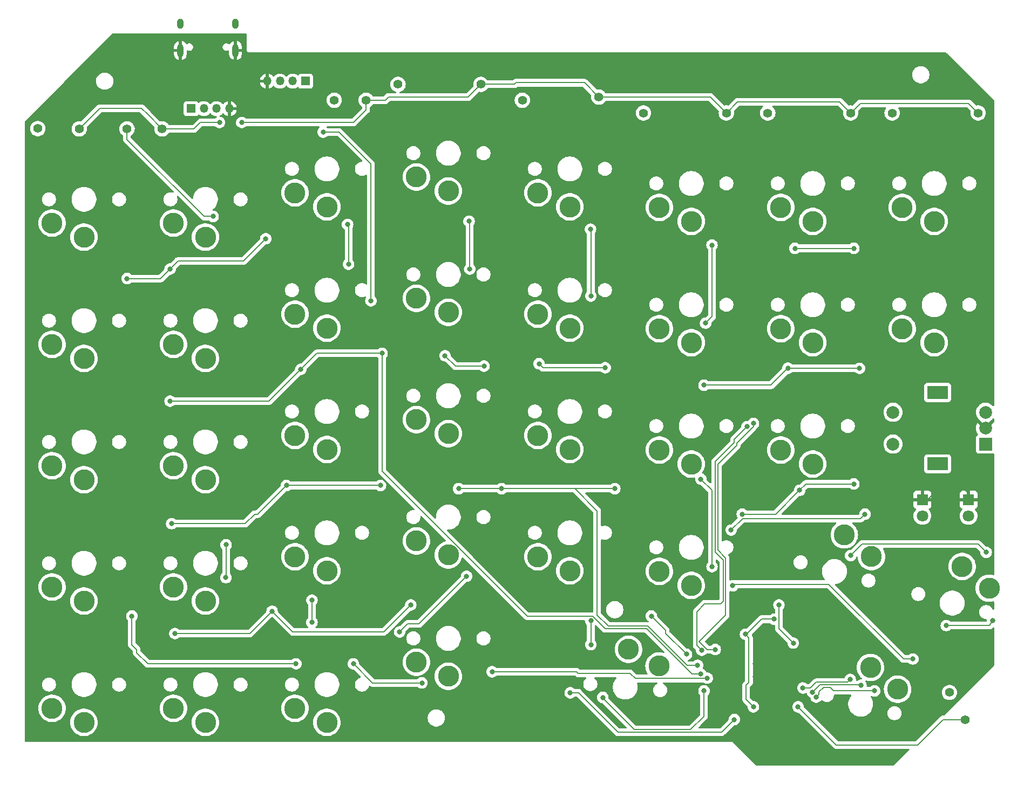
<source format=gbr>
%TF.GenerationSoftware,KiCad,Pcbnew,8.0.1-rc1*%
%TF.CreationDate,2024-04-23T13:15:56-05:00*%
%TF.ProjectId,ergomax_left,6572676f-6d61-4785-9f6c-6566742e6b69,rev?*%
%TF.SameCoordinates,Original*%
%TF.FileFunction,Copper,L1,Top*%
%TF.FilePolarity,Positive*%
%FSLAX46Y46*%
G04 Gerber Fmt 4.6, Leading zero omitted, Abs format (unit mm)*
G04 Created by KiCad (PCBNEW 8.0.1-rc1) date 2024-04-23 13:15:56*
%MOMM*%
%LPD*%
G01*
G04 APERTURE LIST*
%TA.AperFunction,ComponentPad*%
%ADD10C,1.400000*%
%TD*%
%TA.AperFunction,ComponentPad*%
%ADD11C,2.000000*%
%TD*%
%TA.AperFunction,ComponentPad*%
%ADD12R,2.000000X2.000000*%
%TD*%
%TA.AperFunction,ComponentPad*%
%ADD13R,3.200000X2.000000*%
%TD*%
%TA.AperFunction,ComponentPad*%
%ADD14R,1.350000X1.350000*%
%TD*%
%TA.AperFunction,ComponentPad*%
%ADD15O,1.350000X1.350000*%
%TD*%
%TA.AperFunction,ComponentPad*%
%ADD16R,1.800000X1.800000*%
%TD*%
%TA.AperFunction,ComponentPad*%
%ADD17C,1.800000*%
%TD*%
%TA.AperFunction,ComponentPad*%
%ADD18C,3.300000*%
%TD*%
%TA.AperFunction,ComponentPad*%
%ADD19O,1.000000X2.100000*%
%TD*%
%TA.AperFunction,ComponentPad*%
%ADD20O,1.000000X1.600000*%
%TD*%
%TA.AperFunction,ViaPad*%
%ADD21C,0.800000*%
%TD*%
%TA.AperFunction,Conductor*%
%ADD22C,0.200000*%
%TD*%
%TA.AperFunction,Conductor*%
%ADD23C,0.250000*%
%TD*%
G04 APERTURE END LIST*
D10*
%TO.P,XC4,1,Pin_1*%
%TO.N,C4*%
X99500000Y-35500000D03*
%TD*%
%TO.P,XC8,1,Pin_1*%
%TO.N,C8*%
X177000000Y-40000000D03*
%TD*%
%TO.P,XR8,1,Pin_1*%
%TO.N,R1*%
X190500000Y-40000000D03*
%TD*%
%TO.P,XC9,1,Pin_1*%
%TO.N,C8*%
X188500000Y-135250000D03*
%TD*%
%TO.P,XR2,1,Pin_1*%
%TO.N,R1*%
X62500000Y-42500000D03*
%TD*%
%TO.P,XC3,1,Pin_1*%
%TO.N,C3*%
X89500000Y-38000000D03*
%TD*%
%TO.P,XC5,1,Pin_1*%
%TO.N,C5*%
X119000000Y-38000000D03*
%TD*%
%TO.P,XR4,1,Pin_1*%
%TO.N,R1*%
X112500000Y-35500000D03*
%TD*%
%TO.P,XR3,1,Pin_1*%
%TO.N,R1*%
X94500000Y-38000000D03*
%TD*%
%TO.P,XR7,1,Pin_1*%
%TO.N,R1*%
X170500000Y-40000000D03*
%TD*%
%TO.P,XC1,1,Pin_1*%
%TO.N,C1*%
X43000000Y-42446388D03*
%TD*%
%TO.P,XC2,1,Pin_1*%
%TO.N,C2*%
X57000000Y-42500000D03*
%TD*%
%TO.P,XC7,1,Pin_1*%
%TO.N,C7*%
X157500000Y-40000000D03*
%TD*%
D11*
%TO.P,RE1,A,A*%
%TO.N,en_A*%
X191649997Y-87000011D03*
D12*
%TO.P,RE1,B,B*%
%TO.N,en_B*%
X191649997Y-92000014D03*
D11*
%TO.P,RE1,C,C*%
%TO.N,GND*%
X191649997Y-89500018D03*
D13*
%TO.P,RE1,MP*%
%TO.N,N/C*%
X184149997Y-95100014D03*
X184149995Y-83900009D03*
D11*
%TO.P,RE1,S1,S1*%
%TO.N,C8*%
X177149994Y-87000018D03*
%TO.P,RE1,S2,S2*%
%TO.N,Net-(D37-A)*%
X177149997Y-92000018D03*
%TD*%
D14*
%TO.P,J2,1,Pin_1*%
%TO.N,+5V*%
X67043765Y-39318552D03*
D15*
%TO.P,J2,2,Pin_2*%
%TO.N,D-*%
X69043765Y-39318552D03*
%TO.P,J2,3,Pin_3*%
%TO.N,D+*%
X71043765Y-39318552D03*
%TO.P,J2,4,Pin_4*%
%TO.N,GND*%
X73043765Y-39318552D03*
%TD*%
D10*
%TO.P,XC6,1,Pin_1*%
%TO.N,C6*%
X138000000Y-40000000D03*
%TD*%
%TO.P,XR5,1,Pin_1*%
%TO.N,R1*%
X131000000Y-37500000D03*
%TD*%
%TO.P,XR1,1,Pin_1*%
%TO.N,R1*%
X49500000Y-42500000D03*
%TD*%
%TO.P,XR6,1,Pin_1*%
%TO.N,R1*%
X151000000Y-40000000D03*
%TD*%
D16*
%TO.P,LED2,1,K*%
%TO.N,GND*%
X189000003Y-100724996D03*
D17*
%TO.P,LED2,2,A*%
%TO.N,LED2*%
X189000003Y-103264997D03*
%TD*%
D10*
%TO.P,XR9,1,Pin_1*%
%TO.N,R6*%
X186000000Y-131000000D03*
%TD*%
D16*
%TO.P,LED1,1,K*%
%TO.N,GND*%
X181750002Y-100724999D03*
D17*
%TO.P,LED1,2,A*%
%TO.N,LED1*%
X181750001Y-103264997D03*
%TD*%
D18*
%TO.P,SW14,1,1*%
%TO.N,C8*%
X183595000Y-76073500D03*
%TO.P,SW14,2,2*%
%TO.N,Net-(D14-A)*%
X178595000Y-73873500D03*
%TD*%
%TO.P,SW15,1,1*%
%TO.N,C1*%
X45245000Y-76350000D03*
%TO.P,SW15,2,2*%
%TO.N,Net-(D15-A)*%
X50245000Y-78550000D03*
%TD*%
%TO.P,SW29,1,1*%
%TO.N,C2*%
X69295000Y-116650000D03*
%TO.P,SW29,2,2*%
%TO.N,Net-(D29-A)*%
X64295000Y-114450000D03*
%TD*%
%TO.P,SW33,1,1*%
%TO.N,Net-(D33-A)*%
X50245000Y-135700000D03*
%TO.P,SW33,2,2*%
%TO.N,C1*%
X45245000Y-133500000D03*
%TD*%
D19*
%TO.P,J1,S1,SHIELD*%
%TO.N,GND*%
X65359999Y-30179999D03*
D20*
X65360000Y-25999998D03*
D19*
X74000000Y-30179998D03*
D20*
X74000002Y-25999998D03*
%TD*%
D18*
%TO.P,SW10,1,1*%
%TO.N,C3*%
X88345000Y-73787499D03*
%TO.P,SW10,2,2*%
%TO.N,Net-(D10-A)*%
X83345000Y-71587499D03*
%TD*%
%TO.P,SW27,1,1*%
%TO.N,C6*%
X145495000Y-114173500D03*
%TO.P,SW27,2,2*%
%TO.N,Net-(D27-A)*%
X140495000Y-111973500D03*
%TD*%
%TO.P,SW8,1,1*%
%TO.N,C2*%
X69295000Y-59499999D03*
%TO.P,SW8,2,2*%
%TO.N,Net-(D8-A)*%
X64295000Y-57299999D03*
%TD*%
%TO.P,SW2,1,1*%
%TO.N,C3*%
X88345000Y-54737499D03*
%TO.P,SW2,2,2*%
%TO.N,Net-(D2-A)*%
X83345000Y-52537499D03*
%TD*%
%TO.P,SW35,1,1*%
%TO.N,Net-(D35-A)*%
X88345000Y-135700000D03*
%TO.P,SW35,2,2*%
%TO.N,C3*%
X83345000Y-133500000D03*
%TD*%
%TO.P,SW31,1,1*%
%TO.N,Net-(D31-A)*%
X187976939Y-111210466D03*
%TO.P,SW31,2,2*%
%TO.N,C7*%
X192237167Y-114629598D03*
%TD*%
%TO.P,SW11,1,1*%
%TO.N,C5*%
X126445000Y-73787499D03*
%TO.P,SW11,2,2*%
%TO.N,Net-(D11-A)*%
X121445000Y-71587499D03*
%TD*%
%TO.P,SW5,1,1*%
%TO.N,C7*%
X164545000Y-57023500D03*
%TO.P,SW5,2,2*%
%TO.N,Net-(D5-A)*%
X159545000Y-54823500D03*
%TD*%
%TO.P,SW6,1,1*%
%TO.N,C8*%
X183595000Y-57023500D03*
%TO.P,SW6,2,2*%
%TO.N,Net-(D6-A)*%
X178595000Y-54823500D03*
%TD*%
%TO.P,SW16,1,1*%
%TO.N,C2*%
X69295000Y-78550000D03*
%TO.P,SW16,2,2*%
%TO.N,Net-(D16-A)*%
X64295000Y-76350000D03*
%TD*%
%TO.P,SW36,1,1*%
%TO.N,Net-(D36-A)*%
X140445167Y-126858159D03*
%TO.P,SW36,2,2*%
%TO.N,C5*%
X135655927Y-124230751D03*
%TD*%
%TO.P,SW28,1,1*%
%TO.N,C1*%
X45245000Y-114450000D03*
%TO.P,SW28,2,2*%
%TO.N,Net-(D28-A)*%
X50245000Y-116650000D03*
%TD*%
%TO.P,SW21,1,1*%
%TO.N,C7*%
X164545000Y-95123500D03*
%TO.P,SW21,2,2*%
%TO.N,Net-(D21-A)*%
X159545000Y-92923500D03*
%TD*%
%TO.P,SW34,1,1*%
%TO.N,Net-(D34-A)*%
X69295000Y-135700000D03*
%TO.P,SW34,2,2*%
%TO.N,C2*%
X64295000Y-133500000D03*
%TD*%
%TO.P,SW38,1,1*%
%TO.N,Net-(D38-A)*%
X173605341Y-127080866D03*
%TO.P,SW38,2,2*%
%TO.N,C6*%
X177865569Y-130499998D03*
%TD*%
%TO.P,SW22,1,1*%
%TO.N,C1*%
X45245000Y-95400000D03*
%TO.P,SW22,2,2*%
%TO.N,Net-(D22-A)*%
X50245000Y-97600000D03*
%TD*%
%TO.P,SW3,1,1*%
%TO.N,C5*%
X126445000Y-54737499D03*
%TO.P,SW3,2,2*%
%TO.N,Net-(D3-A)*%
X121445000Y-52537499D03*
%TD*%
%TO.P,SW1,1,1*%
%TO.N,C4*%
X107395000Y-52261000D03*
%TO.P,SW1,2,2*%
%TO.N,Net-(D1-A)*%
X102395000Y-50061000D03*
%TD*%
%TO.P,SW30,1,1*%
%TO.N,C7*%
X169500000Y-106252741D03*
%TO.P,SW30,2,2*%
%TO.N,Net-(D30-A)*%
X173760228Y-109671873D03*
%TD*%
%TO.P,SW23,1,1*%
%TO.N,C2*%
X69295000Y-97600000D03*
%TO.P,SW23,2,2*%
%TO.N,Net-(D23-A)*%
X64295000Y-95400000D03*
%TD*%
%TO.P,SW26,1,1*%
%TO.N,C5*%
X126445000Y-111887500D03*
%TO.P,SW26,2,2*%
%TO.N,Net-(D26-A)*%
X121445000Y-109687500D03*
%TD*%
%TO.P,SW32,1,1*%
%TO.N,Net-(D32-A)*%
X107395000Y-128461000D03*
%TO.P,SW32,2,2*%
%TO.N,C4*%
X102395000Y-126261000D03*
%TD*%
%TO.P,SW18,1,1*%
%TO.N,C3*%
X88345000Y-92837500D03*
%TO.P,SW18,2,2*%
%TO.N,Net-(D18-A)*%
X83345000Y-90637500D03*
%TD*%
%TO.P,SW4,1,1*%
%TO.N,C6*%
X145495000Y-57023500D03*
%TO.P,SW4,2,2*%
%TO.N,Net-(D4-A)*%
X140495000Y-54823500D03*
%TD*%
%TO.P,SW25,1,1*%
%TO.N,C3*%
X88345000Y-111887500D03*
%TO.P,SW25,2,2*%
%TO.N,Net-(D25-A)*%
X83345000Y-109687500D03*
%TD*%
%TO.P,SW24,1,1*%
%TO.N,C4*%
X107395000Y-109411000D03*
%TO.P,SW24,2,2*%
%TO.N,Net-(D24-A)*%
X102395000Y-107211000D03*
%TD*%
%TO.P,SW13,1,1*%
%TO.N,C7*%
X164545000Y-76073500D03*
%TO.P,SW13,2,2*%
%TO.N,Net-(D13-A)*%
X159545000Y-73873500D03*
%TD*%
%TO.P,SW17,1,1*%
%TO.N,C4*%
X107395000Y-90361000D03*
%TO.P,SW17,2,2*%
%TO.N,Net-(D17-A)*%
X102395000Y-88161000D03*
%TD*%
%TO.P,SW12,1,1*%
%TO.N,C6*%
X145495000Y-76073500D03*
%TO.P,SW12,2,2*%
%TO.N,Net-(D12-A)*%
X140495000Y-73873500D03*
%TD*%
%TO.P,SW9,1,1*%
%TO.N,C4*%
X107395000Y-71311000D03*
%TO.P,SW9,2,2*%
%TO.N,Net-(D9-A)*%
X102395000Y-69111000D03*
%TD*%
D15*
%TO.P,J4,R1*%
%TO.N,RX0*%
X81000000Y-35000001D03*
%TO.P,J4,R2*%
%TO.N,TX0*%
X82999995Y-34999999D03*
D14*
%TO.P,J4,S*%
%TO.N,+3V3*%
X84999999Y-35000000D03*
D15*
%TO.P,J4,T*%
%TO.N,GND*%
X78999998Y-35000003D03*
%TD*%
D18*
%TO.P,SW19,1,1*%
%TO.N,C5*%
X126445000Y-92837500D03*
%TO.P,SW19,2,2*%
%TO.N,Net-(D19-A)*%
X121445000Y-90637500D03*
%TD*%
%TO.P,SW7,1,1*%
%TO.N,C1*%
X45245000Y-57299999D03*
%TO.P,SW7,2,2*%
%TO.N,Net-(D7-A)*%
X50245000Y-59499999D03*
%TD*%
%TO.P,SW20,1,1*%
%TO.N,C6*%
X145495000Y-95123500D03*
%TO.P,SW20,2,2*%
%TO.N,Net-(D20-A)*%
X140495000Y-92923500D03*
%TD*%
D21*
%TO.N,GND*%
X73000000Y-34000000D03*
X157500000Y-135250000D03*
X90000000Y-116000000D03*
X154500000Y-136750000D03*
X167250000Y-119500000D03*
X155500000Y-128500000D03*
X158250000Y-134000000D03*
X164750000Y-128500000D03*
X149750000Y-123000000D03*
X157500000Y-141000000D03*
X164500000Y-124500000D03*
X156500000Y-118000000D03*
X158500000Y-115500000D03*
X157500000Y-126500000D03*
X157500000Y-128500000D03*
X76750000Y-38000000D03*
X67000000Y-34000000D03*
X152500000Y-120000000D03*
X92500000Y-116000000D03*
X186250000Y-97000000D03*
X149250000Y-128500000D03*
X94000000Y-116000000D03*
X156500000Y-127500000D03*
X155500000Y-126500000D03*
X73044664Y-42426621D03*
X116000000Y-126250000D03*
X155500000Y-105250000D03*
X158500000Y-140750000D03*
%TO.N,+3V3*%
X95250000Y-69500000D03*
X159250000Y-117250000D03*
X161500000Y-123250000D03*
X87750000Y-43000000D03*
%TO.N,+1V1*%
X155250000Y-133250000D03*
X158500000Y-119500000D03*
X154000000Y-121856772D03*
%TO.N,RESET*%
X152250000Y-135250000D03*
X126500000Y-131050000D03*
%TO.N,en_B*%
X172111467Y-129870183D03*
X164506706Y-130944651D03*
%TO.N,en_A*%
X174250000Y-130750000D03*
X165099510Y-131750000D03*
%TO.N,RX0*%
X154250000Y-89250000D03*
X147130025Y-124369975D03*
%TO.N,TX0*%
X149250000Y-124250000D03*
X155250000Y-88750000D03*
%TO.N,LED2*%
X163000000Y-130300000D03*
X170421100Y-128951834D03*
%TO.N,C2*%
X70500000Y-56250000D03*
X72503363Y-112962996D03*
X72527981Y-107798165D03*
%TO.N,C3*%
X86000000Y-120000000D03*
X86000000Y-116500000D03*
X91590000Y-57500000D03*
X91750000Y-63750000D03*
%TO.N,C4*%
X110640000Y-57000000D03*
X110250000Y-112750000D03*
X110750000Y-64500000D03*
X99750000Y-121500000D03*
%TO.N,C5*%
X129690000Y-58250000D03*
X129750000Y-123500000D03*
X129750000Y-68750000D03*
X129750000Y-119750000D03*
%TO.N,C6*%
X148750000Y-111250000D03*
X180250000Y-125750000D03*
X147000000Y-97500000D03*
X152000000Y-114250000D03*
X147750000Y-73000000D03*
X148750000Y-60750000D03*
%TO.N,C7*%
X185500000Y-120500000D03*
X170500000Y-109500000D03*
X192750000Y-119750000D03*
X191750000Y-109000000D03*
%TO.N,C8*%
X162250000Y-133250000D03*
%TO.N,R1*%
X71500000Y-41500000D03*
X131625000Y-131778012D03*
X75000000Y-41500000D03*
X147500000Y-130750000D03*
%TO.N,R2*%
X148000000Y-128750000D03*
X161750000Y-61250000D03*
X92500000Y-126500000D03*
X57000000Y-66000000D03*
X103250000Y-129500000D03*
X114250000Y-127750000D03*
X78750000Y-59750000D03*
X63750000Y-64500000D03*
X171000000Y-61250000D03*
X57750000Y-119000000D03*
X83500000Y-126500000D03*
%TO.N,R3*%
X147500000Y-82750000D03*
X171891284Y-80105963D03*
X113000000Y-79750000D03*
X84250000Y-80250000D03*
X121625000Y-79375000D03*
X63750000Y-85250000D03*
X106875000Y-78125000D03*
X97000000Y-77750000D03*
X132000000Y-80000000D03*
X160654740Y-80088532D03*
X147000000Y-128108159D03*
%TO.N,R4*%
X162500000Y-99250000D03*
X146500000Y-126750000D03*
X96750000Y-98500000D03*
X109000000Y-99000000D03*
X82000000Y-98500000D03*
X133500000Y-99000000D03*
X153500000Y-103000000D03*
X64000000Y-104500000D03*
X171000000Y-98250000D03*
X115750000Y-99000000D03*
%TO.N,R5*%
X151750000Y-105500000D03*
X172750000Y-103000000D03*
X64500000Y-121750000D03*
X79750000Y-118250000D03*
X139250000Y-119000000D03*
X101500000Y-117250000D03*
X144750000Y-125000000D03*
%TD*%
D22*
%TO.N,GND*%
X156750000Y-135500000D02*
X157250000Y-135500000D01*
X92500000Y-116000000D02*
X94000000Y-116000000D01*
X186250000Y-97000000D02*
X189000003Y-99750003D01*
D23*
X74000000Y-33000000D02*
X74000000Y-30179998D01*
D22*
X186250000Y-97000000D02*
X186225001Y-97000000D01*
X158250000Y-134000000D02*
X161250000Y-137000000D01*
X157250000Y-135500000D02*
X157500000Y-135250000D01*
X161250000Y-137000000D02*
X161250000Y-138000000D01*
X157500000Y-135250000D02*
X157500000Y-134750000D01*
X157000000Y-140750000D02*
X154500000Y-138250000D01*
X189000003Y-99750003D02*
X189000003Y-100724996D01*
X156500000Y-135750000D02*
X156750000Y-135500000D01*
D23*
X65359999Y-32359999D02*
X67000000Y-34000000D01*
D22*
X158250000Y-141000000D02*
X157500000Y-141000000D01*
X158500000Y-140750000D02*
X158250000Y-141000000D01*
X155500000Y-135750000D02*
X156500000Y-135750000D01*
X157250000Y-140750000D02*
X157000000Y-140750000D01*
D23*
X65359999Y-30179999D02*
X65359999Y-32359999D01*
D22*
X157500000Y-134750000D02*
X158250000Y-134000000D01*
D23*
X73000000Y-34000000D02*
X74000000Y-33000000D01*
D22*
X154500000Y-138250000D02*
X154500000Y-136750000D01*
X90000000Y-116000000D02*
X92500000Y-116000000D01*
D23*
X67000000Y-34000000D02*
X73000000Y-34000000D01*
D22*
X186225001Y-97000000D02*
X182500002Y-100724999D01*
X154500000Y-136750000D02*
X155500000Y-135750000D01*
X157500000Y-141000000D02*
X157250000Y-140750000D01*
X161250000Y-138000000D02*
X158500000Y-140750000D01*
%TO.N,+3V3*%
X159250000Y-121000000D02*
X159250000Y-117250000D01*
X95250000Y-48000000D02*
X95250000Y-69500000D01*
X87750000Y-43000000D02*
X90250000Y-43000000D01*
X90250000Y-43000000D02*
X95250000Y-48000000D01*
X161500000Y-123250000D02*
X159250000Y-121000000D01*
%TO.N,+1V1*%
X154511254Y-129458082D02*
X154543556Y-129458082D01*
X155250000Y-133250000D02*
X154102091Y-132102091D01*
X154543556Y-129458082D02*
X154543556Y-122400328D01*
X156500000Y-119500000D02*
X158500000Y-119500000D01*
X154000000Y-121856772D02*
X154356772Y-121856772D01*
X154102091Y-129867245D02*
X154511254Y-129458082D01*
X154102091Y-132102091D02*
X154102091Y-129867245D01*
X154143228Y-121856772D02*
X156500000Y-119500000D01*
X154000000Y-121856772D02*
X154143228Y-121856772D01*
X154543556Y-122400328D02*
X154000000Y-121856772D01*
%TO.N,RESET*%
X134000000Y-137250000D02*
X150250000Y-137250000D01*
X150250000Y-137250000D02*
X152250000Y-135250000D01*
X126500000Y-131050000D02*
X127800000Y-131050000D01*
X127800000Y-131050000D02*
X134000000Y-137250000D01*
%TO.N,en_B*%
X165646737Y-129804620D02*
X172045904Y-129804620D01*
X172045904Y-129804620D02*
X172111467Y-129870183D01*
X164506706Y-130944651D02*
X165646737Y-129804620D01*
%TO.N,en_A*%
X167249832Y-130204620D02*
X167795212Y-130750000D01*
X165552776Y-131296734D02*
X165099510Y-131750000D01*
X167795212Y-130750000D02*
X174250000Y-130750000D01*
X166255720Y-130204620D02*
X167249832Y-130204620D01*
X165099510Y-131750000D02*
X165409082Y-131750000D01*
X165552776Y-130907564D02*
X165552776Y-131296734D01*
X165552776Y-130907564D02*
X166255720Y-130204620D01*
%TO.N,RX0*%
X152250000Y-91750000D02*
X152250000Y-91250000D01*
X149250000Y-109000000D02*
X149250000Y-94750000D01*
X150092157Y-117092157D02*
X150500000Y-116684314D01*
X147592158Y-117092157D02*
X150092157Y-117092157D01*
X150500000Y-116684314D02*
X150500000Y-110250000D01*
X146350000Y-118334315D02*
X147592158Y-117092157D01*
X149250000Y-94750000D02*
X152250000Y-91750000D01*
X152250000Y-91250000D02*
X154250000Y-89250000D01*
X150500000Y-110250000D02*
X149250000Y-109000000D01*
X146350000Y-123589950D02*
X146350000Y-118334315D01*
X147130025Y-124369975D02*
X146350000Y-123589950D01*
%TO.N,TX0*%
X150900000Y-118850000D02*
X146750000Y-123000000D01*
X146750000Y-123000000D02*
X148000000Y-124250000D01*
X152650000Y-92165685D02*
X149650000Y-95165685D01*
X150900000Y-109900000D02*
X150900000Y-118850000D01*
X149650000Y-95165685D02*
X149650000Y-108650000D01*
X155250000Y-88750000D02*
X155250000Y-89239950D01*
X152650000Y-91839950D02*
X152650000Y-92165685D01*
X148000000Y-124250000D02*
X149250000Y-124250000D01*
X155250000Y-89239950D02*
X152650000Y-91839950D01*
X149650000Y-108650000D02*
X150900000Y-109900000D01*
%TO.N,LED2*%
X165056787Y-129404620D02*
X169968314Y-129404620D01*
X169968314Y-129404620D02*
X170421100Y-128951834D01*
X163000000Y-130300000D02*
X164161407Y-130300000D01*
X164161407Y-130300000D02*
X165056787Y-129404620D01*
%TO.N,C2*%
X69095863Y-56250000D02*
X70500000Y-56250000D01*
X72527981Y-107798165D02*
X72527981Y-112972019D01*
X57000000Y-42500000D02*
X57000000Y-44154137D01*
X72527981Y-112972019D02*
X72537004Y-112962996D01*
X72503363Y-112962996D02*
X72503363Y-112996637D01*
X72537004Y-112962996D02*
X72503363Y-112962996D01*
X57000000Y-44154137D02*
X69095863Y-56250000D01*
X72503363Y-112996637D02*
X72500000Y-113000000D01*
%TO.N,C3*%
X86000000Y-116500000D02*
X86000000Y-120000000D01*
X91750000Y-57660000D02*
X91750000Y-63750000D01*
X91590000Y-57500000D02*
X91750000Y-57660000D01*
%TO.N,C4*%
X110640000Y-57000000D02*
X110750000Y-57110000D01*
X101500000Y-120250000D02*
X101000000Y-120250000D01*
X101000000Y-120250000D02*
X99750000Y-121500000D01*
X110250000Y-112750000D02*
X102750000Y-120250000D01*
X110750000Y-57110000D02*
X110750000Y-64500000D01*
X102750000Y-120250000D02*
X101500000Y-120250000D01*
%TO.N,C5*%
X129750000Y-68750000D02*
X129750000Y-58310000D01*
X129750000Y-58310000D02*
X129690000Y-58250000D01*
X129750000Y-123500000D02*
X129750000Y-119750000D01*
%TO.N,C6*%
X167060889Y-114000000D02*
X152250000Y-114000000D01*
X152250000Y-114000000D02*
X152000000Y-114250000D01*
X148750000Y-111250000D02*
X148750000Y-99250000D01*
X148750000Y-99250000D02*
X147000000Y-97500000D01*
X147000000Y-97500000D02*
X147250000Y-97750000D01*
X148750000Y-72000000D02*
X147750000Y-73000000D01*
X178810889Y-125750000D02*
X167060889Y-114000000D01*
X148750000Y-60750000D02*
X148750000Y-72000000D01*
X180250000Y-125750000D02*
X178810889Y-125750000D01*
%TO.N,C7*%
X191750000Y-109000000D02*
X190471873Y-107721873D01*
X172278127Y-107721873D02*
X170500000Y-109500000D01*
X190471873Y-107721873D02*
X172278127Y-107721873D01*
X192750000Y-119750000D02*
X192750000Y-120000000D01*
X185500000Y-120500000D02*
X192250000Y-120500000D01*
X192250000Y-120500000D02*
X192750000Y-119750000D01*
%TO.N,C8*%
X181000000Y-139250000D02*
X185000000Y-135250000D01*
X168250000Y-139250000D02*
X181000000Y-139250000D01*
X162250000Y-133250000D02*
X168250000Y-139250000D01*
X185000000Y-135250000D02*
X188500000Y-135250000D01*
%TO.N,R1*%
X49500000Y-42500000D02*
X52750000Y-39250000D01*
X189000000Y-38500000D02*
X190500000Y-40000000D01*
X168750000Y-38250000D02*
X170500000Y-40000000D01*
X118000000Y-35250000D02*
X128750000Y-35250000D01*
X59250000Y-39250000D02*
X60250000Y-40250000D01*
X75000000Y-41500000D02*
X92500000Y-41500000D01*
X145400000Y-136850000D02*
X147500000Y-134750000D01*
X68500000Y-41500000D02*
X71500000Y-41500000D01*
X117750000Y-35500000D02*
X118000000Y-35250000D01*
X98000000Y-37500000D02*
X97500000Y-38000000D01*
X110500000Y-37500000D02*
X112500000Y-35500000D01*
X131625000Y-131875000D02*
X136600000Y-136850000D01*
X94500000Y-39500000D02*
X92500000Y-41500000D01*
X131625000Y-131778012D02*
X131625000Y-131875000D01*
X131000000Y-37500000D02*
X148500000Y-37500000D01*
X152750000Y-38250000D02*
X168750000Y-38250000D01*
X170500000Y-40000000D02*
X172000000Y-38500000D01*
X128750000Y-35250000D02*
X131000000Y-37500000D01*
X98000000Y-37500000D02*
X110250000Y-37500000D01*
X110250000Y-37500000D02*
X110500000Y-37500000D01*
X136600000Y-136850000D02*
X145400000Y-136850000D01*
X112500000Y-35500000D02*
X117750000Y-35500000D01*
X148500000Y-37500000D02*
X151000000Y-40000000D01*
X62500000Y-42500000D02*
X67500000Y-42500000D01*
X147500000Y-134750000D02*
X147500000Y-130750000D01*
X172000000Y-38500000D02*
X189000000Y-38500000D01*
X151000000Y-40000000D02*
X152750000Y-38250000D01*
X97500000Y-38000000D02*
X94500000Y-38000000D01*
X52750000Y-39250000D02*
X59250000Y-39250000D01*
X60250000Y-40250000D02*
X62500000Y-42500000D01*
X94500000Y-38000000D02*
X94500000Y-39500000D01*
X67500000Y-42500000D02*
X68500000Y-41500000D01*
%TO.N,R2*%
X127500000Y-127750000D02*
X114250000Y-127750000D01*
X92500000Y-126500000D02*
X95500000Y-129500000D01*
X58500000Y-124250000D02*
X58500000Y-124750000D01*
X57750000Y-119000000D02*
X57750000Y-123500000D01*
X75250000Y-63250000D02*
X65000000Y-63250000D01*
X78750000Y-59750000D02*
X75250000Y-63250000D01*
X65000000Y-63250000D02*
X63750000Y-64500000D01*
X127750000Y-128000000D02*
X127500000Y-127750000D01*
X147941841Y-128808159D02*
X136686535Y-128808159D01*
X58500000Y-124750000D02*
X60250000Y-126500000D01*
X63250000Y-65000000D02*
X62250000Y-66000000D01*
X148000000Y-128750000D02*
X147941841Y-128808159D01*
X62250000Y-66000000D02*
X57000000Y-66000000D01*
X57750000Y-123500000D02*
X58500000Y-124250000D01*
X171000000Y-61250000D02*
X161750000Y-61250000D01*
X135878376Y-128000000D02*
X127750000Y-128000000D01*
X136686535Y-128808159D02*
X135878376Y-128000000D01*
X60250000Y-126500000D02*
X83500000Y-126500000D01*
X63750000Y-64500000D02*
X63250000Y-65000000D01*
X95500000Y-129500000D02*
X103250000Y-129500000D01*
%TO.N,R3*%
X131989950Y-121000000D02*
X130039950Y-119050000D01*
X145608159Y-128108159D02*
X138500000Y-121000000D01*
X157500000Y-82750000D02*
X147500000Y-82750000D01*
X121625000Y-79375000D02*
X122250000Y-80000000D01*
X160654740Y-80088532D02*
X160644037Y-80105963D01*
X86750000Y-77750000D02*
X84250000Y-80250000D01*
X79250000Y-85250000D02*
X63750000Y-85250000D01*
X84250000Y-80250000D02*
X83500000Y-81000000D01*
X138500000Y-121000000D02*
X131989950Y-121000000D01*
X160644037Y-80105963D02*
X158000000Y-82750000D01*
X106875000Y-78125000D02*
X108500000Y-79750000D01*
X97000000Y-77750000D02*
X86750000Y-77750000D01*
X130039950Y-119050000D02*
X119791717Y-119050000D01*
X119791717Y-119050000D02*
X97000000Y-96258283D01*
X113000000Y-79750000D02*
X108500000Y-79750000D01*
X83500000Y-81000000D02*
X79250000Y-85250000D01*
X158000000Y-82750000D02*
X157500000Y-82750000D01*
X122250000Y-80000000D02*
X132000000Y-80000000D01*
X171891284Y-80105963D02*
X160654740Y-80088532D01*
X97000000Y-96258283D02*
X97000000Y-77750000D01*
X147000000Y-128108159D02*
X145608159Y-128108159D01*
%TO.N,R4*%
X130745000Y-118845000D02*
X130745000Y-102495000D01*
X96750000Y-98500000D02*
X82000000Y-98500000D01*
X158750000Y-103000000D02*
X153500000Y-103000000D01*
X82000000Y-98500000D02*
X77500000Y-103000000D01*
X64000000Y-104500000D02*
X63750000Y-104500000D01*
X138665685Y-120600000D02*
X132500000Y-120600000D01*
X146500000Y-126750000D02*
X144815686Y-126750000D01*
X171000000Y-98250000D02*
X163500000Y-98250000D01*
X132500000Y-120600000D02*
X130745000Y-118845000D01*
X133500000Y-99000000D02*
X127250000Y-99000000D01*
X127250000Y-99000000D02*
X115750000Y-99000000D01*
X130745000Y-102495000D02*
X127250000Y-99000000D01*
X163500000Y-98250000D02*
X162500000Y-99250000D01*
X77500000Y-103000000D02*
X77000000Y-103000000D01*
X75500000Y-104500000D02*
X64000000Y-104500000D01*
X115750000Y-99000000D02*
X109000000Y-99000000D01*
X77000000Y-103000000D02*
X75500000Y-104500000D01*
X162500000Y-99250000D02*
X158750000Y-103000000D01*
X144815686Y-126750000D02*
X138665685Y-120600000D01*
%TO.N,R5*%
X141500000Y-121750000D02*
X144750000Y-125000000D01*
X83000000Y-121500000D02*
X79750000Y-118250000D01*
X79750000Y-118250000D02*
X76250000Y-121750000D01*
X172050000Y-103700000D02*
X153550000Y-103700000D01*
X101250000Y-117500000D02*
X97250000Y-121500000D01*
X97250000Y-121500000D02*
X83000000Y-121500000D01*
X101500000Y-117250000D02*
X101250000Y-117500000D01*
X141500000Y-121250000D02*
X141500000Y-121750000D01*
X153550000Y-103700000D02*
X151750000Y-105500000D01*
X139250000Y-119000000D02*
X141500000Y-121250000D01*
X172750000Y-103000000D02*
X172050000Y-103700000D01*
X76250000Y-121750000D02*
X64500000Y-121750000D01*
%TD*%
%TA.AperFunction,Conductor*%
%TO.N,GND*%
G36*
X75693039Y-27519685D02*
G01*
X75738794Y-27572489D01*
X75750000Y-27624000D01*
X75750000Y-30250000D01*
X76000000Y-30500000D01*
X185448638Y-30500000D01*
X185515677Y-30519685D01*
X185536319Y-30536319D01*
X192963681Y-37963681D01*
X192997166Y-38025004D01*
X193000000Y-38051362D01*
X193000000Y-85933245D01*
X192980315Y-86000284D01*
X192927511Y-86046039D01*
X192858353Y-86055983D01*
X192794797Y-86026958D01*
X192784770Y-86017228D01*
X192669741Y-85892273D01*
X192473506Y-85739537D01*
X192473504Y-85739536D01*
X192473503Y-85739535D01*
X192254808Y-85621183D01*
X192254799Y-85621180D01*
X192019613Y-85540440D01*
X191774332Y-85499511D01*
X191525662Y-85499511D01*
X191280380Y-85540440D01*
X191045194Y-85621180D01*
X191045185Y-85621183D01*
X190826490Y-85739535D01*
X190645236Y-85880611D01*
X190630253Y-85892273D01*
X190630247Y-85892280D01*
X190461830Y-86075228D01*
X190325823Y-86283404D01*
X190225933Y-86511129D01*
X190164889Y-86752186D01*
X190164887Y-86752198D01*
X190144354Y-87000005D01*
X190144354Y-87000016D01*
X190164887Y-87247823D01*
X190164889Y-87247835D01*
X190225933Y-87488892D01*
X190325823Y-87716617D01*
X190461830Y-87924793D01*
X190461839Y-87924803D01*
X190630253Y-88107749D01*
X190731373Y-88186454D01*
X190772185Y-88243162D01*
X190776300Y-88272768D01*
X191520587Y-89017055D01*
X191457004Y-89034093D01*
X191342990Y-89099919D01*
X191249898Y-89193011D01*
X191184072Y-89307025D01*
X191167034Y-89370608D01*
X190426561Y-88630134D01*
X190326264Y-88783650D01*
X190226409Y-89011300D01*
X190165384Y-89252279D01*
X190165382Y-89252288D01*
X190144856Y-89500012D01*
X190144856Y-89500023D01*
X190165382Y-89747747D01*
X190165384Y-89747756D01*
X190226409Y-89988735D01*
X190326263Y-90216382D01*
X190438480Y-90388143D01*
X190458667Y-90455033D01*
X190439487Y-90522219D01*
X190408983Y-90555231D01*
X190292449Y-90642469D01*
X190206203Y-90757678D01*
X190206199Y-90757685D01*
X190155905Y-90892531D01*
X190149498Y-90952130D01*
X190149497Y-90952149D01*
X190149497Y-93047884D01*
X190149498Y-93047890D01*
X190155905Y-93107497D01*
X190206199Y-93242342D01*
X190206203Y-93242349D01*
X190292449Y-93357558D01*
X190292452Y-93357561D01*
X190407661Y-93443807D01*
X190407668Y-93443811D01*
X190542514Y-93494105D01*
X190542513Y-93494105D01*
X190549441Y-93494849D01*
X190602124Y-93500514D01*
X192697869Y-93500513D01*
X192757480Y-93494105D01*
X192832667Y-93466061D01*
X192902358Y-93461078D01*
X192963681Y-93494563D01*
X192997166Y-93555886D01*
X193000000Y-93582244D01*
X193000000Y-112446497D01*
X192980315Y-112513536D01*
X192927511Y-112559291D01*
X192858353Y-112569235D01*
X192842546Y-112565899D01*
X192675732Y-112519160D01*
X192675723Y-112519158D01*
X192675722Y-112519158D01*
X192529993Y-112499128D01*
X192384266Y-112479098D01*
X192384265Y-112479098D01*
X192090069Y-112479098D01*
X192090068Y-112479098D01*
X191798612Y-112519158D01*
X191798606Y-112519159D01*
X191515321Y-112598532D01*
X191245491Y-112715735D01*
X191245486Y-112715737D01*
X190994121Y-112868596D01*
X190765910Y-113054259D01*
X190565099Y-113269274D01*
X190395449Y-113509614D01*
X190395445Y-113509620D01*
X190260094Y-113770835D01*
X190161576Y-114048038D01*
X190161571Y-114048054D01*
X190101719Y-114336084D01*
X190101718Y-114336086D01*
X190081642Y-114629598D01*
X190101718Y-114923109D01*
X190101719Y-114923111D01*
X190161571Y-115211141D01*
X190161576Y-115211157D01*
X190260094Y-115488360D01*
X190395445Y-115749575D01*
X190395449Y-115749581D01*
X190565099Y-115989921D01*
X190565102Y-115989924D01*
X190765563Y-116204565D01*
X190765910Y-116204936D01*
X190822714Y-116251149D01*
X190994118Y-116390597D01*
X190994120Y-116390598D01*
X190994121Y-116390599D01*
X191245486Y-116543458D01*
X191245491Y-116543460D01*
X191515321Y-116660663D01*
X191515326Y-116660665D01*
X191798612Y-116740038D01*
X192054848Y-116775257D01*
X192090068Y-116780098D01*
X192090069Y-116780098D01*
X192384266Y-116780098D01*
X192415687Y-116775778D01*
X192675722Y-116740038D01*
X192842546Y-116693296D01*
X192912409Y-116694164D01*
X192970714Y-116732665D01*
X192998947Y-116796576D01*
X193000000Y-116812698D01*
X193000000Y-117894804D01*
X192980315Y-117961843D01*
X192927511Y-118007598D01*
X192858353Y-118017542D01*
X192794797Y-117988517D01*
X192765515Y-117951099D01*
X192699872Y-117822267D01*
X192690790Y-117804442D01*
X192588972Y-117664302D01*
X192466486Y-117541816D01*
X192326346Y-117439998D01*
X192172003Y-117361357D01*
X192007259Y-117307828D01*
X192007257Y-117307827D01*
X192007256Y-117307827D01*
X191875829Y-117287011D01*
X191836169Y-117280730D01*
X191662947Y-117280730D01*
X191623286Y-117287011D01*
X191491860Y-117307827D01*
X191327110Y-117361358D01*
X191172769Y-117439998D01*
X191115526Y-117481588D01*
X191032630Y-117541816D01*
X191032628Y-117541818D01*
X191032627Y-117541818D01*
X190910146Y-117664299D01*
X190910146Y-117664300D01*
X190910144Y-117664302D01*
X190896009Y-117683757D01*
X190808326Y-117804441D01*
X190729686Y-117958782D01*
X190676155Y-118123532D01*
X190649058Y-118294619D01*
X190649058Y-118467840D01*
X190675942Y-118637584D01*
X190676156Y-118638931D01*
X190728653Y-118800500D01*
X190729686Y-118803677D01*
X190776279Y-118895121D01*
X190808326Y-118958018D01*
X190910144Y-119098158D01*
X191032630Y-119220644D01*
X191172770Y-119322462D01*
X191327113Y-119401103D01*
X191491857Y-119454632D01*
X191662947Y-119481730D01*
X191662948Y-119481730D01*
X191735020Y-119481730D01*
X191802059Y-119501415D01*
X191847814Y-119554219D01*
X191858340Y-119618690D01*
X191850802Y-119690423D01*
X191844540Y-119750000D01*
X191845858Y-119762539D01*
X191833288Y-119831269D01*
X191785556Y-119882292D01*
X191722537Y-119899500D01*
X186226258Y-119899500D01*
X186159219Y-119879815D01*
X186134109Y-119858473D01*
X186105871Y-119827112D01*
X186105864Y-119827106D01*
X185952734Y-119715851D01*
X185952729Y-119715848D01*
X185779807Y-119638857D01*
X185779802Y-119638855D01*
X185634001Y-119607865D01*
X185594646Y-119599500D01*
X185405354Y-119599500D01*
X185372897Y-119606398D01*
X185220197Y-119638855D01*
X185220192Y-119638857D01*
X185047270Y-119715848D01*
X185047265Y-119715851D01*
X184894129Y-119827111D01*
X184767466Y-119967785D01*
X184672821Y-120131715D01*
X184672818Y-120131722D01*
X184614327Y-120311740D01*
X184614326Y-120311744D01*
X184594540Y-120500000D01*
X184614326Y-120688256D01*
X184614327Y-120688259D01*
X184672818Y-120868277D01*
X184672821Y-120868284D01*
X184767467Y-121032216D01*
X184870519Y-121146666D01*
X184894129Y-121172888D01*
X185047265Y-121284148D01*
X185047270Y-121284151D01*
X185220192Y-121361142D01*
X185220197Y-121361144D01*
X185405354Y-121400500D01*
X185405355Y-121400500D01*
X185594644Y-121400500D01*
X185594646Y-121400500D01*
X185779803Y-121361144D01*
X185952730Y-121284151D01*
X186105871Y-121172888D01*
X186134109Y-121141527D01*
X186193595Y-121104879D01*
X186226258Y-121100500D01*
X192226651Y-121100500D01*
X192234631Y-121100756D01*
X192290246Y-121104344D01*
X192297427Y-121102907D01*
X192321744Y-121100500D01*
X192329055Y-121100500D01*
X192329057Y-121100500D01*
X192382899Y-121086072D01*
X192390597Y-121084272D01*
X192445290Y-121073335D01*
X192451846Y-121070092D01*
X192474725Y-121061467D01*
X192481784Y-121059577D01*
X192530050Y-121031710D01*
X192537061Y-121027958D01*
X192587026Y-121003253D01*
X192592514Y-120998428D01*
X192612381Y-120984177D01*
X192618716Y-120980520D01*
X192658138Y-120941096D01*
X192663930Y-120935665D01*
X192705793Y-120898877D01*
X192709849Y-120892793D01*
X192725347Y-120873889D01*
X192730520Y-120868716D01*
X192758386Y-120820448D01*
X192762602Y-120813661D01*
X192765326Y-120809576D01*
X192772827Y-120798323D01*
X192826393Y-120753463D01*
X192895709Y-120744684D01*
X192958767Y-120774774D01*
X192995548Y-120834179D01*
X193000000Y-120867108D01*
X193000000Y-126698638D01*
X192980315Y-126765677D01*
X192963681Y-126786319D01*
X185136819Y-134613181D01*
X185075496Y-134646666D01*
X185049138Y-134649500D01*
X184920942Y-134649500D01*
X184768215Y-134690423D01*
X184744425Y-134704158D01*
X184738050Y-134707839D01*
X184738049Y-134707838D01*
X184631287Y-134769477D01*
X184631282Y-134769481D01*
X184519478Y-134881286D01*
X180787584Y-138613181D01*
X180726261Y-138646666D01*
X180699903Y-138649500D01*
X168550097Y-138649500D01*
X168483058Y-138629815D01*
X168462416Y-138613181D01*
X163191779Y-133342544D01*
X163158294Y-133281221D01*
X163155460Y-133254863D01*
X163155460Y-133250002D01*
X163155460Y-133250000D01*
X163135674Y-133061744D01*
X163077179Y-132881716D01*
X162982533Y-132717784D01*
X162855871Y-132577112D01*
X162855870Y-132577111D01*
X162702734Y-132465851D01*
X162702729Y-132465848D01*
X162529807Y-132388857D01*
X162529802Y-132388855D01*
X162384001Y-132357865D01*
X162344646Y-132349500D01*
X162155354Y-132349500D01*
X162122897Y-132356398D01*
X161970197Y-132388855D01*
X161970192Y-132388857D01*
X161797270Y-132465848D01*
X161797265Y-132465851D01*
X161644129Y-132577111D01*
X161517466Y-132717785D01*
X161422821Y-132881715D01*
X161422818Y-132881722D01*
X161364327Y-133061740D01*
X161364326Y-133061744D01*
X161344540Y-133250000D01*
X161364326Y-133438256D01*
X161364327Y-133438259D01*
X161422818Y-133618277D01*
X161422821Y-133618284D01*
X161517467Y-133782216D01*
X161573954Y-133844951D01*
X161644129Y-133922888D01*
X161797265Y-134034148D01*
X161797270Y-134034151D01*
X161970192Y-134111142D01*
X161970197Y-134111144D01*
X162155354Y-134150500D01*
X162249903Y-134150500D01*
X162316942Y-134170185D01*
X162337584Y-134186819D01*
X167765139Y-139614374D01*
X167765149Y-139614385D01*
X167769479Y-139618715D01*
X167769480Y-139618716D01*
X167881284Y-139730520D01*
X167881286Y-139730521D01*
X167881290Y-139730524D01*
X167968093Y-139780639D01*
X168018216Y-139809577D01*
X168130019Y-139839534D01*
X168170942Y-139850500D01*
X168170943Y-139850500D01*
X179600138Y-139850500D01*
X179667177Y-139870185D01*
X179712932Y-139922989D01*
X179722876Y-139992147D01*
X179693851Y-140055703D01*
X179687819Y-140062181D01*
X177286319Y-142463681D01*
X177224996Y-142497166D01*
X177198638Y-142500000D01*
X155801362Y-142500000D01*
X155734323Y-142480315D01*
X155713681Y-142463681D01*
X152000000Y-138750000D01*
X41124000Y-138750000D01*
X41056961Y-138730315D01*
X41011206Y-138677511D01*
X41000000Y-138626000D01*
X41000000Y-135700000D01*
X48089475Y-135700000D01*
X48109551Y-135993511D01*
X48109552Y-135993513D01*
X48169404Y-136281543D01*
X48169409Y-136281559D01*
X48267927Y-136558762D01*
X48403278Y-136819977D01*
X48403282Y-136819983D01*
X48572932Y-137060323D01*
X48773743Y-137275338D01*
X48901384Y-137379181D01*
X49001951Y-137460999D01*
X49001953Y-137461000D01*
X49001954Y-137461001D01*
X49253319Y-137613860D01*
X49253324Y-137613862D01*
X49523154Y-137731065D01*
X49523159Y-137731067D01*
X49806445Y-137810440D01*
X50062681Y-137845659D01*
X50097901Y-137850500D01*
X50097902Y-137850500D01*
X50392099Y-137850500D01*
X50423520Y-137846180D01*
X50683555Y-137810440D01*
X50966841Y-137731067D01*
X51236682Y-137613859D01*
X51488049Y-137460999D01*
X51716260Y-137275335D01*
X51917065Y-137060326D01*
X52086722Y-136819976D01*
X52222072Y-136558764D01*
X52320592Y-136281554D01*
X52320592Y-136281549D01*
X52320595Y-136281543D01*
X52372003Y-136034151D01*
X52380448Y-135993511D01*
X52400525Y-135700000D01*
X67139475Y-135700000D01*
X67159551Y-135993511D01*
X67159552Y-135993513D01*
X67219404Y-136281543D01*
X67219409Y-136281559D01*
X67317927Y-136558762D01*
X67453278Y-136819977D01*
X67453282Y-136819983D01*
X67622932Y-137060323D01*
X67823743Y-137275338D01*
X67951384Y-137379181D01*
X68051951Y-137460999D01*
X68051953Y-137461000D01*
X68051954Y-137461001D01*
X68303319Y-137613860D01*
X68303324Y-137613862D01*
X68573154Y-137731065D01*
X68573159Y-137731067D01*
X68856445Y-137810440D01*
X69112681Y-137845659D01*
X69147901Y-137850500D01*
X69147902Y-137850500D01*
X69442099Y-137850500D01*
X69473520Y-137846180D01*
X69733555Y-137810440D01*
X70016841Y-137731067D01*
X70286682Y-137613859D01*
X70538049Y-137460999D01*
X70766260Y-137275335D01*
X70967065Y-137060326D01*
X71136722Y-136819976D01*
X71272072Y-136558764D01*
X71370592Y-136281554D01*
X71370592Y-136281549D01*
X71370595Y-136281543D01*
X71422003Y-136034151D01*
X71430448Y-135993511D01*
X71450525Y-135700000D01*
X86189475Y-135700000D01*
X86209551Y-135993511D01*
X86209552Y-135993513D01*
X86269404Y-136281543D01*
X86269409Y-136281559D01*
X86367927Y-136558762D01*
X86503278Y-136819977D01*
X86503282Y-136819983D01*
X86672932Y-137060323D01*
X86873743Y-137275338D01*
X87001384Y-137379181D01*
X87101951Y-137460999D01*
X87101953Y-137461000D01*
X87101954Y-137461001D01*
X87353319Y-137613860D01*
X87353324Y-137613862D01*
X87623154Y-137731065D01*
X87623159Y-137731067D01*
X87906445Y-137810440D01*
X88162681Y-137845659D01*
X88197901Y-137850500D01*
X88197902Y-137850500D01*
X88492099Y-137850500D01*
X88523520Y-137846180D01*
X88783555Y-137810440D01*
X89066841Y-137731067D01*
X89336682Y-137613859D01*
X89588049Y-137460999D01*
X89816260Y-137275335D01*
X90017065Y-137060326D01*
X90186722Y-136819976D01*
X90322072Y-136558764D01*
X90420592Y-136281554D01*
X90420592Y-136281549D01*
X90420595Y-136281543D01*
X90472003Y-136034151D01*
X90480448Y-135993511D01*
X90500525Y-135700000D01*
X90480448Y-135406489D01*
X90452397Y-135271501D01*
X90420595Y-135118456D01*
X90420590Y-135118440D01*
X90416271Y-135106287D01*
X104149500Y-135106287D01*
X104151469Y-135118716D01*
X104175667Y-135271501D01*
X104182754Y-135316243D01*
X104214472Y-135413862D01*
X104248444Y-135518414D01*
X104344951Y-135707820D01*
X104469890Y-135879786D01*
X104620213Y-136030109D01*
X104792179Y-136155048D01*
X104792181Y-136155049D01*
X104792184Y-136155051D01*
X104981588Y-136251557D01*
X105183757Y-136317246D01*
X105393713Y-136350500D01*
X105393714Y-136350500D01*
X105606286Y-136350500D01*
X105606287Y-136350500D01*
X105816243Y-136317246D01*
X106018412Y-136251557D01*
X106207816Y-136155051D01*
X106335566Y-136062236D01*
X106379786Y-136030109D01*
X106379788Y-136030106D01*
X106379792Y-136030104D01*
X106530104Y-135879792D01*
X106530106Y-135879788D01*
X106530109Y-135879786D01*
X106655048Y-135707820D01*
X106655047Y-135707820D01*
X106655051Y-135707816D01*
X106751557Y-135518412D01*
X106817246Y-135316243D01*
X106850500Y-135106287D01*
X106850500Y-134893713D01*
X106817246Y-134683757D01*
X106751557Y-134481588D01*
X106655051Y-134292184D01*
X106655049Y-134292181D01*
X106655048Y-134292179D01*
X106530109Y-134120213D01*
X106379786Y-133969890D01*
X106207820Y-133844951D01*
X106018414Y-133748444D01*
X106018413Y-133748443D01*
X106018412Y-133748443D01*
X105816243Y-133682754D01*
X105816241Y-133682753D01*
X105816240Y-133682753D01*
X105654957Y-133657208D01*
X105606287Y-133649500D01*
X105393713Y-133649500D01*
X105345042Y-133657208D01*
X105183760Y-133682753D01*
X104981585Y-133748444D01*
X104792179Y-133844951D01*
X104620213Y-133969890D01*
X104469890Y-134120213D01*
X104344951Y-134292179D01*
X104248444Y-134481585D01*
X104182753Y-134683760D01*
X104157811Y-134841237D01*
X104149500Y-134893713D01*
X104149500Y-135106287D01*
X90416271Y-135106287D01*
X90372023Y-134981785D01*
X90322072Y-134841236D01*
X90186722Y-134580024D01*
X90186721Y-134580022D01*
X90186717Y-134580016D01*
X90017067Y-134339676D01*
X89816256Y-134124661D01*
X89626024Y-133969896D01*
X89588049Y-133939001D01*
X89588047Y-133939000D01*
X89588045Y-133938998D01*
X89336680Y-133786139D01*
X89336675Y-133786137D01*
X89066845Y-133668934D01*
X88783560Y-133589561D01*
X88783556Y-133589560D01*
X88783555Y-133589560D01*
X88637826Y-133569530D01*
X88492099Y-133549500D01*
X88492098Y-133549500D01*
X88197902Y-133549500D01*
X88197901Y-133549500D01*
X87906445Y-133589560D01*
X87906439Y-133589561D01*
X87623154Y-133668934D01*
X87353324Y-133786137D01*
X87353319Y-133786139D01*
X87101954Y-133938998D01*
X86873743Y-134124661D01*
X86672932Y-134339676D01*
X86503282Y-134580016D01*
X86503278Y-134580022D01*
X86367927Y-134841237D01*
X86269409Y-135118440D01*
X86269404Y-135118456D01*
X86209552Y-135406486D01*
X86209551Y-135406488D01*
X86189475Y-135700000D01*
X71450525Y-135700000D01*
X71430448Y-135406489D01*
X71402397Y-135271501D01*
X71370595Y-135118456D01*
X71370590Y-135118440D01*
X71322023Y-134981785D01*
X71272072Y-134841236D01*
X71136722Y-134580024D01*
X71136721Y-134580022D01*
X71136717Y-134580016D01*
X70967067Y-134339676D01*
X70766256Y-134124661D01*
X70576024Y-133969896D01*
X70538049Y-133939001D01*
X70538047Y-133939000D01*
X70538045Y-133938998D01*
X70286680Y-133786139D01*
X70286675Y-133786137D01*
X70016845Y-133668934D01*
X69733560Y-133589561D01*
X69733556Y-133589560D01*
X69733555Y-133589560D01*
X69587826Y-133569530D01*
X69442099Y-133549500D01*
X69442098Y-133549500D01*
X69147902Y-133549500D01*
X69147901Y-133549500D01*
X68856445Y-133589560D01*
X68856439Y-133589561D01*
X68573154Y-133668934D01*
X68303324Y-133786137D01*
X68303319Y-133786139D01*
X68051954Y-133938998D01*
X67823743Y-134124661D01*
X67622932Y-134339676D01*
X67453282Y-134580016D01*
X67453278Y-134580022D01*
X67317927Y-134841237D01*
X67219409Y-135118440D01*
X67219404Y-135118456D01*
X67159552Y-135406486D01*
X67159551Y-135406488D01*
X67139475Y-135700000D01*
X52400525Y-135700000D01*
X52380448Y-135406489D01*
X52352397Y-135271501D01*
X52320595Y-135118456D01*
X52320590Y-135118440D01*
X52272023Y-134981785D01*
X52222072Y-134841236D01*
X52086722Y-134580024D01*
X52086721Y-134580022D01*
X52086717Y-134580016D01*
X51917067Y-134339676D01*
X51716256Y-134124661D01*
X51526024Y-133969896D01*
X51488049Y-133939001D01*
X51488047Y-133939000D01*
X51488045Y-133938998D01*
X51236680Y-133786139D01*
X51236675Y-133786137D01*
X50966845Y-133668934D01*
X50683560Y-133589561D01*
X50683556Y-133589560D01*
X50683555Y-133589560D01*
X50537826Y-133569530D01*
X50392099Y-133549500D01*
X50392098Y-133549500D01*
X50097902Y-133549500D01*
X50097901Y-133549500D01*
X49806445Y-133589560D01*
X49806439Y-133589561D01*
X49523154Y-133668934D01*
X49253324Y-133786137D01*
X49253319Y-133786139D01*
X49001954Y-133938998D01*
X48773743Y-134124661D01*
X48572932Y-134339676D01*
X48403282Y-134580016D01*
X48403278Y-134580022D01*
X48267927Y-134841237D01*
X48169409Y-135118440D01*
X48169404Y-135118456D01*
X48109552Y-135406486D01*
X48109551Y-135406488D01*
X48089475Y-135700000D01*
X41000000Y-135700000D01*
X41000000Y-133500000D01*
X43089475Y-133500000D01*
X43109551Y-133793511D01*
X43109552Y-133793513D01*
X43169404Y-134081543D01*
X43169409Y-134081559D01*
X43267927Y-134358762D01*
X43403278Y-134619977D01*
X43403282Y-134619983D01*
X43572932Y-134860323D01*
X43604116Y-134893713D01*
X43729965Y-135028464D01*
X43773743Y-135075338D01*
X43827062Y-135118716D01*
X44001951Y-135260999D01*
X44001953Y-135261000D01*
X44001954Y-135261001D01*
X44253319Y-135413860D01*
X44253324Y-135413862D01*
X44523154Y-135531065D01*
X44523159Y-135531067D01*
X44806445Y-135610440D01*
X45062681Y-135645659D01*
X45097901Y-135650500D01*
X45097902Y-135650500D01*
X45392099Y-135650500D01*
X45423520Y-135646180D01*
X45683555Y-135610440D01*
X45966841Y-135531067D01*
X46236682Y-135413859D01*
X46488049Y-135260999D01*
X46716260Y-135075335D01*
X46917065Y-134860326D01*
X47086722Y-134619976D01*
X47222072Y-134358764D01*
X47320592Y-134081554D01*
X47320592Y-134081549D01*
X47320595Y-134081543D01*
X47355393Y-133914082D01*
X47380448Y-133793511D01*
X47400525Y-133500000D01*
X62139475Y-133500000D01*
X62159551Y-133793511D01*
X62159552Y-133793513D01*
X62219404Y-134081543D01*
X62219409Y-134081559D01*
X62317927Y-134358762D01*
X62453278Y-134619977D01*
X62453282Y-134619983D01*
X62622932Y-134860323D01*
X62654116Y-134893713D01*
X62779965Y-135028464D01*
X62823743Y-135075338D01*
X62877062Y-135118716D01*
X63051951Y-135260999D01*
X63051953Y-135261000D01*
X63051954Y-135261001D01*
X63303319Y-135413860D01*
X63303324Y-135413862D01*
X63573154Y-135531065D01*
X63573159Y-135531067D01*
X63856445Y-135610440D01*
X64112681Y-135645659D01*
X64147901Y-135650500D01*
X64147902Y-135650500D01*
X64442099Y-135650500D01*
X64473520Y-135646180D01*
X64733555Y-135610440D01*
X65016841Y-135531067D01*
X65286682Y-135413859D01*
X65538049Y-135260999D01*
X65766260Y-135075335D01*
X65967065Y-134860326D01*
X66136722Y-134619976D01*
X66272072Y-134358764D01*
X66370592Y-134081554D01*
X66370592Y-134081549D01*
X66370595Y-134081543D01*
X66405393Y-133914082D01*
X66430448Y-133793511D01*
X66450525Y-133500000D01*
X81189475Y-133500000D01*
X81209551Y-133793511D01*
X81209552Y-133793513D01*
X81269404Y-134081543D01*
X81269409Y-134081559D01*
X81367927Y-134358762D01*
X81503278Y-134619977D01*
X81503282Y-134619983D01*
X81672932Y-134860323D01*
X81704116Y-134893713D01*
X81829965Y-135028464D01*
X81873743Y-135075338D01*
X81927062Y-135118716D01*
X82101951Y-135260999D01*
X82101953Y-135261000D01*
X82101954Y-135261001D01*
X82353319Y-135413860D01*
X82353324Y-135413862D01*
X82623154Y-135531065D01*
X82623159Y-135531067D01*
X82906445Y-135610440D01*
X83162681Y-135645659D01*
X83197901Y-135650500D01*
X83197902Y-135650500D01*
X83492099Y-135650500D01*
X83523520Y-135646180D01*
X83783555Y-135610440D01*
X84066841Y-135531067D01*
X84336682Y-135413859D01*
X84588049Y-135260999D01*
X84816260Y-135075335D01*
X85017065Y-134860326D01*
X85186722Y-134619976D01*
X85322072Y-134358764D01*
X85420592Y-134081554D01*
X85420592Y-134081549D01*
X85420595Y-134081543D01*
X85455393Y-133914082D01*
X85480448Y-133793511D01*
X85500525Y-133500000D01*
X85480448Y-133206489D01*
X85428391Y-132955975D01*
X85420595Y-132918456D01*
X85420590Y-132918440D01*
X85349277Y-132717784D01*
X85322072Y-132641236D01*
X85186722Y-132380024D01*
X85186721Y-132380022D01*
X85186717Y-132380016D01*
X85017067Y-132139676D01*
X84950130Y-132068004D01*
X84816260Y-131924665D01*
X84816258Y-131924664D01*
X84816256Y-131924661D01*
X84618860Y-131764068D01*
X84588049Y-131739001D01*
X84588047Y-131739000D01*
X84588045Y-131738998D01*
X84336680Y-131586139D01*
X84336675Y-131586137D01*
X84066845Y-131468934D01*
X83783560Y-131389561D01*
X83783556Y-131389560D01*
X83783555Y-131389560D01*
X83559484Y-131358762D01*
X83492099Y-131349500D01*
X83492098Y-131349500D01*
X83197902Y-131349500D01*
X83197901Y-131349500D01*
X82906445Y-131389560D01*
X82906439Y-131389561D01*
X82623154Y-131468934D01*
X82353324Y-131586137D01*
X82353319Y-131586139D01*
X82101954Y-131738998D01*
X81873743Y-131924661D01*
X81672932Y-132139676D01*
X81503282Y-132380016D01*
X81503278Y-132380022D01*
X81367927Y-132641237D01*
X81269409Y-132918440D01*
X81269404Y-132918456D01*
X81209552Y-133206486D01*
X81209551Y-133206488D01*
X81189475Y-133500000D01*
X66450525Y-133500000D01*
X66430448Y-133206489D01*
X66378391Y-132955975D01*
X66370595Y-132918456D01*
X66370590Y-132918440D01*
X66299277Y-132717784D01*
X66272072Y-132641236D01*
X66136722Y-132380024D01*
X66136721Y-132380022D01*
X66136717Y-132380016D01*
X65967067Y-132139676D01*
X65900130Y-132068004D01*
X65766260Y-131924665D01*
X65766258Y-131924664D01*
X65766256Y-131924661D01*
X65568860Y-131764068D01*
X65538049Y-131739001D01*
X65538047Y-131739000D01*
X65538045Y-131738998D01*
X65286680Y-131586139D01*
X65286675Y-131586137D01*
X65016845Y-131468934D01*
X64733560Y-131389561D01*
X64733556Y-131389560D01*
X64733555Y-131389560D01*
X64509484Y-131358762D01*
X64442099Y-131349500D01*
X64442098Y-131349500D01*
X64147902Y-131349500D01*
X64147901Y-131349500D01*
X63856445Y-131389560D01*
X63856439Y-131389561D01*
X63573154Y-131468934D01*
X63303324Y-131586137D01*
X63303319Y-131586139D01*
X63051954Y-131738998D01*
X62823743Y-131924661D01*
X62622932Y-132139676D01*
X62453282Y-132380016D01*
X62453278Y-132380022D01*
X62317927Y-132641237D01*
X62219409Y-132918440D01*
X62219404Y-132918456D01*
X62159552Y-133206486D01*
X62159551Y-133206488D01*
X62139475Y-133500000D01*
X47400525Y-133500000D01*
X47380448Y-133206489D01*
X47328391Y-132955975D01*
X47320595Y-132918456D01*
X47320590Y-132918440D01*
X47249277Y-132717784D01*
X47222072Y-132641236D01*
X47086722Y-132380024D01*
X47086721Y-132380022D01*
X47086717Y-132380016D01*
X46917067Y-132139676D01*
X46850130Y-132068004D01*
X46716260Y-131924665D01*
X46716258Y-131924664D01*
X46716256Y-131924661D01*
X46518860Y-131764068D01*
X46488049Y-131739001D01*
X46488047Y-131739000D01*
X46488045Y-131738998D01*
X46236680Y-131586139D01*
X46236675Y-131586137D01*
X45966845Y-131468934D01*
X45683560Y-131389561D01*
X45683556Y-131389560D01*
X45683555Y-131389560D01*
X45459484Y-131358762D01*
X45392099Y-131349500D01*
X45392098Y-131349500D01*
X45097902Y-131349500D01*
X45097901Y-131349500D01*
X44806445Y-131389560D01*
X44806439Y-131389561D01*
X44523154Y-131468934D01*
X44253324Y-131586137D01*
X44253319Y-131586139D01*
X44001954Y-131738998D01*
X43773743Y-131924661D01*
X43572932Y-132139676D01*
X43403282Y-132380016D01*
X43403278Y-132380022D01*
X43267927Y-132641237D01*
X43169409Y-132918440D01*
X43169404Y-132918456D01*
X43109552Y-133206486D01*
X43109551Y-133206488D01*
X43089475Y-133500000D01*
X41000000Y-133500000D01*
X41000000Y-129836611D01*
X43644500Y-129836611D01*
X43649515Y-129868277D01*
X43667642Y-129982727D01*
X43671598Y-130007701D01*
X43725127Y-130172445D01*
X43803768Y-130326788D01*
X43905586Y-130466928D01*
X44028072Y-130589414D01*
X44168212Y-130691232D01*
X44322555Y-130769873D01*
X44487299Y-130823402D01*
X44658389Y-130850500D01*
X44658390Y-130850500D01*
X44831610Y-130850500D01*
X44831611Y-130850500D01*
X45002701Y-130823402D01*
X45167445Y-130769873D01*
X45321788Y-130691232D01*
X45461928Y-130589414D01*
X45584414Y-130466928D01*
X45686232Y-130326788D01*
X45764873Y-130172445D01*
X45818402Y-130007701D01*
X45838968Y-129877850D01*
X48294500Y-129877850D01*
X48318426Y-130059576D01*
X48327874Y-130131340D01*
X48393727Y-130377106D01*
X48394050Y-130378312D01*
X48394053Y-130378322D01*
X48491894Y-130614531D01*
X48491899Y-130614542D01*
X48619734Y-130835957D01*
X48619745Y-130835973D01*
X48775388Y-131038811D01*
X48775394Y-131038818D01*
X48956181Y-131219605D01*
X48956188Y-131219611D01*
X49077801Y-131312928D01*
X49159035Y-131375261D01*
X49159042Y-131375265D01*
X49380457Y-131503100D01*
X49380462Y-131503102D01*
X49380465Y-131503104D01*
X49467879Y-131539312D01*
X49589652Y-131589752D01*
X49616687Y-131600950D01*
X49863660Y-131667126D01*
X50117157Y-131700500D01*
X50117164Y-131700500D01*
X50372836Y-131700500D01*
X50372843Y-131700500D01*
X50626340Y-131667126D01*
X50873313Y-131600950D01*
X51109535Y-131503104D01*
X51330965Y-131375261D01*
X51533813Y-131219610D01*
X51714610Y-131038813D01*
X51870261Y-130835965D01*
X51998104Y-130614535D01*
X52095950Y-130378313D01*
X52162126Y-130131340D01*
X52195500Y-129877843D01*
X52195500Y-129836611D01*
X54644500Y-129836611D01*
X54649515Y-129868277D01*
X54667642Y-129982727D01*
X54671598Y-130007701D01*
X54725127Y-130172445D01*
X54803768Y-130326788D01*
X54905586Y-130466928D01*
X55028072Y-130589414D01*
X55168212Y-130691232D01*
X55322555Y-130769873D01*
X55487299Y-130823402D01*
X55658389Y-130850500D01*
X55658390Y-130850500D01*
X55831610Y-130850500D01*
X55831611Y-130850500D01*
X56002701Y-130823402D01*
X56167445Y-130769873D01*
X56321788Y-130691232D01*
X56461928Y-130589414D01*
X56584414Y-130466928D01*
X56686232Y-130326788D01*
X56764873Y-130172445D01*
X56818402Y-130007701D01*
X56845500Y-129836611D01*
X62694500Y-129836611D01*
X62699515Y-129868277D01*
X62717642Y-129982727D01*
X62721598Y-130007701D01*
X62775127Y-130172445D01*
X62853768Y-130326788D01*
X62955586Y-130466928D01*
X63078072Y-130589414D01*
X63218212Y-130691232D01*
X63372555Y-130769873D01*
X63537299Y-130823402D01*
X63708389Y-130850500D01*
X63708390Y-130850500D01*
X63881610Y-130850500D01*
X63881611Y-130850500D01*
X64052701Y-130823402D01*
X64217445Y-130769873D01*
X64371788Y-130691232D01*
X64511928Y-130589414D01*
X64634414Y-130466928D01*
X64736232Y-130326788D01*
X64814873Y-130172445D01*
X64868402Y-130007701D01*
X64888968Y-129877850D01*
X67344500Y-129877850D01*
X67368426Y-130059576D01*
X67377874Y-130131340D01*
X67443727Y-130377106D01*
X67444050Y-130378312D01*
X67444053Y-130378322D01*
X67541894Y-130614531D01*
X67541899Y-130614542D01*
X67669734Y-130835957D01*
X67669745Y-130835973D01*
X67825388Y-131038811D01*
X67825394Y-131038818D01*
X68006181Y-131219605D01*
X68006188Y-131219611D01*
X68127801Y-131312928D01*
X68209035Y-131375261D01*
X68209042Y-131375265D01*
X68430457Y-131503100D01*
X68430462Y-131503102D01*
X68430465Y-131503104D01*
X68517879Y-131539312D01*
X68639652Y-131589752D01*
X68666687Y-131600950D01*
X68913660Y-131667126D01*
X69167157Y-131700500D01*
X69167164Y-131700500D01*
X69422836Y-131700500D01*
X69422843Y-131700500D01*
X69676340Y-131667126D01*
X69923313Y-131600950D01*
X70159535Y-131503104D01*
X70380965Y-131375261D01*
X70583813Y-131219610D01*
X70764610Y-131038813D01*
X70920261Y-130835965D01*
X71048104Y-130614535D01*
X71145950Y-130378313D01*
X71212126Y-130131340D01*
X71245500Y-129877843D01*
X71245500Y-129836611D01*
X73694500Y-129836611D01*
X73699515Y-129868277D01*
X73717642Y-129982727D01*
X73721598Y-130007701D01*
X73775127Y-130172445D01*
X73853768Y-130326788D01*
X73955586Y-130466928D01*
X74078072Y-130589414D01*
X74218212Y-130691232D01*
X74372555Y-130769873D01*
X74537299Y-130823402D01*
X74708389Y-130850500D01*
X74708390Y-130850500D01*
X74881610Y-130850500D01*
X74881611Y-130850500D01*
X75052701Y-130823402D01*
X75217445Y-130769873D01*
X75371788Y-130691232D01*
X75511928Y-130589414D01*
X75634414Y-130466928D01*
X75736232Y-130326788D01*
X75814873Y-130172445D01*
X75868402Y-130007701D01*
X75895500Y-129836611D01*
X81744500Y-129836611D01*
X81749515Y-129868277D01*
X81767642Y-129982727D01*
X81771598Y-130007701D01*
X81825127Y-130172445D01*
X81903768Y-130326788D01*
X82005586Y-130466928D01*
X82128072Y-130589414D01*
X82268212Y-130691232D01*
X82422555Y-130769873D01*
X82587299Y-130823402D01*
X82758389Y-130850500D01*
X82758390Y-130850500D01*
X82931610Y-130850500D01*
X82931611Y-130850500D01*
X83102701Y-130823402D01*
X83267445Y-130769873D01*
X83421788Y-130691232D01*
X83561928Y-130589414D01*
X83684414Y-130466928D01*
X83786232Y-130326788D01*
X83864873Y-130172445D01*
X83918402Y-130007701D01*
X83938968Y-129877850D01*
X86394500Y-129877850D01*
X86418426Y-130059576D01*
X86427874Y-130131340D01*
X86493727Y-130377106D01*
X86494050Y-130378312D01*
X86494053Y-130378322D01*
X86591894Y-130614531D01*
X86591899Y-130614542D01*
X86719734Y-130835957D01*
X86719745Y-130835973D01*
X86875388Y-131038811D01*
X86875394Y-131038818D01*
X87056181Y-131219605D01*
X87056188Y-131219611D01*
X87177801Y-131312928D01*
X87259035Y-131375261D01*
X87259042Y-131375265D01*
X87480457Y-131503100D01*
X87480462Y-131503102D01*
X87480465Y-131503104D01*
X87567879Y-131539312D01*
X87689652Y-131589752D01*
X87716687Y-131600950D01*
X87963660Y-131667126D01*
X88217157Y-131700500D01*
X88217164Y-131700500D01*
X88472836Y-131700500D01*
X88472843Y-131700500D01*
X88726340Y-131667126D01*
X88973313Y-131600950D01*
X89209535Y-131503104D01*
X89430965Y-131375261D01*
X89633813Y-131219610D01*
X89803423Y-131050000D01*
X125594540Y-131050000D01*
X125614326Y-131238256D01*
X125614327Y-131238259D01*
X125672818Y-131418277D01*
X125672821Y-131418284D01*
X125767467Y-131582216D01*
X125873970Y-131700499D01*
X125894129Y-131722888D01*
X126047265Y-131834148D01*
X126047270Y-131834151D01*
X126220192Y-131911142D01*
X126220197Y-131911144D01*
X126405354Y-131950500D01*
X126405355Y-131950500D01*
X126594644Y-131950500D01*
X126594646Y-131950500D01*
X126779803Y-131911144D01*
X126952730Y-131834151D01*
X127105871Y-131722888D01*
X127134109Y-131691527D01*
X127193595Y-131654879D01*
X127226258Y-131650500D01*
X127499903Y-131650500D01*
X127566942Y-131670185D01*
X127587584Y-131686819D01*
X133515139Y-137614374D01*
X133515149Y-137614385D01*
X133519479Y-137618715D01*
X133519480Y-137618716D01*
X133631284Y-137730520D01*
X133718095Y-137780639D01*
X133718097Y-137780641D01*
X133756151Y-137802611D01*
X133768215Y-137809577D01*
X133920943Y-137850500D01*
X134079057Y-137850500D01*
X150163331Y-137850500D01*
X150163347Y-137850501D01*
X150170943Y-137850501D01*
X150329054Y-137850501D01*
X150329057Y-137850501D01*
X150481785Y-137809577D01*
X150531904Y-137780639D01*
X150618716Y-137730520D01*
X150730520Y-137618716D01*
X150730520Y-137618714D01*
X150740728Y-137608507D01*
X150740729Y-137608504D01*
X152162416Y-136186819D01*
X152223739Y-136153334D01*
X152250097Y-136150500D01*
X152344644Y-136150500D01*
X152344646Y-136150500D01*
X152529803Y-136111144D01*
X152702730Y-136034151D01*
X152855871Y-135922888D01*
X152982533Y-135782216D01*
X153077179Y-135618284D01*
X153135674Y-135438256D01*
X153155460Y-135250000D01*
X153135674Y-135061744D01*
X153077179Y-134881716D01*
X152982533Y-134717784D01*
X152855871Y-134577112D01*
X152855870Y-134577111D01*
X152702734Y-134465851D01*
X152702729Y-134465848D01*
X152529807Y-134388857D01*
X152529802Y-134388855D01*
X152384001Y-134357865D01*
X152344646Y-134349500D01*
X152155354Y-134349500D01*
X152122897Y-134356398D01*
X151970197Y-134388855D01*
X151970192Y-134388857D01*
X151797270Y-134465848D01*
X151797265Y-134465851D01*
X151644129Y-134577111D01*
X151517466Y-134717785D01*
X151422821Y-134881715D01*
X151422818Y-134881722D01*
X151375139Y-135028464D01*
X151364326Y-135061744D01*
X151345515Y-135240724D01*
X151344540Y-135250002D01*
X151344540Y-135254862D01*
X151324855Y-135321901D01*
X151308221Y-135342543D01*
X150037584Y-136613181D01*
X149976261Y-136646666D01*
X149949903Y-136649500D01*
X146749097Y-136649500D01*
X146682058Y-136629815D01*
X146636303Y-136577011D01*
X146626359Y-136507853D01*
X146655384Y-136444297D01*
X146661416Y-136437819D01*
X146948735Y-136150500D01*
X147858506Y-135240727D01*
X147858511Y-135240724D01*
X147868714Y-135230520D01*
X147868716Y-135230520D01*
X147980520Y-135118716D01*
X148059577Y-134981784D01*
X148092122Y-134860326D01*
X148100500Y-134829058D01*
X148100500Y-134670943D01*
X148100500Y-131476452D01*
X148120185Y-131409413D01*
X148132350Y-131393480D01*
X148148751Y-131375265D01*
X148232533Y-131282216D01*
X148327179Y-131118284D01*
X148385674Y-130938256D01*
X148405460Y-130750000D01*
X148385674Y-130561744D01*
X148327179Y-130381716D01*
X148232533Y-130217784D01*
X148105871Y-130077112D01*
X148083256Y-130060681D01*
X147952734Y-129965851D01*
X147952729Y-129965848D01*
X147779807Y-129888857D01*
X147779802Y-129888855D01*
X147634001Y-129857865D01*
X147594646Y-129849500D01*
X147405354Y-129849500D01*
X147372897Y-129856398D01*
X147220197Y-129888855D01*
X147220192Y-129888857D01*
X147047270Y-129965848D01*
X147047265Y-129965851D01*
X146894129Y-130077111D01*
X146767466Y-130217785D01*
X146672821Y-130381715D01*
X146672818Y-130381722D01*
X146621569Y-130539452D01*
X146614326Y-130561744D01*
X146594540Y-130750000D01*
X146614326Y-130938256D01*
X146614327Y-130938259D01*
X146672818Y-131118277D01*
X146672821Y-131118284D01*
X146767467Y-131282216D01*
X146851249Y-131375265D01*
X146867650Y-131393480D01*
X146897880Y-131456471D01*
X146899500Y-131476452D01*
X146899500Y-134449903D01*
X146879815Y-134516942D01*
X146863181Y-134537584D01*
X145187584Y-136213181D01*
X145126261Y-136246666D01*
X145099903Y-136249500D01*
X136900097Y-136249500D01*
X136833058Y-136229815D01*
X136812416Y-136213181D01*
X132557710Y-131958475D01*
X132524225Y-131897152D01*
X132522070Y-131857832D01*
X132530460Y-131778012D01*
X132510674Y-131589756D01*
X132452179Y-131409728D01*
X132357533Y-131245796D01*
X132230871Y-131105124D01*
X132214133Y-131092963D01*
X132077734Y-130993863D01*
X132077729Y-130993860D01*
X131904807Y-130916869D01*
X131904802Y-130916867D01*
X131759001Y-130885877D01*
X131719646Y-130877512D01*
X131530354Y-130877512D01*
X131497897Y-130884410D01*
X131345197Y-130916867D01*
X131345192Y-130916869D01*
X131172270Y-130993860D01*
X131172265Y-130993863D01*
X131019129Y-131105123D01*
X130892466Y-131245797D01*
X130797821Y-131409727D01*
X130797818Y-131409734D01*
X130739327Y-131589752D01*
X130739326Y-131589756D01*
X130719540Y-131778012D01*
X130739326Y-131966268D01*
X130739327Y-131966271D01*
X130797818Y-132146289D01*
X130797821Y-132146296D01*
X130892467Y-132310228D01*
X130963265Y-132388857D01*
X131019129Y-132450900D01*
X131172265Y-132562160D01*
X131172270Y-132562163D01*
X131345192Y-132639154D01*
X131345197Y-132639156D01*
X131530354Y-132678512D01*
X131530355Y-132678512D01*
X131536822Y-132679192D01*
X131536624Y-132681069D01*
X131594954Y-132698197D01*
X131615596Y-132714831D01*
X135338584Y-136437819D01*
X135372069Y-136499142D01*
X135367085Y-136568834D01*
X135325213Y-136624767D01*
X135259749Y-136649184D01*
X135250903Y-136649500D01*
X134300097Y-136649500D01*
X134233058Y-136629815D01*
X134212416Y-136613181D01*
X128287590Y-130688355D01*
X128287588Y-130688352D01*
X128168717Y-130569481D01*
X128168712Y-130569477D01*
X128034639Y-130492071D01*
X128034634Y-130492066D01*
X128034634Y-130492068D01*
X128031783Y-130490422D01*
X127934959Y-130464478D01*
X127879057Y-130449499D01*
X127720943Y-130449499D01*
X127713347Y-130449499D01*
X127713331Y-130449500D01*
X127226258Y-130449500D01*
X127159219Y-130429815D01*
X127134109Y-130408473D01*
X127105871Y-130377112D01*
X127105864Y-130377106D01*
X126952734Y-130265851D01*
X126952729Y-130265848D01*
X126779807Y-130188857D01*
X126779802Y-130188855D01*
X126634001Y-130157865D01*
X126594646Y-130149500D01*
X126405354Y-130149500D01*
X126372897Y-130156398D01*
X126220197Y-130188855D01*
X126220192Y-130188857D01*
X126047270Y-130265848D01*
X126047265Y-130265851D01*
X125894129Y-130377111D01*
X125767466Y-130517785D01*
X125672821Y-130681715D01*
X125672818Y-130681722D01*
X125617979Y-130850500D01*
X125614326Y-130861744D01*
X125594540Y-131050000D01*
X89803423Y-131050000D01*
X89814610Y-131038813D01*
X89970261Y-130835965D01*
X90098104Y-130614535D01*
X90195950Y-130378313D01*
X90262126Y-130131340D01*
X90295500Y-129877843D01*
X90295500Y-129622157D01*
X90262126Y-129368660D01*
X90195950Y-129121687D01*
X90194540Y-129118284D01*
X90132202Y-128967785D01*
X90098104Y-128885465D01*
X90098102Y-128885462D01*
X90098100Y-128885457D01*
X89970265Y-128664042D01*
X89970261Y-128664035D01*
X89891767Y-128561740D01*
X89814611Y-128461188D01*
X89814605Y-128461181D01*
X89633818Y-128280394D01*
X89633811Y-128280388D01*
X89430973Y-128124745D01*
X89430971Y-128124743D01*
X89430965Y-128124739D01*
X89430960Y-128124736D01*
X89430957Y-128124734D01*
X89209542Y-127996899D01*
X89209531Y-127996894D01*
X88973322Y-127899053D01*
X88973315Y-127899051D01*
X88973313Y-127899050D01*
X88726340Y-127832874D01*
X88670007Y-127825457D01*
X88472850Y-127799500D01*
X88472843Y-127799500D01*
X88217157Y-127799500D01*
X88217149Y-127799500D01*
X87991826Y-127829165D01*
X87963660Y-127832874D01*
X87754732Y-127888856D01*
X87716687Y-127899050D01*
X87716677Y-127899053D01*
X87480468Y-127996894D01*
X87480457Y-127996899D01*
X87259042Y-128124734D01*
X87259026Y-128124745D01*
X87056188Y-128280388D01*
X87056181Y-128280394D01*
X86875394Y-128461181D01*
X86875388Y-128461188D01*
X86719745Y-128664026D01*
X86719734Y-128664042D01*
X86591899Y-128885457D01*
X86591894Y-128885468D01*
X86494053Y-129121677D01*
X86494050Y-129121687D01*
X86437732Y-129331872D01*
X86427874Y-129368661D01*
X86394500Y-129622149D01*
X86394500Y-129877850D01*
X83938968Y-129877850D01*
X83945500Y-129836611D01*
X83945500Y-129663389D01*
X83918402Y-129492299D01*
X83864873Y-129327555D01*
X83786232Y-129173212D01*
X83684414Y-129033072D01*
X83561928Y-128910586D01*
X83421788Y-128808768D01*
X83267445Y-128730127D01*
X83102701Y-128676598D01*
X83102699Y-128676597D01*
X83102698Y-128676597D01*
X82971271Y-128655781D01*
X82931611Y-128649500D01*
X82758389Y-128649500D01*
X82718728Y-128655781D01*
X82587302Y-128676597D01*
X82422552Y-128730128D01*
X82268211Y-128808768D01*
X82199799Y-128858473D01*
X82128072Y-128910586D01*
X82128070Y-128910588D01*
X82128069Y-128910588D01*
X82005588Y-129033069D01*
X82005588Y-129033070D01*
X82005586Y-129033072D01*
X81977203Y-129072138D01*
X81903768Y-129173211D01*
X81825128Y-129327552D01*
X81771597Y-129492302D01*
X81748009Y-129641234D01*
X81744500Y-129663389D01*
X81744500Y-129836611D01*
X75895500Y-129836611D01*
X75895500Y-129663389D01*
X75868402Y-129492299D01*
X75814873Y-129327555D01*
X75736232Y-129173212D01*
X75634414Y-129033072D01*
X75511928Y-128910586D01*
X75371788Y-128808768D01*
X75217445Y-128730127D01*
X75052701Y-128676598D01*
X75052699Y-128676597D01*
X75052698Y-128676597D01*
X74921271Y-128655781D01*
X74881611Y-128649500D01*
X74708389Y-128649500D01*
X74668728Y-128655781D01*
X74537302Y-128676597D01*
X74372552Y-128730128D01*
X74218211Y-128808768D01*
X74149799Y-128858473D01*
X74078072Y-128910586D01*
X74078070Y-128910588D01*
X74078069Y-128910588D01*
X73955588Y-129033069D01*
X73955588Y-129033070D01*
X73955586Y-129033072D01*
X73927203Y-129072138D01*
X73853768Y-129173211D01*
X73775128Y-129327552D01*
X73721597Y-129492302D01*
X73698009Y-129641234D01*
X73694500Y-129663389D01*
X73694500Y-129836611D01*
X71245500Y-129836611D01*
X71245500Y-129622157D01*
X71212126Y-129368660D01*
X71145950Y-129121687D01*
X71144540Y-129118284D01*
X71082202Y-128967785D01*
X71048104Y-128885465D01*
X71048102Y-128885462D01*
X71048100Y-128885457D01*
X70920265Y-128664042D01*
X70920261Y-128664035D01*
X70841767Y-128561740D01*
X70764611Y-128461188D01*
X70764605Y-128461181D01*
X70583818Y-128280394D01*
X70583811Y-128280388D01*
X70380973Y-128124745D01*
X70380971Y-128124743D01*
X70380965Y-128124739D01*
X70380960Y-128124736D01*
X70380957Y-128124734D01*
X70159542Y-127996899D01*
X70159531Y-127996894D01*
X69923322Y-127899053D01*
X69923315Y-127899051D01*
X69923313Y-127899050D01*
X69676340Y-127832874D01*
X69620007Y-127825457D01*
X69422850Y-127799500D01*
X69422843Y-127799500D01*
X69167157Y-127799500D01*
X69167149Y-127799500D01*
X68941826Y-127829165D01*
X68913660Y-127832874D01*
X68704732Y-127888856D01*
X68666687Y-127899050D01*
X68666677Y-127899053D01*
X68430468Y-127996894D01*
X68430457Y-127996899D01*
X68209042Y-128124734D01*
X68209026Y-128124745D01*
X68006188Y-128280388D01*
X68006181Y-128280394D01*
X67825394Y-128461181D01*
X67825388Y-128461188D01*
X67669745Y-128664026D01*
X67669734Y-128664042D01*
X67541899Y-128885457D01*
X67541894Y-128885468D01*
X67444053Y-129121677D01*
X67444050Y-129121687D01*
X67387732Y-129331872D01*
X67377874Y-129368661D01*
X67344500Y-129622149D01*
X67344500Y-129877850D01*
X64888968Y-129877850D01*
X64895500Y-129836611D01*
X64895500Y-129663389D01*
X64868402Y-129492299D01*
X64814873Y-129327555D01*
X64736232Y-129173212D01*
X64634414Y-129033072D01*
X64511928Y-128910586D01*
X64371788Y-128808768D01*
X64217445Y-128730127D01*
X64052701Y-128676598D01*
X64052699Y-128676597D01*
X64052698Y-128676597D01*
X63921271Y-128655781D01*
X63881611Y-128649500D01*
X63708389Y-128649500D01*
X63668728Y-128655781D01*
X63537302Y-128676597D01*
X63372552Y-128730128D01*
X63218211Y-128808768D01*
X63149799Y-128858473D01*
X63078072Y-128910586D01*
X63078070Y-128910588D01*
X63078069Y-128910588D01*
X62955588Y-129033069D01*
X62955588Y-129033070D01*
X62955586Y-129033072D01*
X62927203Y-129072138D01*
X62853768Y-129173211D01*
X62775128Y-129327552D01*
X62721597Y-129492302D01*
X62698009Y-129641234D01*
X62694500Y-129663389D01*
X62694500Y-129836611D01*
X56845500Y-129836611D01*
X56845500Y-129663389D01*
X56818402Y-129492299D01*
X56764873Y-129327555D01*
X56686232Y-129173212D01*
X56584414Y-129033072D01*
X56461928Y-128910586D01*
X56321788Y-128808768D01*
X56167445Y-128730127D01*
X56002701Y-128676598D01*
X56002699Y-128676597D01*
X56002698Y-128676597D01*
X55871271Y-128655781D01*
X55831611Y-128649500D01*
X55658389Y-128649500D01*
X55618728Y-128655781D01*
X55487302Y-128676597D01*
X55322552Y-128730128D01*
X55168211Y-128808768D01*
X55099799Y-128858473D01*
X55028072Y-128910586D01*
X55028070Y-128910588D01*
X55028069Y-128910588D01*
X54905588Y-129033069D01*
X54905588Y-129033070D01*
X54905586Y-129033072D01*
X54877203Y-129072138D01*
X54803768Y-129173211D01*
X54725128Y-129327552D01*
X54671597Y-129492302D01*
X54648009Y-129641234D01*
X54644500Y-129663389D01*
X54644500Y-129836611D01*
X52195500Y-129836611D01*
X52195500Y-129622157D01*
X52162126Y-129368660D01*
X52095950Y-129121687D01*
X52094540Y-129118284D01*
X52032202Y-128967785D01*
X51998104Y-128885465D01*
X51998102Y-128885462D01*
X51998100Y-128885457D01*
X51870265Y-128664042D01*
X51870261Y-128664035D01*
X51791767Y-128561740D01*
X51714611Y-128461188D01*
X51714605Y-128461181D01*
X51533818Y-128280394D01*
X51533811Y-128280388D01*
X51330973Y-128124745D01*
X51330971Y-128124743D01*
X51330965Y-128124739D01*
X51330960Y-128124736D01*
X51330957Y-128124734D01*
X51109542Y-127996899D01*
X51109531Y-127996894D01*
X50873322Y-127899053D01*
X50873315Y-127899051D01*
X50873313Y-127899050D01*
X50626340Y-127832874D01*
X50570007Y-127825457D01*
X50372850Y-127799500D01*
X50372843Y-127799500D01*
X50117157Y-127799500D01*
X50117149Y-127799500D01*
X49891826Y-127829165D01*
X49863660Y-127832874D01*
X49654732Y-127888856D01*
X49616687Y-127899050D01*
X49616677Y-127899053D01*
X49380468Y-127996894D01*
X49380457Y-127996899D01*
X49159042Y-128124734D01*
X49159026Y-128124745D01*
X48956188Y-128280388D01*
X48956181Y-128280394D01*
X48775394Y-128461181D01*
X48775388Y-128461188D01*
X48619745Y-128664026D01*
X48619734Y-128664042D01*
X48491899Y-128885457D01*
X48491894Y-128885468D01*
X48394053Y-129121677D01*
X48394050Y-129121687D01*
X48337732Y-129331872D01*
X48327874Y-129368661D01*
X48294500Y-129622149D01*
X48294500Y-129877850D01*
X45838968Y-129877850D01*
X45845500Y-129836611D01*
X45845500Y-129663389D01*
X45818402Y-129492299D01*
X45764873Y-129327555D01*
X45686232Y-129173212D01*
X45584414Y-129033072D01*
X45461928Y-128910586D01*
X45321788Y-128808768D01*
X45167445Y-128730127D01*
X45002701Y-128676598D01*
X45002699Y-128676597D01*
X45002698Y-128676597D01*
X44871271Y-128655781D01*
X44831611Y-128649500D01*
X44658389Y-128649500D01*
X44618728Y-128655781D01*
X44487302Y-128676597D01*
X44322552Y-128730128D01*
X44168211Y-128808768D01*
X44099799Y-128858473D01*
X44028072Y-128910586D01*
X44028070Y-128910588D01*
X44028069Y-128910588D01*
X43905588Y-129033069D01*
X43905588Y-129033070D01*
X43905586Y-129033072D01*
X43877203Y-129072138D01*
X43803768Y-129173211D01*
X43725128Y-129327552D01*
X43671597Y-129492302D01*
X43648009Y-129641234D01*
X43644500Y-129663389D01*
X43644500Y-129836611D01*
X41000000Y-129836611D01*
X41000000Y-119000000D01*
X56844540Y-119000000D01*
X56864326Y-119188256D01*
X56864327Y-119188259D01*
X56922818Y-119368277D01*
X56922821Y-119368284D01*
X57017467Y-119532216D01*
X57113487Y-119638857D01*
X57117650Y-119643480D01*
X57147880Y-119706471D01*
X57149500Y-119726452D01*
X57149500Y-123413330D01*
X57149499Y-123413348D01*
X57149499Y-123579054D01*
X57149498Y-123579054D01*
X57160008Y-123618277D01*
X57190423Y-123731785D01*
X57209680Y-123765139D01*
X57219358Y-123781900D01*
X57219359Y-123781904D01*
X57219360Y-123781904D01*
X57269479Y-123868714D01*
X57269481Y-123868717D01*
X57388349Y-123987585D01*
X57388355Y-123987590D01*
X57863181Y-124462416D01*
X57896666Y-124523739D01*
X57899500Y-124550097D01*
X57899500Y-124663330D01*
X57899499Y-124663348D01*
X57899499Y-124829054D01*
X57899498Y-124829054D01*
X57940423Y-124981786D01*
X57948716Y-124996148D01*
X57950940Y-125000000D01*
X58019479Y-125118714D01*
X58019481Y-125118717D01*
X58138349Y-125237585D01*
X58138354Y-125237589D01*
X59881284Y-126980520D01*
X59881286Y-126980521D01*
X59881290Y-126980524D01*
X59970821Y-127032214D01*
X60018216Y-127059577D01*
X60170943Y-127100501D01*
X60170945Y-127100501D01*
X60336654Y-127100501D01*
X60336670Y-127100500D01*
X82773742Y-127100500D01*
X82840781Y-127120185D01*
X82865891Y-127141527D01*
X82894128Y-127172887D01*
X82894135Y-127172893D01*
X83047265Y-127284148D01*
X83047270Y-127284151D01*
X83220192Y-127361142D01*
X83220197Y-127361144D01*
X83405354Y-127400500D01*
X83405355Y-127400500D01*
X83594644Y-127400500D01*
X83594646Y-127400500D01*
X83779803Y-127361144D01*
X83952730Y-127284151D01*
X84105871Y-127172888D01*
X84232533Y-127032216D01*
X84327179Y-126868284D01*
X84385674Y-126688256D01*
X84405460Y-126500000D01*
X91594540Y-126500000D01*
X91614326Y-126688256D01*
X91614327Y-126688259D01*
X91672818Y-126868277D01*
X91672821Y-126868284D01*
X91767467Y-127032216D01*
X91873070Y-127149500D01*
X91894129Y-127172888D01*
X92047265Y-127284148D01*
X92047270Y-127284151D01*
X92220192Y-127361142D01*
X92220197Y-127361144D01*
X92405354Y-127400500D01*
X92499903Y-127400500D01*
X92566942Y-127420185D01*
X92587584Y-127436819D01*
X93625407Y-128474643D01*
X93658892Y-128535966D01*
X93653908Y-128605658D01*
X93612036Y-128661591D01*
X93576046Y-128680254D01*
X93422555Y-128730127D01*
X93422552Y-128730128D01*
X93422550Y-128730129D01*
X93268211Y-128808768D01*
X93199799Y-128858473D01*
X93128072Y-128910586D01*
X93128070Y-128910588D01*
X93128069Y-128910588D01*
X93005588Y-129033069D01*
X93005588Y-129033070D01*
X93005586Y-129033072D01*
X92977203Y-129072138D01*
X92903768Y-129173211D01*
X92825128Y-129327552D01*
X92771597Y-129492302D01*
X92748009Y-129641234D01*
X92744500Y-129663389D01*
X92744500Y-129836611D01*
X92749515Y-129868277D01*
X92767642Y-129982727D01*
X92771598Y-130007701D01*
X92825127Y-130172445D01*
X92903768Y-130326788D01*
X93005586Y-130466928D01*
X93128072Y-130589414D01*
X93268212Y-130691232D01*
X93422555Y-130769873D01*
X93587299Y-130823402D01*
X93758389Y-130850500D01*
X93758390Y-130850500D01*
X93931610Y-130850500D01*
X93931611Y-130850500D01*
X94102701Y-130823402D01*
X94267445Y-130769873D01*
X94421788Y-130691232D01*
X94561928Y-130589414D01*
X94684414Y-130466928D01*
X94786232Y-130326788D01*
X94864873Y-130172445D01*
X94914746Y-130018951D01*
X94954181Y-129961280D01*
X95018540Y-129934081D01*
X95087386Y-129945995D01*
X95120356Y-129969592D01*
X95131284Y-129980520D01*
X95131286Y-129980521D01*
X95131290Y-129980524D01*
X95230625Y-130037874D01*
X95268216Y-130059577D01*
X95420943Y-130100501D01*
X95420945Y-130100501D01*
X95586654Y-130100501D01*
X95586670Y-130100500D01*
X102523742Y-130100500D01*
X102590781Y-130120185D01*
X102615891Y-130141527D01*
X102644128Y-130172887D01*
X102644135Y-130172893D01*
X102797265Y-130284148D01*
X102797270Y-130284151D01*
X102970192Y-130361142D01*
X102970197Y-130361144D01*
X103155354Y-130400500D01*
X103155355Y-130400500D01*
X103344644Y-130400500D01*
X103344646Y-130400500D01*
X103529803Y-130361144D01*
X103702730Y-130284151D01*
X103855871Y-130172888D01*
X103982533Y-130032216D01*
X104077179Y-129868284D01*
X104135674Y-129688256D01*
X104155460Y-129500000D01*
X104135674Y-129311744D01*
X104077179Y-129131716D01*
X103982533Y-128967784D01*
X103855871Y-128827112D01*
X103852714Y-128824818D01*
X103702734Y-128715851D01*
X103702729Y-128715848D01*
X103529807Y-128638857D01*
X103529802Y-128638855D01*
X103364509Y-128603722D01*
X103344646Y-128599500D01*
X103155354Y-128599500D01*
X103135491Y-128603722D01*
X102970197Y-128638855D01*
X102970192Y-128638857D01*
X102797270Y-128715848D01*
X102797265Y-128715851D01*
X102644135Y-128827106D01*
X102644128Y-128827112D01*
X102615891Y-128858473D01*
X102556405Y-128895121D01*
X102523742Y-128899500D01*
X95800098Y-128899500D01*
X95733059Y-128879815D01*
X95712417Y-128863181D01*
X95310236Y-128461000D01*
X105239475Y-128461000D01*
X105259551Y-128754511D01*
X105259552Y-128754513D01*
X105319404Y-129042543D01*
X105319409Y-129042559D01*
X105417927Y-129319762D01*
X105553278Y-129580977D01*
X105553282Y-129580983D01*
X105722932Y-129821323D01*
X105728046Y-129826799D01*
X105918080Y-130030275D01*
X105923743Y-130036338D01*
X106026805Y-130120185D01*
X106151951Y-130221999D01*
X106151953Y-130222000D01*
X106151954Y-130222001D01*
X106403319Y-130374860D01*
X106403324Y-130374862D01*
X106669374Y-130490423D01*
X106673159Y-130492067D01*
X106956445Y-130571440D01*
X107212681Y-130606659D01*
X107247901Y-130611500D01*
X107247902Y-130611500D01*
X107542099Y-130611500D01*
X107573520Y-130607180D01*
X107833555Y-130571440D01*
X108116841Y-130492067D01*
X108386682Y-130374859D01*
X108638049Y-130221999D01*
X108866260Y-130036335D01*
X109067065Y-129821326D01*
X109236722Y-129580976D01*
X109372072Y-129319764D01*
X109470592Y-129042554D01*
X109470592Y-129042549D01*
X109470595Y-129042543D01*
X109508844Y-128858473D01*
X109530448Y-128754511D01*
X109550525Y-128461000D01*
X109530448Y-128167489D01*
X109506311Y-128051334D01*
X109470595Y-127879456D01*
X109470590Y-127879440D01*
X109420987Y-127739870D01*
X109372072Y-127602236D01*
X109236722Y-127341024D01*
X109236721Y-127341022D01*
X109236717Y-127341016D01*
X109067067Y-127100676D01*
X108941146Y-126965848D01*
X108866260Y-126885665D01*
X108866258Y-126885664D01*
X108866256Y-126885661D01*
X108638045Y-126699998D01*
X108386680Y-126547139D01*
X108386675Y-126547137D01*
X108116845Y-126429934D01*
X107833560Y-126350561D01*
X107833556Y-126350560D01*
X107833555Y-126350560D01*
X107687826Y-126330530D01*
X107542099Y-126310500D01*
X107542098Y-126310500D01*
X107247902Y-126310500D01*
X107247901Y-126310500D01*
X106956445Y-126350560D01*
X106956439Y-126350561D01*
X106673154Y-126429934D01*
X106403324Y-126547137D01*
X106403319Y-126547139D01*
X106151954Y-126699998D01*
X105923743Y-126885661D01*
X105722932Y-127100676D01*
X105553282Y-127341016D01*
X105553278Y-127341022D01*
X105417927Y-127602237D01*
X105319409Y-127879440D01*
X105319404Y-127879456D01*
X105259552Y-128167486D01*
X105259551Y-128167488D01*
X105239475Y-128461000D01*
X95310236Y-128461000D01*
X93441779Y-126592543D01*
X93408294Y-126531220D01*
X93405460Y-126504862D01*
X93405460Y-126500002D01*
X93405389Y-126499322D01*
X93385674Y-126311744D01*
X93369186Y-126261000D01*
X100239475Y-126261000D01*
X100259551Y-126554511D01*
X100259552Y-126554513D01*
X100319404Y-126842543D01*
X100319409Y-126842559D01*
X100417927Y-127119762D01*
X100553278Y-127380977D01*
X100553282Y-127380983D01*
X100722932Y-127621323D01*
X100722935Y-127621326D01*
X100889338Y-127799500D01*
X100923743Y-127836338D01*
X101049017Y-127938256D01*
X101151951Y-128021999D01*
X101151953Y-128022000D01*
X101151954Y-128022001D01*
X101403319Y-128174860D01*
X101403324Y-128174862D01*
X101673154Y-128292065D01*
X101673159Y-128292067D01*
X101956445Y-128371440D01*
X102212681Y-128406659D01*
X102247901Y-128411500D01*
X102247902Y-128411500D01*
X102542099Y-128411500D01*
X102573520Y-128407180D01*
X102833555Y-128371440D01*
X103116841Y-128292067D01*
X103386682Y-128174859D01*
X103638049Y-128021999D01*
X103866260Y-127836335D01*
X104067065Y-127621326D01*
X104236722Y-127380976D01*
X104372072Y-127119764D01*
X104470592Y-126842554D01*
X104470592Y-126842549D01*
X104470595Y-126842543D01*
X104510501Y-126650500D01*
X104530448Y-126554511D01*
X104550525Y-126261000D01*
X104530448Y-125967489D01*
X104505930Y-125849500D01*
X104470595Y-125679456D01*
X104470590Y-125679440D01*
X104372072Y-125402237D01*
X104372072Y-125402236D01*
X104236722Y-125141024D01*
X104236721Y-125141022D01*
X104236717Y-125141016D01*
X104067067Y-124900676D01*
X103956431Y-124782214D01*
X103866260Y-124685665D01*
X103866258Y-124685664D01*
X103866256Y-124685661D01*
X103638045Y-124499998D01*
X103386680Y-124347139D01*
X103386675Y-124347137D01*
X103116845Y-124229934D01*
X102833560Y-124150561D01*
X102833556Y-124150560D01*
X102833555Y-124150560D01*
X102687826Y-124130530D01*
X102542099Y-124110500D01*
X102542098Y-124110500D01*
X102247902Y-124110500D01*
X102247901Y-124110500D01*
X101956445Y-124150560D01*
X101956439Y-124150561D01*
X101673154Y-124229934D01*
X101403324Y-124347137D01*
X101403319Y-124347139D01*
X101151954Y-124499998D01*
X100923743Y-124685661D01*
X100722932Y-124900676D01*
X100553282Y-125141016D01*
X100553278Y-125141022D01*
X100417927Y-125402237D01*
X100319409Y-125679440D01*
X100319404Y-125679456D01*
X100259552Y-125967486D01*
X100259551Y-125967488D01*
X100239475Y-126261000D01*
X93369186Y-126261000D01*
X93327179Y-126131716D01*
X93232533Y-125967784D01*
X93105871Y-125827112D01*
X93105863Y-125827106D01*
X92952734Y-125715851D01*
X92952729Y-125715848D01*
X92779807Y-125638857D01*
X92779802Y-125638855D01*
X92634001Y-125607865D01*
X92594646Y-125599500D01*
X92405354Y-125599500D01*
X92372897Y-125606398D01*
X92220197Y-125638855D01*
X92220192Y-125638857D01*
X92047270Y-125715848D01*
X92047265Y-125715851D01*
X91894129Y-125827111D01*
X91767466Y-125967785D01*
X91672821Y-126131715D01*
X91672818Y-126131722D01*
X91630548Y-126261818D01*
X91614326Y-126311744D01*
X91594540Y-126500000D01*
X84405460Y-126500000D01*
X84385674Y-126311744D01*
X84327179Y-126131716D01*
X84232533Y-125967784D01*
X84105871Y-125827112D01*
X84105863Y-125827106D01*
X83952734Y-125715851D01*
X83952729Y-125715848D01*
X83779807Y-125638857D01*
X83779802Y-125638855D01*
X83634001Y-125607865D01*
X83594646Y-125599500D01*
X83405354Y-125599500D01*
X83372897Y-125606398D01*
X83220197Y-125638855D01*
X83220192Y-125638857D01*
X83047270Y-125715848D01*
X83047265Y-125715851D01*
X82894135Y-125827106D01*
X82894128Y-125827112D01*
X82865891Y-125858473D01*
X82806405Y-125895121D01*
X82773742Y-125899500D01*
X60550098Y-125899500D01*
X60483059Y-125879815D01*
X60462417Y-125863181D01*
X59136819Y-124537583D01*
X59103334Y-124476260D01*
X59100500Y-124449902D01*
X59100500Y-124170945D01*
X59100500Y-124170943D01*
X59076329Y-124080734D01*
X59059577Y-124018215D01*
X59059575Y-124018212D01*
X59059575Y-124018210D01*
X59059574Y-124018209D01*
X59025197Y-123958667D01*
X59025196Y-123958666D01*
X58980773Y-123881722D01*
X58980522Y-123881287D01*
X58980521Y-123881286D01*
X58980520Y-123881284D01*
X58868716Y-123769480D01*
X58868715Y-123769479D01*
X58864385Y-123765149D01*
X58864374Y-123765139D01*
X58386819Y-123287584D01*
X58353334Y-123226261D01*
X58350500Y-123199903D01*
X58350500Y-121750000D01*
X63594540Y-121750000D01*
X63614326Y-121938256D01*
X63614327Y-121938259D01*
X63672818Y-122118277D01*
X63672821Y-122118284D01*
X63767467Y-122282216D01*
X63873971Y-122400500D01*
X63894129Y-122422888D01*
X64047265Y-122534148D01*
X64047270Y-122534151D01*
X64220192Y-122611142D01*
X64220197Y-122611144D01*
X64405354Y-122650500D01*
X64405355Y-122650500D01*
X64594644Y-122650500D01*
X64594646Y-122650500D01*
X64779803Y-122611144D01*
X64810198Y-122597611D01*
X100794500Y-122597611D01*
X100801029Y-122638836D01*
X100819787Y-122757272D01*
X100821598Y-122768701D01*
X100875127Y-122933445D01*
X100953768Y-123087788D01*
X101055586Y-123227928D01*
X101178072Y-123350414D01*
X101318212Y-123452232D01*
X101472555Y-123530873D01*
X101637299Y-123584402D01*
X101808389Y-123611500D01*
X101808390Y-123611500D01*
X101981610Y-123611500D01*
X101981611Y-123611500D01*
X102152701Y-123584402D01*
X102317445Y-123530873D01*
X102471788Y-123452232D01*
X102611928Y-123350414D01*
X102734414Y-123227928D01*
X102836232Y-123087788D01*
X102914873Y-122933445D01*
X102968402Y-122768701D01*
X102988968Y-122638850D01*
X105444500Y-122638850D01*
X105461596Y-122768697D01*
X105477874Y-122892340D01*
X105542016Y-123131722D01*
X105544050Y-123139312D01*
X105544053Y-123139322D01*
X105641894Y-123375531D01*
X105641899Y-123375542D01*
X105769734Y-123596957D01*
X105769745Y-123596973D01*
X105925388Y-123799811D01*
X105925394Y-123799818D01*
X106106181Y-123980605D01*
X106106188Y-123980611D01*
X106211923Y-124061744D01*
X106309035Y-124136261D01*
X106309042Y-124136265D01*
X106530457Y-124264100D01*
X106530462Y-124264102D01*
X106530465Y-124264104D01*
X106766687Y-124361950D01*
X107013660Y-124428126D01*
X107267157Y-124461500D01*
X107267164Y-124461500D01*
X107522836Y-124461500D01*
X107522843Y-124461500D01*
X107776340Y-124428126D01*
X108023313Y-124361950D01*
X108259535Y-124264104D01*
X108480965Y-124136261D01*
X108683813Y-123980610D01*
X108864610Y-123799813D01*
X109020261Y-123596965D01*
X109148104Y-123375535D01*
X109245950Y-123139313D01*
X109312126Y-122892340D01*
X109345500Y-122638843D01*
X109345500Y-122597611D01*
X111794500Y-122597611D01*
X111801029Y-122638836D01*
X111819787Y-122757272D01*
X111821598Y-122768701D01*
X111875127Y-122933445D01*
X111953768Y-123087788D01*
X112055586Y-123227928D01*
X112178072Y-123350414D01*
X112318212Y-123452232D01*
X112472555Y-123530873D01*
X112637299Y-123584402D01*
X112808389Y-123611500D01*
X112808390Y-123611500D01*
X112981610Y-123611500D01*
X112981611Y-123611500D01*
X113152701Y-123584402D01*
X113317445Y-123530873D01*
X113471788Y-123452232D01*
X113611928Y-123350414D01*
X113734414Y-123227928D01*
X113836232Y-123087788D01*
X113914873Y-122933445D01*
X113968402Y-122768701D01*
X113995500Y-122597611D01*
X113995500Y-122424389D01*
X113968402Y-122253299D01*
X113914873Y-122088555D01*
X113836232Y-121934212D01*
X113734414Y-121794072D01*
X113611928Y-121671586D01*
X113471788Y-121569768D01*
X113317445Y-121491127D01*
X113152701Y-121437598D01*
X113152699Y-121437597D01*
X113152698Y-121437597D01*
X113021271Y-121416781D01*
X112981611Y-121410500D01*
X112808389Y-121410500D01*
X112768728Y-121416781D01*
X112637302Y-121437597D01*
X112637299Y-121437598D01*
X112480659Y-121488494D01*
X112472552Y-121491128D01*
X112318211Y-121569768D01*
X112275913Y-121600500D01*
X112178072Y-121671586D01*
X112178070Y-121671588D01*
X112178069Y-121671588D01*
X112055588Y-121794069D01*
X112055588Y-121794070D01*
X112055586Y-121794072D01*
X112030168Y-121829057D01*
X111953768Y-121934211D01*
X111875128Y-122088552D01*
X111821597Y-122253302D01*
X111800128Y-122388855D01*
X111794500Y-122424389D01*
X111794500Y-122597611D01*
X109345500Y-122597611D01*
X109345500Y-122383157D01*
X109312126Y-122129660D01*
X109245950Y-121882687D01*
X109148104Y-121646465D01*
X109148102Y-121646462D01*
X109148100Y-121646457D01*
X109020265Y-121425042D01*
X109020261Y-121425035D01*
X108912157Y-121284151D01*
X108864611Y-121222188D01*
X108864605Y-121222181D01*
X108683818Y-121041394D01*
X108683811Y-121041388D01*
X108480973Y-120885745D01*
X108480971Y-120885743D01*
X108480965Y-120885739D01*
X108480960Y-120885736D01*
X108480957Y-120885734D01*
X108259542Y-120757899D01*
X108259531Y-120757894D01*
X108023322Y-120660053D01*
X108023315Y-120660051D01*
X108023313Y-120660050D01*
X107776340Y-120593874D01*
X107720007Y-120586457D01*
X107522850Y-120560500D01*
X107522843Y-120560500D01*
X107267157Y-120560500D01*
X107267149Y-120560500D01*
X107041826Y-120590165D01*
X107013660Y-120593874D01*
X106845781Y-120638857D01*
X106766687Y-120660050D01*
X106766677Y-120660053D01*
X106530468Y-120757894D01*
X106530457Y-120757899D01*
X106309042Y-120885734D01*
X106309026Y-120885745D01*
X106106188Y-121041388D01*
X106106181Y-121041394D01*
X105925394Y-121222181D01*
X105925388Y-121222188D01*
X105769745Y-121425026D01*
X105769734Y-121425042D01*
X105641899Y-121646457D01*
X105641894Y-121646468D01*
X105544053Y-121882677D01*
X105544050Y-121882687D01*
X105480807Y-122118716D01*
X105477874Y-122129661D01*
X105444500Y-122383149D01*
X105444500Y-122638850D01*
X102988968Y-122638850D01*
X102995500Y-122597611D01*
X102995500Y-122424389D01*
X102968402Y-122253299D01*
X102914873Y-122088555D01*
X102836232Y-121934212D01*
X102734414Y-121794072D01*
X102611928Y-121671586D01*
X102471788Y-121569768D01*
X102317445Y-121491127D01*
X102152701Y-121437598D01*
X102152699Y-121437597D01*
X102152698Y-121437597D01*
X102021271Y-121416781D01*
X101981611Y-121410500D01*
X101808389Y-121410500D01*
X101768728Y-121416781D01*
X101637302Y-121437597D01*
X101637299Y-121437598D01*
X101480659Y-121488494D01*
X101472552Y-121491128D01*
X101318211Y-121569768D01*
X101275913Y-121600500D01*
X101178072Y-121671586D01*
X101178070Y-121671588D01*
X101178069Y-121671588D01*
X101055588Y-121794069D01*
X101055588Y-121794070D01*
X101055586Y-121794072D01*
X101030168Y-121829057D01*
X100953768Y-121934211D01*
X100875128Y-122088552D01*
X100821597Y-122253302D01*
X100800128Y-122388855D01*
X100794500Y-122424389D01*
X100794500Y-122597611D01*
X64810198Y-122597611D01*
X64952730Y-122534151D01*
X65105871Y-122422888D01*
X65134109Y-122391527D01*
X65193595Y-122354879D01*
X65226258Y-122350500D01*
X76163331Y-122350500D01*
X76163347Y-122350501D01*
X76170943Y-122350501D01*
X76329054Y-122350501D01*
X76329057Y-122350501D01*
X76481785Y-122309577D01*
X76559893Y-122264481D01*
X76618716Y-122230520D01*
X76730520Y-122118716D01*
X76730520Y-122118714D01*
X76740724Y-122108511D01*
X76740727Y-122108506D01*
X79662322Y-119186912D01*
X79723641Y-119153430D01*
X79793333Y-119158414D01*
X79837680Y-119186915D01*
X82515139Y-121864374D01*
X82515149Y-121864385D01*
X82519479Y-121868715D01*
X82519480Y-121868716D01*
X82631284Y-121980520D01*
X82709442Y-122025644D01*
X82768215Y-122059577D01*
X82920943Y-122100500D01*
X97163331Y-122100500D01*
X97163347Y-122100501D01*
X97170943Y-122100501D01*
X97329054Y-122100501D01*
X97329057Y-122100501D01*
X97481785Y-122059577D01*
X97540558Y-122025644D01*
X97618716Y-121980520D01*
X97730520Y-121868716D01*
X97730520Y-121868714D01*
X97740724Y-121858511D01*
X97740727Y-121858506D01*
X98099233Y-121500000D01*
X98844540Y-121500000D01*
X98864326Y-121688256D01*
X98864327Y-121688259D01*
X98922818Y-121868277D01*
X98922821Y-121868284D01*
X99017467Y-122032216D01*
X99105206Y-122129660D01*
X99144129Y-122172888D01*
X99297265Y-122284148D01*
X99297270Y-122284151D01*
X99470192Y-122361142D01*
X99470197Y-122361144D01*
X99655354Y-122400500D01*
X99655355Y-122400500D01*
X99844644Y-122400500D01*
X99844646Y-122400500D01*
X100029803Y-122361144D01*
X100202730Y-122284151D01*
X100355871Y-122172888D01*
X100482533Y-122032216D01*
X100577179Y-121868284D01*
X100635674Y-121688256D01*
X100655460Y-121500000D01*
X100655460Y-121499997D01*
X100655460Y-121495136D01*
X100675145Y-121428097D01*
X100691779Y-121407455D01*
X100949735Y-121149500D01*
X101212416Y-120886819D01*
X101273739Y-120853334D01*
X101300097Y-120850500D01*
X101420943Y-120850500D01*
X102663331Y-120850500D01*
X102663347Y-120850501D01*
X102670943Y-120850501D01*
X102829054Y-120850501D01*
X102829057Y-120850501D01*
X102981785Y-120809577D01*
X103031904Y-120780639D01*
X103118716Y-120730520D01*
X103230520Y-120618716D01*
X103230520Y-120618714D01*
X103240728Y-120608507D01*
X103240729Y-120608504D01*
X110162417Y-113686819D01*
X110223740Y-113653334D01*
X110250098Y-113650500D01*
X110344644Y-113650500D01*
X110344646Y-113650500D01*
X110529803Y-113611144D01*
X110702730Y-113534151D01*
X110855871Y-113422888D01*
X110982533Y-113282216D01*
X111077179Y-113118284D01*
X111135674Y-112938256D01*
X111155460Y-112750000D01*
X111135674Y-112561744D01*
X111077179Y-112381716D01*
X110982533Y-112217784D01*
X110855871Y-112077112D01*
X110855870Y-112077111D01*
X110702734Y-111965851D01*
X110702729Y-111965848D01*
X110529807Y-111888857D01*
X110529802Y-111888855D01*
X110384001Y-111857865D01*
X110344646Y-111849500D01*
X110155354Y-111849500D01*
X110122897Y-111856398D01*
X109970197Y-111888855D01*
X109970192Y-111888857D01*
X109797270Y-111965848D01*
X109797265Y-111965851D01*
X109644129Y-112077111D01*
X109517466Y-112217785D01*
X109422821Y-112381715D01*
X109422818Y-112381722D01*
X109366498Y-112555059D01*
X109364326Y-112561744D01*
X109348141Y-112715737D01*
X109344540Y-112750002D01*
X109344540Y-112754861D01*
X109324855Y-112821900D01*
X109308221Y-112842542D01*
X107611204Y-114539560D01*
X104223975Y-117926790D01*
X102537584Y-119613181D01*
X102476261Y-119646666D01*
X102449903Y-119649500D01*
X101086669Y-119649500D01*
X101086653Y-119649499D01*
X101079057Y-119649499D01*
X100920943Y-119649499D01*
X100768215Y-119690423D01*
X100768214Y-119690423D01*
X100768212Y-119690424D01*
X100734735Y-119709753D01*
X100734732Y-119709754D01*
X100631290Y-119769475D01*
X100631282Y-119769481D01*
X100573658Y-119827106D01*
X100519480Y-119881284D01*
X100519478Y-119881286D01*
X100162410Y-120238355D01*
X99837584Y-120563181D01*
X99776261Y-120596666D01*
X99749903Y-120599500D01*
X99655354Y-120599500D01*
X99622897Y-120606398D01*
X99470197Y-120638855D01*
X99470192Y-120638857D01*
X99297270Y-120715848D01*
X99297265Y-120715851D01*
X99144129Y-120827111D01*
X99017466Y-120967785D01*
X98922821Y-121131715D01*
X98922818Y-121131722D01*
X98864327Y-121311740D01*
X98864326Y-121311744D01*
X98844540Y-121500000D01*
X98099233Y-121500000D01*
X101412416Y-118186819D01*
X101473739Y-118153334D01*
X101500097Y-118150500D01*
X101594644Y-118150500D01*
X101594646Y-118150500D01*
X101779803Y-118111144D01*
X101952730Y-118034151D01*
X102105871Y-117922888D01*
X102232533Y-117782216D01*
X102327179Y-117618284D01*
X102385674Y-117438256D01*
X102405460Y-117250000D01*
X102385674Y-117061744D01*
X102327179Y-116881716D01*
X102232533Y-116717784D01*
X102105871Y-116577112D01*
X102104872Y-116576386D01*
X101952734Y-116465851D01*
X101952729Y-116465848D01*
X101779807Y-116388857D01*
X101779802Y-116388855D01*
X101627513Y-116356486D01*
X101594646Y-116349500D01*
X101405354Y-116349500D01*
X101372897Y-116356398D01*
X101220197Y-116388855D01*
X101220192Y-116388857D01*
X101047270Y-116465848D01*
X101047265Y-116465851D01*
X100894129Y-116577111D01*
X100767466Y-116717785D01*
X100672821Y-116881715D01*
X100672818Y-116881722D01*
X100644171Y-116969890D01*
X100614326Y-117061744D01*
X100599115Y-117206471D01*
X100594540Y-117250002D01*
X100594540Y-117254862D01*
X100574855Y-117321901D01*
X100558221Y-117342543D01*
X97037584Y-120863181D01*
X96976261Y-120896666D01*
X96949903Y-120899500D01*
X86675599Y-120899500D01*
X86608560Y-120879815D01*
X86562805Y-120827011D01*
X86552861Y-120757853D01*
X86581886Y-120694297D01*
X86602713Y-120675183D01*
X86603954Y-120674280D01*
X86605871Y-120672888D01*
X86732533Y-120532216D01*
X86827179Y-120368284D01*
X86885674Y-120188256D01*
X86905460Y-120000000D01*
X86885674Y-119811744D01*
X86827179Y-119631716D01*
X86732533Y-119467784D01*
X86642943Y-119368284D01*
X86632350Y-119356519D01*
X86602120Y-119293527D01*
X86600500Y-119273547D01*
X86600500Y-117226452D01*
X86620185Y-117159413D01*
X86632350Y-117143480D01*
X86732533Y-117032216D01*
X86827179Y-116868284D01*
X86885674Y-116688256D01*
X86905460Y-116500000D01*
X86885674Y-116311744D01*
X86827179Y-116131716D01*
X86732533Y-115967784D01*
X86605871Y-115827112D01*
X86557435Y-115791921D01*
X86452734Y-115715851D01*
X86452729Y-115715848D01*
X86279807Y-115638857D01*
X86279802Y-115638855D01*
X86134001Y-115607865D01*
X86094646Y-115599500D01*
X85905354Y-115599500D01*
X85872897Y-115606398D01*
X85720197Y-115638855D01*
X85720192Y-115638857D01*
X85547270Y-115715848D01*
X85547265Y-115715851D01*
X85394129Y-115827111D01*
X85267466Y-115967785D01*
X85172821Y-116131715D01*
X85172818Y-116131722D01*
X85123360Y-116283939D01*
X85114326Y-116311744D01*
X85094540Y-116500000D01*
X85114326Y-116688256D01*
X85114327Y-116688259D01*
X85172818Y-116868277D01*
X85172821Y-116868284D01*
X85267467Y-117032216D01*
X85315512Y-117085575D01*
X85367650Y-117143480D01*
X85397880Y-117206471D01*
X85399500Y-117226452D01*
X85399500Y-119273547D01*
X85379815Y-119340586D01*
X85367650Y-119356519D01*
X85267466Y-119467785D01*
X85172821Y-119631715D01*
X85172818Y-119631722D01*
X85114327Y-119811740D01*
X85114326Y-119811744D01*
X85094540Y-120000000D01*
X85114326Y-120188256D01*
X85114327Y-120188259D01*
X85172818Y-120368277D01*
X85172821Y-120368284D01*
X85267467Y-120532216D01*
X85363487Y-120638857D01*
X85394129Y-120672888D01*
X85394132Y-120672890D01*
X85397287Y-120675183D01*
X85398670Y-120676977D01*
X85398958Y-120677236D01*
X85398910Y-120677288D01*
X85439953Y-120730513D01*
X85445931Y-120800127D01*
X85413324Y-120861921D01*
X85352485Y-120896278D01*
X85324401Y-120899500D01*
X83300097Y-120899500D01*
X83233058Y-120879815D01*
X83212416Y-120863181D01*
X80691779Y-118342544D01*
X80658294Y-118281221D01*
X80655460Y-118254863D01*
X80655460Y-118250002D01*
X80655460Y-118250000D01*
X80635674Y-118061744D01*
X80577179Y-117881716D01*
X80482533Y-117717784D01*
X80355871Y-117577112D01*
X80307293Y-117541818D01*
X80202734Y-117465851D01*
X80202729Y-117465848D01*
X80029807Y-117388857D01*
X80029802Y-117388855D01*
X79884001Y-117357865D01*
X79844646Y-117349500D01*
X79655354Y-117349500D01*
X79622897Y-117356398D01*
X79470197Y-117388855D01*
X79470192Y-117388857D01*
X79297270Y-117465848D01*
X79297265Y-117465851D01*
X79144129Y-117577111D01*
X79017466Y-117717785D01*
X78922821Y-117881715D01*
X78922818Y-117881722D01*
X78864327Y-118061740D01*
X78864326Y-118061744D01*
X78844540Y-118250000D01*
X78844540Y-118250002D01*
X78844540Y-118254862D01*
X78824855Y-118321901D01*
X78808221Y-118342543D01*
X76037584Y-121113181D01*
X75976261Y-121146666D01*
X75949903Y-121149500D01*
X65226258Y-121149500D01*
X65159219Y-121129815D01*
X65134109Y-121108473D01*
X65105871Y-121077112D01*
X65105864Y-121077106D01*
X64952734Y-120965851D01*
X64952729Y-120965848D01*
X64779807Y-120888857D01*
X64779802Y-120888855D01*
X64634001Y-120857865D01*
X64594646Y-120849500D01*
X64405354Y-120849500D01*
X64372897Y-120856398D01*
X64220197Y-120888855D01*
X64220192Y-120888857D01*
X64047270Y-120965848D01*
X64047265Y-120965851D01*
X63894129Y-121077111D01*
X63767466Y-121217785D01*
X63672821Y-121381715D01*
X63672818Y-121381722D01*
X63622176Y-121537584D01*
X63614326Y-121561744D01*
X63594540Y-121750000D01*
X58350500Y-121750000D01*
X58350500Y-119726452D01*
X58370185Y-119659413D01*
X58382350Y-119643480D01*
X58386513Y-119638857D01*
X58482533Y-119532216D01*
X58577179Y-119368284D01*
X58635674Y-119188256D01*
X58655460Y-119000000D01*
X58635674Y-118811744D01*
X58577179Y-118631716D01*
X58482533Y-118467784D01*
X58355871Y-118327112D01*
X58348699Y-118321901D01*
X58202734Y-118215851D01*
X58202729Y-118215848D01*
X58029807Y-118138857D01*
X58029802Y-118138855D01*
X57884001Y-118107865D01*
X57844646Y-118099500D01*
X57655354Y-118099500D01*
X57641099Y-118102530D01*
X57470197Y-118138855D01*
X57470192Y-118138857D01*
X57297270Y-118215848D01*
X57297265Y-118215851D01*
X57144129Y-118327111D01*
X57017466Y-118467785D01*
X56922821Y-118631715D01*
X56922818Y-118631722D01*
X56865323Y-118808675D01*
X56864326Y-118811744D01*
X56844540Y-119000000D01*
X41000000Y-119000000D01*
X41000000Y-116650000D01*
X48089475Y-116650000D01*
X48109551Y-116943511D01*
X48109552Y-116943513D01*
X48169404Y-117231543D01*
X48169409Y-117231559D01*
X48267927Y-117508762D01*
X48403278Y-117769977D01*
X48403282Y-117769983D01*
X48572932Y-118010323D01*
X48572935Y-118010326D01*
X48737768Y-118186819D01*
X48773743Y-118225338D01*
X48842433Y-118281221D01*
X49001951Y-118410999D01*
X49001953Y-118411000D01*
X49001954Y-118411001D01*
X49253319Y-118563860D01*
X49253324Y-118563862D01*
X49523154Y-118681065D01*
X49523159Y-118681067D01*
X49806445Y-118760440D01*
X50062681Y-118795659D01*
X50097901Y-118800500D01*
X50097902Y-118800500D01*
X50392099Y-118800500D01*
X50423520Y-118796180D01*
X50683555Y-118760440D01*
X50966841Y-118681067D01*
X51236682Y-118563859D01*
X51488049Y-118410999D01*
X51716260Y-118225335D01*
X51917065Y-118010326D01*
X52086722Y-117769976D01*
X52222072Y-117508764D01*
X52320592Y-117231554D01*
X52320592Y-117231549D01*
X52320595Y-117231543D01*
X52374966Y-116969890D01*
X52380448Y-116943511D01*
X52400525Y-116650000D01*
X67139475Y-116650000D01*
X67159551Y-116943511D01*
X67159552Y-116943513D01*
X67219404Y-117231543D01*
X67219409Y-117231559D01*
X67317927Y-117508762D01*
X67453278Y-117769977D01*
X67453282Y-117769983D01*
X67622932Y-118010323D01*
X67622935Y-118010326D01*
X67787768Y-118186819D01*
X67823743Y-118225338D01*
X67892433Y-118281221D01*
X68051951Y-118410999D01*
X68051953Y-118411000D01*
X68051954Y-118411001D01*
X68303319Y-118563860D01*
X68303324Y-118563862D01*
X68573154Y-118681065D01*
X68573159Y-118681067D01*
X68856445Y-118760440D01*
X69112681Y-118795659D01*
X69147901Y-118800500D01*
X69147902Y-118800500D01*
X69442099Y-118800500D01*
X69473520Y-118796180D01*
X69733555Y-118760440D01*
X70016841Y-118681067D01*
X70286682Y-118563859D01*
X70538049Y-118410999D01*
X70766260Y-118225335D01*
X70967065Y-118010326D01*
X71136722Y-117769976D01*
X71272072Y-117508764D01*
X71370592Y-117231554D01*
X71370592Y-117231549D01*
X71370595Y-117231543D01*
X71424966Y-116969890D01*
X71430448Y-116943511D01*
X71450525Y-116650000D01*
X71430448Y-116356489D01*
X71408558Y-116251148D01*
X71370595Y-116068456D01*
X71370590Y-116068440D01*
X71322987Y-115934499D01*
X71272072Y-115791236D01*
X71138692Y-115533826D01*
X71136721Y-115530022D01*
X71136717Y-115530016D01*
X70967067Y-115289676D01*
X70800918Y-115111775D01*
X70766260Y-115074665D01*
X70766258Y-115074664D01*
X70766256Y-115074661D01*
X70538045Y-114888998D01*
X70286680Y-114736139D01*
X70286675Y-114736137D01*
X70016845Y-114618934D01*
X69733560Y-114539561D01*
X69733556Y-114539560D01*
X69733555Y-114539560D01*
X69550118Y-114514347D01*
X69442099Y-114499500D01*
X69442098Y-114499500D01*
X69147902Y-114499500D01*
X69147901Y-114499500D01*
X68856445Y-114539560D01*
X68856439Y-114539561D01*
X68573154Y-114618934D01*
X68303324Y-114736137D01*
X68303319Y-114736139D01*
X68051954Y-114888998D01*
X67823743Y-115074661D01*
X67622932Y-115289676D01*
X67453282Y-115530016D01*
X67453278Y-115530022D01*
X67317927Y-115791237D01*
X67219409Y-116068440D01*
X67219404Y-116068456D01*
X67159552Y-116356486D01*
X67159551Y-116356488D01*
X67139475Y-116650000D01*
X52400525Y-116650000D01*
X52380448Y-116356489D01*
X52358558Y-116251148D01*
X52320595Y-116068456D01*
X52320590Y-116068440D01*
X52272987Y-115934499D01*
X52222072Y-115791236D01*
X52088692Y-115533826D01*
X52086721Y-115530022D01*
X52086717Y-115530016D01*
X51917067Y-115289676D01*
X51750918Y-115111775D01*
X51716260Y-115074665D01*
X51716258Y-115074664D01*
X51716256Y-115074661D01*
X51488045Y-114888998D01*
X51236680Y-114736139D01*
X51236675Y-114736137D01*
X50966845Y-114618934D01*
X50683560Y-114539561D01*
X50683556Y-114539560D01*
X50683555Y-114539560D01*
X50500118Y-114514347D01*
X50392099Y-114499500D01*
X50392098Y-114499500D01*
X50097902Y-114499500D01*
X50097901Y-114499500D01*
X49806445Y-114539560D01*
X49806439Y-114539561D01*
X49523154Y-114618934D01*
X49253324Y-114736137D01*
X49253319Y-114736139D01*
X49001954Y-114888998D01*
X48773743Y-115074661D01*
X48572932Y-115289676D01*
X48403282Y-115530016D01*
X48403278Y-115530022D01*
X48267927Y-115791237D01*
X48169409Y-116068440D01*
X48169404Y-116068456D01*
X48109552Y-116356486D01*
X48109551Y-116356488D01*
X48089475Y-116650000D01*
X41000000Y-116650000D01*
X41000000Y-114450000D01*
X43089475Y-114450000D01*
X43109551Y-114743511D01*
X43109552Y-114743513D01*
X43169404Y-115031543D01*
X43169409Y-115031559D01*
X43267927Y-115308762D01*
X43403278Y-115569977D01*
X43403282Y-115569983D01*
X43572932Y-115810323D01*
X43773743Y-116025338D01*
X43849981Y-116087362D01*
X44001951Y-116210999D01*
X44001953Y-116211000D01*
X44001954Y-116211001D01*
X44253319Y-116363860D01*
X44253324Y-116363862D01*
X44523154Y-116481065D01*
X44523159Y-116481067D01*
X44806445Y-116560440D01*
X45062681Y-116595659D01*
X45097901Y-116600500D01*
X45097902Y-116600500D01*
X45392099Y-116600500D01*
X45423520Y-116596180D01*
X45683555Y-116560440D01*
X45966841Y-116481067D01*
X46236682Y-116363859D01*
X46488049Y-116210999D01*
X46716260Y-116025335D01*
X46917065Y-115810326D01*
X47086722Y-115569976D01*
X47222072Y-115308764D01*
X47320592Y-115031554D01*
X47320592Y-115031549D01*
X47320595Y-115031543D01*
X47365116Y-114817292D01*
X47380448Y-114743511D01*
X47400525Y-114450000D01*
X62139475Y-114450000D01*
X62159551Y-114743511D01*
X62159552Y-114743513D01*
X62219404Y-115031543D01*
X62219409Y-115031559D01*
X62317927Y-115308762D01*
X62453278Y-115569977D01*
X62453282Y-115569983D01*
X62622932Y-115810323D01*
X62823743Y-116025338D01*
X62899981Y-116087362D01*
X63051951Y-116210999D01*
X63051953Y-116211000D01*
X63051954Y-116211001D01*
X63303319Y-116363860D01*
X63303324Y-116363862D01*
X63573154Y-116481065D01*
X63573159Y-116481067D01*
X63856445Y-116560440D01*
X64112681Y-116595659D01*
X64147901Y-116600500D01*
X64147902Y-116600500D01*
X64442099Y-116600500D01*
X64473520Y-116596180D01*
X64733555Y-116560440D01*
X65016841Y-116481067D01*
X65286682Y-116363859D01*
X65538049Y-116210999D01*
X65766260Y-116025335D01*
X65967065Y-115810326D01*
X66136722Y-115569976D01*
X66272072Y-115308764D01*
X66370592Y-115031554D01*
X66370592Y-115031549D01*
X66370595Y-115031543D01*
X66415116Y-114817292D01*
X66430448Y-114743511D01*
X66450525Y-114450000D01*
X66430448Y-114156489D01*
X66402859Y-114023721D01*
X66370595Y-113868456D01*
X66370590Y-113868440D01*
X66329598Y-113753100D01*
X66272072Y-113591236D01*
X66138692Y-113333826D01*
X66136721Y-113330022D01*
X66136717Y-113330016D01*
X65967067Y-113089676D01*
X65848756Y-112962996D01*
X71597903Y-112962996D01*
X71617689Y-113151252D01*
X71617690Y-113151255D01*
X71676181Y-113331273D01*
X71676184Y-113331280D01*
X71770830Y-113495212D01*
X71857291Y-113591236D01*
X71897492Y-113635884D01*
X72050628Y-113747144D01*
X72050633Y-113747147D01*
X72223555Y-113824138D01*
X72223560Y-113824140D01*
X72408717Y-113863496D01*
X72408718Y-113863496D01*
X72598007Y-113863496D01*
X72598009Y-113863496D01*
X72783166Y-113824140D01*
X72956093Y-113747147D01*
X73109234Y-113635884D01*
X73235896Y-113495212D01*
X73330542Y-113331280D01*
X73389037Y-113151252D01*
X73408823Y-112962996D01*
X73389037Y-112774740D01*
X73330542Y-112594712D01*
X73235896Y-112430780D01*
X73191380Y-112381340D01*
X73160331Y-112346856D01*
X73130101Y-112283864D01*
X73128481Y-112263884D01*
X73128481Y-111887500D01*
X86189475Y-111887500D01*
X86209551Y-112181011D01*
X86209552Y-112181013D01*
X86269404Y-112469043D01*
X86269409Y-112469059D01*
X86367927Y-112746262D01*
X86503278Y-113007477D01*
X86503282Y-113007483D01*
X86672932Y-113247823D01*
X86873743Y-113462838D01*
X87001384Y-113566681D01*
X87101951Y-113648499D01*
X87101953Y-113648500D01*
X87101954Y-113648501D01*
X87353319Y-113801360D01*
X87353324Y-113801362D01*
X87619841Y-113917126D01*
X87623159Y-113918567D01*
X87906445Y-113997940D01*
X88162681Y-114033159D01*
X88197901Y-114038000D01*
X88197902Y-114038000D01*
X88492099Y-114038000D01*
X88523520Y-114033680D01*
X88783555Y-113997940D01*
X89066841Y-113918567D01*
X89336682Y-113801359D01*
X89588049Y-113648499D01*
X89816260Y-113462835D01*
X90017065Y-113247826D01*
X90186722Y-113007476D01*
X90322072Y-112746264D01*
X90420592Y-112469054D01*
X90420592Y-112469049D01*
X90420595Y-112469043D01*
X90462305Y-112268319D01*
X90480448Y-112181011D01*
X90500525Y-111887500D01*
X90480448Y-111593989D01*
X90461743Y-111503977D01*
X90420595Y-111305956D01*
X90420590Y-111305940D01*
X90355376Y-111122445D01*
X90322072Y-111028736D01*
X90188692Y-110771326D01*
X90186721Y-110767522D01*
X90186717Y-110767516D01*
X90017067Y-110527176D01*
X89874700Y-110374739D01*
X89816260Y-110312165D01*
X89816258Y-110312164D01*
X89816256Y-110312161D01*
X89605411Y-110140626D01*
X89588049Y-110126501D01*
X89588047Y-110126500D01*
X89588045Y-110126498D01*
X89336680Y-109973639D01*
X89336675Y-109973637D01*
X89066845Y-109856434D01*
X88783560Y-109777061D01*
X88783556Y-109777060D01*
X88783555Y-109777060D01*
X88497235Y-109737706D01*
X88492099Y-109737000D01*
X88492098Y-109737000D01*
X88197902Y-109737000D01*
X88197901Y-109737000D01*
X87906445Y-109777060D01*
X87906439Y-109777061D01*
X87623154Y-109856434D01*
X87353324Y-109973637D01*
X87353319Y-109973639D01*
X87101954Y-110126498D01*
X86873743Y-110312161D01*
X86672932Y-110527176D01*
X86503282Y-110767516D01*
X86503278Y-110767522D01*
X86367927Y-111028737D01*
X86269409Y-111305940D01*
X86269404Y-111305956D01*
X86209552Y-111593986D01*
X86209551Y-111593988D01*
X86189475Y-111887500D01*
X73128481Y-111887500D01*
X73128481Y-110786610D01*
X73694500Y-110786610D01*
X73714680Y-110914026D01*
X73721598Y-110957701D01*
X73775127Y-111122445D01*
X73853768Y-111276788D01*
X73955586Y-111416928D01*
X74078072Y-111539414D01*
X74218212Y-111641232D01*
X74372555Y-111719873D01*
X74537299Y-111773402D01*
X74708389Y-111800500D01*
X74708390Y-111800500D01*
X74881610Y-111800500D01*
X74881611Y-111800500D01*
X75052701Y-111773402D01*
X75217445Y-111719873D01*
X75371788Y-111641232D01*
X75511928Y-111539414D01*
X75634414Y-111416928D01*
X75736232Y-111276788D01*
X75814873Y-111122445D01*
X75868402Y-110957701D01*
X75895500Y-110786611D01*
X75895500Y-110613389D01*
X75868402Y-110442299D01*
X75814873Y-110277555D01*
X75736232Y-110123212D01*
X75634414Y-109983072D01*
X75511928Y-109860586D01*
X75371788Y-109758768D01*
X75329228Y-109737083D01*
X75231915Y-109687500D01*
X81189475Y-109687500D01*
X81209551Y-109981011D01*
X81209552Y-109981013D01*
X81269404Y-110269043D01*
X81269409Y-110269059D01*
X81367927Y-110546262D01*
X81503278Y-110807477D01*
X81503282Y-110807483D01*
X81672932Y-111047823D01*
X81704233Y-111081338D01*
X81859145Y-111247208D01*
X81873743Y-111262838D01*
X81949981Y-111324862D01*
X82101951Y-111448499D01*
X82101953Y-111448500D01*
X82101954Y-111448501D01*
X82353319Y-111601360D01*
X82353324Y-111601362D01*
X82623154Y-111718565D01*
X82623159Y-111718567D01*
X82906445Y-111797940D01*
X83162681Y-111833159D01*
X83197901Y-111838000D01*
X83197902Y-111838000D01*
X83492099Y-111838000D01*
X83523520Y-111833680D01*
X83783555Y-111797940D01*
X84066841Y-111718567D01*
X84336682Y-111601359D01*
X84588049Y-111448499D01*
X84816260Y-111262835D01*
X85017065Y-111047826D01*
X85186722Y-110807476D01*
X85322072Y-110546264D01*
X85420592Y-110269054D01*
X85420592Y-110269049D01*
X85420595Y-110269043D01*
X85461607Y-110071677D01*
X85480448Y-109981011D01*
X85500525Y-109687500D01*
X85480448Y-109393989D01*
X85449150Y-109243373D01*
X85420595Y-109105956D01*
X85420590Y-109105940D01*
X85361768Y-108940430D01*
X85322072Y-108828736D01*
X85188692Y-108571326D01*
X85186721Y-108567522D01*
X85186717Y-108567516D01*
X85017067Y-108327176D01*
X84866951Y-108166442D01*
X84816260Y-108112165D01*
X84816258Y-108112164D01*
X84816256Y-108112161D01*
X84588045Y-107926498D01*
X84336680Y-107773639D01*
X84336675Y-107773637D01*
X84066845Y-107656434D01*
X83783560Y-107577061D01*
X83783556Y-107577060D01*
X83783555Y-107577060D01*
X83637826Y-107557030D01*
X83492099Y-107537000D01*
X83492098Y-107537000D01*
X83197902Y-107537000D01*
X83197901Y-107537000D01*
X82906445Y-107577060D01*
X82906439Y-107577061D01*
X82623154Y-107656434D01*
X82353324Y-107773637D01*
X82353319Y-107773639D01*
X82101954Y-107926498D01*
X81873743Y-108112161D01*
X81672932Y-108327176D01*
X81503282Y-108567516D01*
X81503278Y-108567522D01*
X81367927Y-108828737D01*
X81269409Y-109105940D01*
X81269404Y-109105956D01*
X81209552Y-109393986D01*
X81209551Y-109393988D01*
X81189475Y-109687500D01*
X75231915Y-109687500D01*
X75217447Y-109680128D01*
X75217446Y-109680127D01*
X75217445Y-109680127D01*
X75052701Y-109626598D01*
X75052699Y-109626597D01*
X75052698Y-109626597D01*
X74887937Y-109600502D01*
X74881611Y-109599500D01*
X74708389Y-109599500D01*
X74702063Y-109600502D01*
X74537302Y-109626597D01*
X74537299Y-109626598D01*
X74372851Y-109680031D01*
X74372552Y-109680128D01*
X74218211Y-109758768D01*
X74183275Y-109784151D01*
X74078072Y-109860586D01*
X74078070Y-109860588D01*
X74078069Y-109860588D01*
X73955588Y-109983069D01*
X73955588Y-109983070D01*
X73955586Y-109983072D01*
X73943501Y-109999706D01*
X73853768Y-110123211D01*
X73775128Y-110277552D01*
X73721597Y-110442302D01*
X73694500Y-110613389D01*
X73694500Y-110786610D01*
X73128481Y-110786610D01*
X73128481Y-108524617D01*
X73148166Y-108457578D01*
X73160331Y-108441645D01*
X73194910Y-108403241D01*
X73260514Y-108330381D01*
X73355160Y-108166449D01*
X73413655Y-107986421D01*
X73433441Y-107798165D01*
X73413655Y-107609909D01*
X73355160Y-107429881D01*
X73260514Y-107265949D01*
X73133852Y-107125277D01*
X73128479Y-107121373D01*
X72980715Y-107014016D01*
X72980710Y-107014013D01*
X72807788Y-106937022D01*
X72807783Y-106937020D01*
X72661982Y-106906030D01*
X72622627Y-106897665D01*
X72433335Y-106897665D01*
X72400878Y-106904563D01*
X72248178Y-106937020D01*
X72248173Y-106937022D01*
X72075251Y-107014013D01*
X72075246Y-107014016D01*
X71922110Y-107125276D01*
X71795447Y-107265950D01*
X71700802Y-107429880D01*
X71700799Y-107429887D01*
X71647090Y-107595187D01*
X71642307Y-107609909D01*
X71622521Y-107798165D01*
X71642307Y-107986421D01*
X71642308Y-107986424D01*
X71700799Y-108166442D01*
X71700802Y-108166449D01*
X71795448Y-108330381D01*
X71861052Y-108403241D01*
X71895631Y-108441645D01*
X71925861Y-108504636D01*
X71927481Y-108524617D01*
X71927481Y-112209202D01*
X71907796Y-112276241D01*
X71895631Y-112292174D01*
X71770829Y-112430781D01*
X71676184Y-112594711D01*
X71676181Y-112594718D01*
X71625727Y-112750002D01*
X71617689Y-112774740D01*
X71597903Y-112962996D01*
X65848756Y-112962996D01*
X65766256Y-112874661D01*
X65538045Y-112688998D01*
X65286680Y-112536139D01*
X65286675Y-112536137D01*
X65016845Y-112418934D01*
X64733560Y-112339561D01*
X64733556Y-112339560D01*
X64733555Y-112339560D01*
X64587826Y-112319530D01*
X64442099Y-112299500D01*
X64442098Y-112299500D01*
X64147902Y-112299500D01*
X64147901Y-112299500D01*
X63856445Y-112339560D01*
X63856439Y-112339561D01*
X63573154Y-112418934D01*
X63303324Y-112536137D01*
X63303319Y-112536139D01*
X63051954Y-112688998D01*
X62823743Y-112874661D01*
X62622932Y-113089676D01*
X62453282Y-113330016D01*
X62453278Y-113330022D01*
X62317927Y-113591237D01*
X62219409Y-113868440D01*
X62219404Y-113868456D01*
X62159552Y-114156486D01*
X62159551Y-114156488D01*
X62139475Y-114450000D01*
X47400525Y-114450000D01*
X47380448Y-114156489D01*
X47352859Y-114023721D01*
X47320595Y-113868456D01*
X47320590Y-113868440D01*
X47279598Y-113753100D01*
X47222072Y-113591236D01*
X47088692Y-113333826D01*
X47086721Y-113330022D01*
X47086717Y-113330016D01*
X46917067Y-113089676D01*
X46716256Y-112874661D01*
X46488045Y-112688998D01*
X46236680Y-112536139D01*
X46236675Y-112536137D01*
X45966845Y-112418934D01*
X45683560Y-112339561D01*
X45683556Y-112339560D01*
X45683555Y-112339560D01*
X45537826Y-112319530D01*
X45392099Y-112299500D01*
X45392098Y-112299500D01*
X45097902Y-112299500D01*
X45097901Y-112299500D01*
X44806445Y-112339560D01*
X44806439Y-112339561D01*
X44523154Y-112418934D01*
X44253324Y-112536137D01*
X44253319Y-112536139D01*
X44001954Y-112688998D01*
X43773743Y-112874661D01*
X43572932Y-113089676D01*
X43403282Y-113330016D01*
X43403278Y-113330022D01*
X43267927Y-113591237D01*
X43169409Y-113868440D01*
X43169404Y-113868456D01*
X43109552Y-114156486D01*
X43109551Y-114156488D01*
X43089475Y-114450000D01*
X41000000Y-114450000D01*
X41000000Y-110786610D01*
X43644500Y-110786610D01*
X43664680Y-110914026D01*
X43671598Y-110957701D01*
X43725127Y-111122445D01*
X43803768Y-111276788D01*
X43905586Y-111416928D01*
X44028072Y-111539414D01*
X44168212Y-111641232D01*
X44322555Y-111719873D01*
X44487299Y-111773402D01*
X44658389Y-111800500D01*
X44658390Y-111800500D01*
X44831610Y-111800500D01*
X44831611Y-111800500D01*
X45002701Y-111773402D01*
X45167445Y-111719873D01*
X45321788Y-111641232D01*
X45461928Y-111539414D01*
X45584414Y-111416928D01*
X45686232Y-111276788D01*
X45764873Y-111122445D01*
X45818402Y-110957701D01*
X45838968Y-110827850D01*
X48294500Y-110827850D01*
X48317026Y-110998940D01*
X48327874Y-111081340D01*
X48394050Y-111328312D01*
X48394053Y-111328322D01*
X48491894Y-111564531D01*
X48491899Y-111564542D01*
X48619734Y-111785957D01*
X48619745Y-111785973D01*
X48775388Y-111988811D01*
X48775394Y-111988818D01*
X48956181Y-112169605D01*
X48956188Y-112169611D01*
X49007784Y-112209202D01*
X49159035Y-112325261D01*
X49159042Y-112325265D01*
X49380457Y-112453100D01*
X49380462Y-112453102D01*
X49380465Y-112453104D01*
X49616687Y-112550950D01*
X49863660Y-112617126D01*
X50117157Y-112650500D01*
X50117164Y-112650500D01*
X50372836Y-112650500D01*
X50372843Y-112650500D01*
X50626340Y-112617126D01*
X50873313Y-112550950D01*
X51109535Y-112453104D01*
X51330965Y-112325261D01*
X51533813Y-112169610D01*
X51714610Y-111988813D01*
X51870261Y-111785965D01*
X51998104Y-111564535D01*
X52095950Y-111328313D01*
X52162126Y-111081340D01*
X52195500Y-110827843D01*
X52195500Y-110786610D01*
X54644500Y-110786610D01*
X54664680Y-110914026D01*
X54671598Y-110957701D01*
X54725127Y-111122445D01*
X54803768Y-111276788D01*
X54905586Y-111416928D01*
X55028072Y-111539414D01*
X55168212Y-111641232D01*
X55322555Y-111719873D01*
X55487299Y-111773402D01*
X55658389Y-111800500D01*
X55658390Y-111800500D01*
X55831610Y-111800500D01*
X55831611Y-111800500D01*
X56002701Y-111773402D01*
X56167445Y-111719873D01*
X56321788Y-111641232D01*
X56461928Y-111539414D01*
X56584414Y-111416928D01*
X56686232Y-111276788D01*
X56764873Y-111122445D01*
X56818402Y-110957701D01*
X56845500Y-110786611D01*
X56845500Y-110786610D01*
X62694500Y-110786610D01*
X62714680Y-110914026D01*
X62721598Y-110957701D01*
X62775127Y-111122445D01*
X62853768Y-111276788D01*
X62955586Y-111416928D01*
X63078072Y-111539414D01*
X63218212Y-111641232D01*
X63372555Y-111719873D01*
X63537299Y-111773402D01*
X63708389Y-111800500D01*
X63708390Y-111800500D01*
X63881610Y-111800500D01*
X63881611Y-111800500D01*
X64052701Y-111773402D01*
X64217445Y-111719873D01*
X64371788Y-111641232D01*
X64511928Y-111539414D01*
X64634414Y-111416928D01*
X64736232Y-111276788D01*
X64814873Y-111122445D01*
X64868402Y-110957701D01*
X64888968Y-110827850D01*
X67344500Y-110827850D01*
X67367026Y-110998940D01*
X67377874Y-111081340D01*
X67444050Y-111328312D01*
X67444053Y-111328322D01*
X67541894Y-111564531D01*
X67541899Y-111564542D01*
X67669734Y-111785957D01*
X67669745Y-111785973D01*
X67825388Y-111988811D01*
X67825394Y-111988818D01*
X68006181Y-112169605D01*
X68006188Y-112169611D01*
X68057784Y-112209202D01*
X68209035Y-112325261D01*
X68209042Y-112325265D01*
X68430457Y-112453100D01*
X68430462Y-112453102D01*
X68430465Y-112453104D01*
X68666687Y-112550950D01*
X68913660Y-112617126D01*
X69167157Y-112650500D01*
X69167164Y-112650500D01*
X69422836Y-112650500D01*
X69422843Y-112650500D01*
X69676340Y-112617126D01*
X69923313Y-112550950D01*
X70159535Y-112453104D01*
X70380965Y-112325261D01*
X70583813Y-112169610D01*
X70764610Y-111988813D01*
X70920261Y-111785965D01*
X71048104Y-111564535D01*
X71145950Y-111328313D01*
X71212126Y-111081340D01*
X71245500Y-110827843D01*
X71245500Y-110572157D01*
X71212126Y-110318660D01*
X71145950Y-110071687D01*
X71140960Y-110059641D01*
X71105337Y-109973639D01*
X71048104Y-109835465D01*
X71048102Y-109835462D01*
X71048100Y-109835457D01*
X70920265Y-109614042D01*
X70920261Y-109614035D01*
X70793719Y-109449122D01*
X70764611Y-109411188D01*
X70764605Y-109411181D01*
X70583818Y-109230394D01*
X70583811Y-109230388D01*
X70380973Y-109074745D01*
X70380971Y-109074743D01*
X70380965Y-109074739D01*
X70380960Y-109074736D01*
X70380957Y-109074734D01*
X70159542Y-108946899D01*
X70159531Y-108946894D01*
X69923322Y-108849053D01*
X69923315Y-108849051D01*
X69923313Y-108849050D01*
X69676340Y-108782874D01*
X69620007Y-108775457D01*
X69422850Y-108749500D01*
X69422843Y-108749500D01*
X69167157Y-108749500D01*
X69167149Y-108749500D01*
X68941826Y-108779165D01*
X68913660Y-108782874D01*
X68739813Y-108829456D01*
X68666687Y-108849050D01*
X68666677Y-108849053D01*
X68430468Y-108946894D01*
X68430457Y-108946899D01*
X68209042Y-109074734D01*
X68209026Y-109074745D01*
X68006188Y-109230388D01*
X68006181Y-109230394D01*
X67825394Y-109411181D01*
X67825388Y-109411188D01*
X67669745Y-109614026D01*
X67669734Y-109614042D01*
X67541899Y-109835457D01*
X67541894Y-109835468D01*
X67444053Y-110071677D01*
X67444050Y-110071687D01*
X67379615Y-110312165D01*
X67377874Y-110318661D01*
X67344500Y-110572149D01*
X67344500Y-110827850D01*
X64888968Y-110827850D01*
X64895500Y-110786611D01*
X64895500Y-110613389D01*
X64868402Y-110442299D01*
X64814873Y-110277555D01*
X64736232Y-110123212D01*
X64634414Y-109983072D01*
X64511928Y-109860586D01*
X64371788Y-109758768D01*
X64329228Y-109737083D01*
X64217447Y-109680128D01*
X64217446Y-109680127D01*
X64217445Y-109680127D01*
X64052701Y-109626598D01*
X64052699Y-109626597D01*
X64052698Y-109626597D01*
X63887937Y-109600502D01*
X63881611Y-109599500D01*
X63708389Y-109599500D01*
X63702063Y-109600502D01*
X63537302Y-109626597D01*
X63537299Y-109626598D01*
X63372851Y-109680031D01*
X63372552Y-109680128D01*
X63218211Y-109758768D01*
X63183275Y-109784151D01*
X63078072Y-109860586D01*
X63078070Y-109860588D01*
X63078069Y-109860588D01*
X62955588Y-109983069D01*
X62955588Y-109983070D01*
X62955586Y-109983072D01*
X62943501Y-109999706D01*
X62853768Y-110123211D01*
X62775128Y-110277552D01*
X62721597Y-110442302D01*
X62694500Y-110613389D01*
X62694500Y-110786610D01*
X56845500Y-110786610D01*
X56845500Y-110613389D01*
X56818402Y-110442299D01*
X56764873Y-110277555D01*
X56686232Y-110123212D01*
X56584414Y-109983072D01*
X56461928Y-109860586D01*
X56321788Y-109758768D01*
X56279228Y-109737083D01*
X56167447Y-109680128D01*
X56167446Y-109680127D01*
X56167445Y-109680127D01*
X56002701Y-109626598D01*
X56002699Y-109626597D01*
X56002698Y-109626597D01*
X55837937Y-109600502D01*
X55831611Y-109599500D01*
X55658389Y-109599500D01*
X55652063Y-109600502D01*
X55487302Y-109626597D01*
X55487299Y-109626598D01*
X55322851Y-109680031D01*
X55322552Y-109680128D01*
X55168211Y-109758768D01*
X55133275Y-109784151D01*
X55028072Y-109860586D01*
X55028070Y-109860588D01*
X55028069Y-109860588D01*
X54905588Y-109983069D01*
X54905588Y-109983070D01*
X54905586Y-109983072D01*
X54893501Y-109999706D01*
X54803768Y-110123211D01*
X54725128Y-110277552D01*
X54671597Y-110442302D01*
X54644500Y-110613389D01*
X54644500Y-110786610D01*
X52195500Y-110786610D01*
X52195500Y-110572157D01*
X52162126Y-110318660D01*
X52095950Y-110071687D01*
X52090960Y-110059641D01*
X52055337Y-109973639D01*
X51998104Y-109835465D01*
X51998102Y-109835462D01*
X51998100Y-109835457D01*
X51870265Y-109614042D01*
X51870261Y-109614035D01*
X51743719Y-109449122D01*
X51714611Y-109411188D01*
X51714605Y-109411181D01*
X51533818Y-109230394D01*
X51533811Y-109230388D01*
X51330973Y-109074745D01*
X51330971Y-109074743D01*
X51330965Y-109074739D01*
X51330960Y-109074736D01*
X51330957Y-109074734D01*
X51109542Y-108946899D01*
X51109531Y-108946894D01*
X50873322Y-108849053D01*
X50873315Y-108849051D01*
X50873313Y-108849050D01*
X50626340Y-108782874D01*
X50570007Y-108775457D01*
X50372850Y-108749500D01*
X50372843Y-108749500D01*
X50117157Y-108749500D01*
X50117149Y-108749500D01*
X49891826Y-108779165D01*
X49863660Y-108782874D01*
X49689813Y-108829456D01*
X49616687Y-108849050D01*
X49616677Y-108849053D01*
X49380468Y-108946894D01*
X49380457Y-108946899D01*
X49159042Y-109074734D01*
X49159026Y-109074745D01*
X48956188Y-109230388D01*
X48956181Y-109230394D01*
X48775394Y-109411181D01*
X48775388Y-109411188D01*
X48619745Y-109614026D01*
X48619734Y-109614042D01*
X48491899Y-109835457D01*
X48491894Y-109835468D01*
X48394053Y-110071677D01*
X48394050Y-110071687D01*
X48329615Y-110312165D01*
X48327874Y-110318661D01*
X48294500Y-110572149D01*
X48294500Y-110827850D01*
X45838968Y-110827850D01*
X45845500Y-110786611D01*
X45845500Y-110613389D01*
X45818402Y-110442299D01*
X45764873Y-110277555D01*
X45686232Y-110123212D01*
X45584414Y-109983072D01*
X45461928Y-109860586D01*
X45321788Y-109758768D01*
X45279228Y-109737083D01*
X45167447Y-109680128D01*
X45167446Y-109680127D01*
X45167445Y-109680127D01*
X45002701Y-109626598D01*
X45002699Y-109626597D01*
X45002698Y-109626597D01*
X44837937Y-109600502D01*
X44831611Y-109599500D01*
X44658389Y-109599500D01*
X44652063Y-109600502D01*
X44487302Y-109626597D01*
X44487299Y-109626598D01*
X44322851Y-109680031D01*
X44322552Y-109680128D01*
X44168211Y-109758768D01*
X44133275Y-109784151D01*
X44028072Y-109860586D01*
X44028070Y-109860588D01*
X44028069Y-109860588D01*
X43905588Y-109983069D01*
X43905588Y-109983070D01*
X43905586Y-109983072D01*
X43893501Y-109999706D01*
X43803768Y-110123211D01*
X43725128Y-110277552D01*
X43671597Y-110442302D01*
X43644500Y-110613389D01*
X43644500Y-110786610D01*
X41000000Y-110786610D01*
X41000000Y-106024111D01*
X81744500Y-106024111D01*
X81771598Y-106195201D01*
X81822622Y-106352237D01*
X81825128Y-106359947D01*
X81831551Y-106372553D01*
X81903768Y-106514288D01*
X82005586Y-106654428D01*
X82128072Y-106776914D01*
X82268212Y-106878732D01*
X82422555Y-106957373D01*
X82587299Y-107010902D01*
X82758389Y-107038000D01*
X82758390Y-107038000D01*
X82931610Y-107038000D01*
X82931611Y-107038000D01*
X83102701Y-107010902D01*
X83267445Y-106957373D01*
X83421788Y-106878732D01*
X83561928Y-106776914D01*
X83684414Y-106654428D01*
X83786232Y-106514288D01*
X83864873Y-106359945D01*
X83918402Y-106195201D01*
X83938968Y-106065350D01*
X86394500Y-106065350D01*
X86411596Y-106195197D01*
X86427874Y-106318840D01*
X86468484Y-106470399D01*
X86494050Y-106565812D01*
X86494053Y-106565822D01*
X86591894Y-106802031D01*
X86591899Y-106802042D01*
X86719734Y-107023457D01*
X86719745Y-107023473D01*
X86875388Y-107226311D01*
X86875394Y-107226318D01*
X87056181Y-107407105D01*
X87056188Y-107407111D01*
X87173512Y-107497137D01*
X87259035Y-107562761D01*
X87259042Y-107562765D01*
X87480457Y-107690600D01*
X87480462Y-107690602D01*
X87480465Y-107690604D01*
X87716687Y-107788450D01*
X87963660Y-107854626D01*
X88217157Y-107888000D01*
X88217164Y-107888000D01*
X88472836Y-107888000D01*
X88472843Y-107888000D01*
X88726340Y-107854626D01*
X88973313Y-107788450D01*
X89209535Y-107690604D01*
X89430965Y-107562761D01*
X89633813Y-107407110D01*
X89814610Y-107226313D01*
X89826360Y-107211000D01*
X100239475Y-107211000D01*
X100259551Y-107504511D01*
X100259552Y-107504513D01*
X100319404Y-107792543D01*
X100319409Y-107792559D01*
X100417927Y-108069762D01*
X100553278Y-108330977D01*
X100553282Y-108330983D01*
X100722932Y-108571323D01*
X100779335Y-108631716D01*
X100889338Y-108749500D01*
X100923743Y-108786338D01*
X101004222Y-108851812D01*
X101151951Y-108971999D01*
X101151953Y-108972000D01*
X101151954Y-108972001D01*
X101403319Y-109124860D01*
X101403324Y-109124862D01*
X101646285Y-109230394D01*
X101673159Y-109242067D01*
X101956445Y-109321440D01*
X102212681Y-109356659D01*
X102247901Y-109361500D01*
X102247902Y-109361500D01*
X102542099Y-109361500D01*
X102573520Y-109357180D01*
X102833555Y-109321440D01*
X103116841Y-109242067D01*
X103386682Y-109124859D01*
X103638049Y-108971999D01*
X103866260Y-108786335D01*
X104067065Y-108571326D01*
X104236722Y-108330976D01*
X104372072Y-108069764D01*
X104470592Y-107792554D01*
X104470592Y-107792549D01*
X104470595Y-107792543D01*
X104515372Y-107577060D01*
X104530448Y-107504511D01*
X104550525Y-107211000D01*
X104530448Y-106917489D01*
X104506458Y-106802042D01*
X104470595Y-106629456D01*
X104470590Y-106629440D01*
X104389225Y-106400500D01*
X104372072Y-106352236D01*
X104236722Y-106091024D01*
X104236721Y-106091022D01*
X104236717Y-106091016D01*
X104067067Y-105850676D01*
X104000130Y-105779004D01*
X103866260Y-105635665D01*
X103866258Y-105635664D01*
X103866256Y-105635661D01*
X103638045Y-105449998D01*
X103386680Y-105297139D01*
X103386675Y-105297137D01*
X103116845Y-105179934D01*
X102833560Y-105100561D01*
X102833556Y-105100560D01*
X102833555Y-105100560D01*
X102632809Y-105072968D01*
X102542099Y-105060500D01*
X102542098Y-105060500D01*
X102247902Y-105060500D01*
X102247901Y-105060500D01*
X101956445Y-105100560D01*
X101956439Y-105100561D01*
X101673154Y-105179934D01*
X101403324Y-105297137D01*
X101403319Y-105297139D01*
X101151954Y-105449998D01*
X100923743Y-105635661D01*
X100722932Y-105850676D01*
X100553282Y-106091016D01*
X100553278Y-106091022D01*
X100417927Y-106352237D01*
X100319409Y-106629440D01*
X100319404Y-106629456D01*
X100259552Y-106917486D01*
X100259551Y-106917488D01*
X100239475Y-107211000D01*
X89826360Y-107211000D01*
X89970261Y-107023465D01*
X90098104Y-106802035D01*
X90195950Y-106565813D01*
X90262126Y-106318840D01*
X90295500Y-106065343D01*
X90295500Y-106024111D01*
X92744500Y-106024111D01*
X92771598Y-106195201D01*
X92822622Y-106352237D01*
X92825128Y-106359947D01*
X92831551Y-106372553D01*
X92903768Y-106514288D01*
X93005586Y-106654428D01*
X93128072Y-106776914D01*
X93268212Y-106878732D01*
X93422555Y-106957373D01*
X93587299Y-107010902D01*
X93758389Y-107038000D01*
X93758390Y-107038000D01*
X93931610Y-107038000D01*
X93931611Y-107038000D01*
X94102701Y-107010902D01*
X94267445Y-106957373D01*
X94421788Y-106878732D01*
X94561928Y-106776914D01*
X94684414Y-106654428D01*
X94786232Y-106514288D01*
X94864873Y-106359945D01*
X94918402Y-106195201D01*
X94945500Y-106024111D01*
X94945500Y-105850889D01*
X94918402Y-105679799D01*
X94864873Y-105515055D01*
X94786232Y-105360712D01*
X94684414Y-105220572D01*
X94561928Y-105098086D01*
X94421788Y-104996268D01*
X94267445Y-104917627D01*
X94102701Y-104864098D01*
X94102699Y-104864097D01*
X94102698Y-104864097D01*
X93971271Y-104843281D01*
X93931611Y-104837000D01*
X93758389Y-104837000D01*
X93718728Y-104843281D01*
X93587302Y-104864097D01*
X93422552Y-104917628D01*
X93268211Y-104996268D01*
X93218734Y-105032216D01*
X93128072Y-105098086D01*
X93128070Y-105098088D01*
X93128069Y-105098088D01*
X93005588Y-105220569D01*
X93005588Y-105220570D01*
X93005586Y-105220572D01*
X92961859Y-105280756D01*
X92903768Y-105360711D01*
X92825128Y-105515052D01*
X92771597Y-105679802D01*
X92744534Y-105850674D01*
X92744500Y-105850889D01*
X92744500Y-106024111D01*
X90295500Y-106024111D01*
X90295500Y-105809657D01*
X90262126Y-105556160D01*
X90195950Y-105309187D01*
X90190960Y-105297141D01*
X90122873Y-105132763D01*
X90098104Y-105072965D01*
X90098102Y-105072962D01*
X90098100Y-105072957D01*
X89970265Y-104851542D01*
X89970261Y-104851535D01*
X89844975Y-104688259D01*
X89814611Y-104648688D01*
X89814605Y-104648681D01*
X89633818Y-104467894D01*
X89633811Y-104467888D01*
X89430973Y-104312245D01*
X89430971Y-104312243D01*
X89430965Y-104312239D01*
X89430960Y-104312236D01*
X89430957Y-104312234D01*
X89209542Y-104184399D01*
X89209531Y-104184394D01*
X88973322Y-104086553D01*
X88973315Y-104086551D01*
X88973313Y-104086550D01*
X88726340Y-104020374D01*
X88670007Y-104012957D01*
X88472850Y-103987000D01*
X88472843Y-103987000D01*
X88217157Y-103987000D01*
X88217149Y-103987000D01*
X87991826Y-104016665D01*
X87963660Y-104020374D01*
X87783256Y-104068713D01*
X87716687Y-104086550D01*
X87716677Y-104086553D01*
X87480468Y-104184394D01*
X87480457Y-104184399D01*
X87259042Y-104312234D01*
X87259026Y-104312245D01*
X87056188Y-104467888D01*
X87056181Y-104467894D01*
X86875394Y-104648681D01*
X86875388Y-104648688D01*
X86719745Y-104851526D01*
X86719734Y-104851542D01*
X86591899Y-105072957D01*
X86591894Y-105072968D01*
X86494053Y-105309177D01*
X86494050Y-105309187D01*
X86466636Y-105411500D01*
X86427874Y-105556161D01*
X86394500Y-105809649D01*
X86394500Y-106065350D01*
X83938968Y-106065350D01*
X83945500Y-106024111D01*
X83945500Y-105850889D01*
X83918402Y-105679799D01*
X83864873Y-105515055D01*
X83786232Y-105360712D01*
X83684414Y-105220572D01*
X83561928Y-105098086D01*
X83421788Y-104996268D01*
X83267445Y-104917627D01*
X83102701Y-104864098D01*
X83102699Y-104864097D01*
X83102698Y-104864097D01*
X82971271Y-104843281D01*
X82931611Y-104837000D01*
X82758389Y-104837000D01*
X82718728Y-104843281D01*
X82587302Y-104864097D01*
X82422552Y-104917628D01*
X82268211Y-104996268D01*
X82218734Y-105032216D01*
X82128072Y-105098086D01*
X82128070Y-105098088D01*
X82128069Y-105098088D01*
X82005588Y-105220569D01*
X82005588Y-105220570D01*
X82005586Y-105220572D01*
X81961859Y-105280756D01*
X81903768Y-105360711D01*
X81825128Y-105515052D01*
X81771597Y-105679802D01*
X81744534Y-105850674D01*
X81744500Y-105850889D01*
X81744500Y-106024111D01*
X41000000Y-106024111D01*
X41000000Y-104500000D01*
X63094540Y-104500000D01*
X63114326Y-104688256D01*
X63114327Y-104688259D01*
X63172818Y-104868277D01*
X63172821Y-104868284D01*
X63267467Y-105032216D01*
X63394128Y-105172887D01*
X63394129Y-105172888D01*
X63547265Y-105284148D01*
X63547270Y-105284151D01*
X63720192Y-105361142D01*
X63720197Y-105361144D01*
X63905354Y-105400500D01*
X63905355Y-105400500D01*
X64094644Y-105400500D01*
X64094646Y-105400500D01*
X64279803Y-105361144D01*
X64452730Y-105284151D01*
X64605871Y-105172888D01*
X64634109Y-105141527D01*
X64693595Y-105104879D01*
X64726258Y-105100500D01*
X75413331Y-105100500D01*
X75413347Y-105100501D01*
X75420943Y-105100501D01*
X75579054Y-105100501D01*
X75579057Y-105100501D01*
X75731785Y-105059577D01*
X75781904Y-105030639D01*
X75868716Y-104980520D01*
X75980520Y-104868716D01*
X75980520Y-104868714D01*
X75990728Y-104858507D01*
X75990729Y-104858504D01*
X77212416Y-103636819D01*
X77273739Y-103603334D01*
X77300097Y-103600500D01*
X77413331Y-103600500D01*
X77413347Y-103600501D01*
X77420943Y-103600501D01*
X77579054Y-103600501D01*
X77579057Y-103600501D01*
X77731785Y-103559577D01*
X77781904Y-103530639D01*
X77868716Y-103480520D01*
X77980520Y-103368716D01*
X77980520Y-103368714D01*
X77990728Y-103358507D01*
X77990729Y-103358504D01*
X81912416Y-99436819D01*
X81973739Y-99403334D01*
X82000097Y-99400500D01*
X82094644Y-99400500D01*
X82094646Y-99400500D01*
X82279803Y-99361144D01*
X82452730Y-99284151D01*
X82605871Y-99172888D01*
X82634109Y-99141527D01*
X82693595Y-99104879D01*
X82726258Y-99100500D01*
X96023742Y-99100500D01*
X96090781Y-99120185D01*
X96115891Y-99141527D01*
X96144128Y-99172887D01*
X96144135Y-99172893D01*
X96297265Y-99284148D01*
X96297270Y-99284151D01*
X96470192Y-99361142D01*
X96470197Y-99361144D01*
X96655354Y-99400500D01*
X96655355Y-99400500D01*
X96844644Y-99400500D01*
X96844646Y-99400500D01*
X97029803Y-99361144D01*
X97202730Y-99284151D01*
X97355871Y-99172888D01*
X97482533Y-99032216D01*
X97577179Y-98868284D01*
X97635674Y-98688256D01*
X97655460Y-98500000D01*
X97635674Y-98311744D01*
X97577179Y-98131716D01*
X97482533Y-97967784D01*
X97355871Y-97827112D01*
X97355863Y-97827106D01*
X97202734Y-97715851D01*
X97202729Y-97715848D01*
X97029807Y-97638857D01*
X97029802Y-97638855D01*
X96884001Y-97607865D01*
X96844646Y-97599500D01*
X96655354Y-97599500D01*
X96622897Y-97606398D01*
X96470197Y-97638855D01*
X96470192Y-97638857D01*
X96297270Y-97715848D01*
X96297265Y-97715851D01*
X96144135Y-97827106D01*
X96144128Y-97827112D01*
X96115891Y-97858473D01*
X96056405Y-97895121D01*
X96023742Y-97899500D01*
X82726258Y-97899500D01*
X82659219Y-97879815D01*
X82634109Y-97858473D01*
X82605871Y-97827112D01*
X82605864Y-97827106D01*
X82452734Y-97715851D01*
X82452729Y-97715848D01*
X82279807Y-97638857D01*
X82279802Y-97638855D01*
X82134001Y-97607865D01*
X82094646Y-97599500D01*
X81905354Y-97599500D01*
X81872897Y-97606398D01*
X81720197Y-97638855D01*
X81720192Y-97638857D01*
X81547270Y-97715848D01*
X81547265Y-97715851D01*
X81394129Y-97827111D01*
X81267466Y-97967785D01*
X81172821Y-98131715D01*
X81172818Y-98131722D01*
X81118056Y-98300264D01*
X81114326Y-98311744D01*
X81098129Y-98465851D01*
X81094540Y-98500002D01*
X81094540Y-98504862D01*
X81074855Y-98571901D01*
X81058221Y-98592543D01*
X77287584Y-102363181D01*
X77226261Y-102396666D01*
X77199903Y-102399500D01*
X76920940Y-102399500D01*
X76880019Y-102410464D01*
X76880019Y-102410465D01*
X76859568Y-102415945D01*
X76768214Y-102440423D01*
X76768209Y-102440426D01*
X76631290Y-102519475D01*
X76631282Y-102519481D01*
X76554616Y-102596148D01*
X76519480Y-102631284D01*
X76519478Y-102631286D01*
X75885762Y-103265003D01*
X75287584Y-103863181D01*
X75226261Y-103896666D01*
X75199903Y-103899500D01*
X64726258Y-103899500D01*
X64659219Y-103879815D01*
X64634109Y-103858473D01*
X64605871Y-103827112D01*
X64605864Y-103827106D01*
X64452734Y-103715851D01*
X64452729Y-103715848D01*
X64279807Y-103638857D01*
X64279802Y-103638855D01*
X64134001Y-103607865D01*
X64094646Y-103599500D01*
X63905354Y-103599500D01*
X63872897Y-103606398D01*
X63720197Y-103638855D01*
X63720192Y-103638857D01*
X63547270Y-103715848D01*
X63547265Y-103715851D01*
X63394129Y-103827111D01*
X63267466Y-103967785D01*
X63172821Y-104131715D01*
X63172818Y-104131722D01*
X63114327Y-104311740D01*
X63114326Y-104311744D01*
X63094540Y-104500000D01*
X41000000Y-104500000D01*
X41000000Y-97600000D01*
X48089475Y-97600000D01*
X48109551Y-97893511D01*
X48109552Y-97893513D01*
X48169404Y-98181543D01*
X48169409Y-98181559D01*
X48267927Y-98458762D01*
X48403278Y-98719977D01*
X48403282Y-98719983D01*
X48572932Y-98960323D01*
X48572935Y-98960326D01*
X48771459Y-99172893D01*
X48773743Y-99175338D01*
X48901384Y-99279181D01*
X49001951Y-99360999D01*
X49001953Y-99361000D01*
X49001954Y-99361001D01*
X49253319Y-99513860D01*
X49253324Y-99513862D01*
X49523154Y-99631065D01*
X49523159Y-99631067D01*
X49806445Y-99710440D01*
X50062681Y-99745659D01*
X50097901Y-99750500D01*
X50097902Y-99750500D01*
X50392099Y-99750500D01*
X50423520Y-99746180D01*
X50683555Y-99710440D01*
X50966841Y-99631067D01*
X51236682Y-99513859D01*
X51488049Y-99360999D01*
X51716260Y-99175335D01*
X51917065Y-98960326D01*
X52086722Y-98719976D01*
X52222072Y-98458764D01*
X52320592Y-98181554D01*
X52320592Y-98181549D01*
X52320595Y-98181543D01*
X52358132Y-98000902D01*
X52380448Y-97893511D01*
X52400525Y-97600000D01*
X67139475Y-97600000D01*
X67159551Y-97893511D01*
X67159552Y-97893513D01*
X67219404Y-98181543D01*
X67219409Y-98181559D01*
X67317927Y-98458762D01*
X67453278Y-98719977D01*
X67453282Y-98719983D01*
X67622932Y-98960323D01*
X67622935Y-98960326D01*
X67821459Y-99172893D01*
X67823743Y-99175338D01*
X67951384Y-99279181D01*
X68051951Y-99360999D01*
X68051953Y-99361000D01*
X68051954Y-99361001D01*
X68303319Y-99513860D01*
X68303324Y-99513862D01*
X68573154Y-99631065D01*
X68573159Y-99631067D01*
X68856445Y-99710440D01*
X69112681Y-99745659D01*
X69147901Y-99750500D01*
X69147902Y-99750500D01*
X69442099Y-99750500D01*
X69473520Y-99746180D01*
X69733555Y-99710440D01*
X70016841Y-99631067D01*
X70286682Y-99513859D01*
X70538049Y-99360999D01*
X70766260Y-99175335D01*
X70967065Y-98960326D01*
X71136722Y-98719976D01*
X71272072Y-98458764D01*
X71370592Y-98181554D01*
X71370592Y-98181549D01*
X71370595Y-98181543D01*
X71408132Y-98000902D01*
X71430448Y-97893511D01*
X71450525Y-97600000D01*
X71430952Y-97313859D01*
X71430448Y-97306488D01*
X71430447Y-97306486D01*
X71423696Y-97274000D01*
X71413089Y-97222955D01*
X71370595Y-97018456D01*
X71370590Y-97018440D01*
X71302592Y-96827111D01*
X71272072Y-96741236D01*
X71138692Y-96483826D01*
X71136721Y-96480022D01*
X71136717Y-96480016D01*
X70967067Y-96239676D01*
X70766256Y-96024661D01*
X70538045Y-95838998D01*
X70286680Y-95686139D01*
X70286675Y-95686137D01*
X70016845Y-95568934D01*
X69733560Y-95489561D01*
X69733556Y-95489560D01*
X69733555Y-95489560D01*
X69560558Y-95465782D01*
X69442099Y-95449500D01*
X69442098Y-95449500D01*
X69147902Y-95449500D01*
X69147901Y-95449500D01*
X68856445Y-95489560D01*
X68856439Y-95489561D01*
X68573154Y-95568934D01*
X68303324Y-95686137D01*
X68303319Y-95686139D01*
X68051954Y-95838998D01*
X67823743Y-96024661D01*
X67622932Y-96239676D01*
X67453282Y-96480016D01*
X67453278Y-96480022D01*
X67317927Y-96741237D01*
X67219409Y-97018440D01*
X67219404Y-97018456D01*
X67159552Y-97306486D01*
X67159551Y-97306488D01*
X67139475Y-97600000D01*
X52400525Y-97600000D01*
X52380952Y-97313859D01*
X52380448Y-97306488D01*
X52380447Y-97306486D01*
X52373696Y-97274000D01*
X52363089Y-97222955D01*
X52320595Y-97018456D01*
X52320590Y-97018440D01*
X52252592Y-96827111D01*
X52222072Y-96741236D01*
X52088692Y-96483826D01*
X52086721Y-96480022D01*
X52086717Y-96480016D01*
X51917067Y-96239676D01*
X51716256Y-96024661D01*
X51488045Y-95838998D01*
X51236680Y-95686139D01*
X51236675Y-95686137D01*
X50966845Y-95568934D01*
X50683560Y-95489561D01*
X50683556Y-95489560D01*
X50683555Y-95489560D01*
X50510558Y-95465782D01*
X50392099Y-95449500D01*
X50392098Y-95449500D01*
X50097902Y-95449500D01*
X50097901Y-95449500D01*
X49806445Y-95489560D01*
X49806439Y-95489561D01*
X49523154Y-95568934D01*
X49253324Y-95686137D01*
X49253319Y-95686139D01*
X49001954Y-95838998D01*
X48773743Y-96024661D01*
X48572932Y-96239676D01*
X48403282Y-96480016D01*
X48403278Y-96480022D01*
X48267927Y-96741237D01*
X48169409Y-97018440D01*
X48169404Y-97018456D01*
X48109552Y-97306486D01*
X48109551Y-97306488D01*
X48089475Y-97600000D01*
X41000000Y-97600000D01*
X41000000Y-95400000D01*
X43089475Y-95400000D01*
X43109551Y-95693511D01*
X43109552Y-95693513D01*
X43169404Y-95981543D01*
X43169409Y-95981559D01*
X43267927Y-96258762D01*
X43403278Y-96519977D01*
X43403282Y-96519983D01*
X43572932Y-96760323D01*
X43773743Y-96975338D01*
X43849981Y-97037362D01*
X44001951Y-97160999D01*
X44001953Y-97161000D01*
X44001954Y-97161001D01*
X44253319Y-97313860D01*
X44253324Y-97313862D01*
X44425979Y-97388856D01*
X44523159Y-97431067D01*
X44806445Y-97510440D01*
X45062681Y-97545659D01*
X45097901Y-97550500D01*
X45097902Y-97550500D01*
X45392099Y-97550500D01*
X45423520Y-97546180D01*
X45683555Y-97510440D01*
X45966841Y-97431067D01*
X46236682Y-97313859D01*
X46488049Y-97160999D01*
X46716260Y-96975335D01*
X46917065Y-96760326D01*
X47086722Y-96519976D01*
X47222072Y-96258764D01*
X47320592Y-95981554D01*
X47320592Y-95981549D01*
X47320595Y-95981543D01*
X47378049Y-95705054D01*
X47380448Y-95693511D01*
X47400525Y-95400000D01*
X62139475Y-95400000D01*
X62159551Y-95693511D01*
X62159552Y-95693513D01*
X62219404Y-95981543D01*
X62219409Y-95981559D01*
X62317927Y-96258762D01*
X62453278Y-96519977D01*
X62453282Y-96519983D01*
X62622932Y-96760323D01*
X62823743Y-96975338D01*
X62899981Y-97037362D01*
X63051951Y-97160999D01*
X63051953Y-97161000D01*
X63051954Y-97161001D01*
X63303319Y-97313860D01*
X63303324Y-97313862D01*
X63475979Y-97388856D01*
X63573159Y-97431067D01*
X63856445Y-97510440D01*
X64112681Y-97545659D01*
X64147901Y-97550500D01*
X64147902Y-97550500D01*
X64442099Y-97550500D01*
X64473520Y-97546180D01*
X64733555Y-97510440D01*
X65016841Y-97431067D01*
X65286682Y-97313859D01*
X65538049Y-97160999D01*
X65766260Y-96975335D01*
X65967065Y-96760326D01*
X66136722Y-96519976D01*
X66272072Y-96258764D01*
X66370592Y-95981554D01*
X66370592Y-95981549D01*
X66370595Y-95981543D01*
X66428049Y-95705054D01*
X66430448Y-95693511D01*
X66450525Y-95400000D01*
X66430448Y-95106489D01*
X66405826Y-94988000D01*
X66370595Y-94818456D01*
X66370590Y-94818440D01*
X66272072Y-94541237D01*
X66272072Y-94541236D01*
X66138692Y-94283826D01*
X66136721Y-94280022D01*
X66136717Y-94280016D01*
X65967067Y-94039676D01*
X65890297Y-93957476D01*
X65766260Y-93824665D01*
X65766258Y-93824664D01*
X65766256Y-93824661D01*
X65538045Y-93638998D01*
X65286680Y-93486139D01*
X65286675Y-93486137D01*
X65016845Y-93368934D01*
X64733560Y-93289561D01*
X64733556Y-93289560D01*
X64733555Y-93289560D01*
X64522078Y-93260493D01*
X64442099Y-93249500D01*
X64442098Y-93249500D01*
X64147902Y-93249500D01*
X64147901Y-93249500D01*
X63856445Y-93289560D01*
X63856439Y-93289561D01*
X63573154Y-93368934D01*
X63303324Y-93486137D01*
X63303319Y-93486139D01*
X63051954Y-93638998D01*
X62823743Y-93824661D01*
X62622932Y-94039676D01*
X62453282Y-94280016D01*
X62453278Y-94280022D01*
X62317927Y-94541237D01*
X62219409Y-94818440D01*
X62219404Y-94818456D01*
X62159552Y-95106486D01*
X62159551Y-95106488D01*
X62139475Y-95400000D01*
X47400525Y-95400000D01*
X47380448Y-95106489D01*
X47355826Y-94988000D01*
X47320595Y-94818456D01*
X47320590Y-94818440D01*
X47222072Y-94541237D01*
X47222072Y-94541236D01*
X47088692Y-94283826D01*
X47086721Y-94280022D01*
X47086717Y-94280016D01*
X46917067Y-94039676D01*
X46840297Y-93957476D01*
X46716260Y-93824665D01*
X46716258Y-93824664D01*
X46716256Y-93824661D01*
X46488045Y-93638998D01*
X46236680Y-93486139D01*
X46236675Y-93486137D01*
X45966845Y-93368934D01*
X45683560Y-93289561D01*
X45683556Y-93289560D01*
X45683555Y-93289560D01*
X45472078Y-93260493D01*
X45392099Y-93249500D01*
X45392098Y-93249500D01*
X45097902Y-93249500D01*
X45097901Y-93249500D01*
X44806445Y-93289560D01*
X44806439Y-93289561D01*
X44523154Y-93368934D01*
X44253324Y-93486137D01*
X44253319Y-93486139D01*
X44001954Y-93638998D01*
X43773743Y-93824661D01*
X43572932Y-94039676D01*
X43403282Y-94280016D01*
X43403278Y-94280022D01*
X43267927Y-94541237D01*
X43169409Y-94818440D01*
X43169404Y-94818456D01*
X43109552Y-95106486D01*
X43109551Y-95106488D01*
X43089475Y-95400000D01*
X41000000Y-95400000D01*
X41000000Y-91736611D01*
X43644500Y-91736611D01*
X43671598Y-91907701D01*
X43725127Y-92072445D01*
X43803768Y-92226788D01*
X43905586Y-92366928D01*
X44028072Y-92489414D01*
X44168212Y-92591232D01*
X44322555Y-92669873D01*
X44487299Y-92723402D01*
X44658389Y-92750500D01*
X44658390Y-92750500D01*
X44831610Y-92750500D01*
X44831611Y-92750500D01*
X45002701Y-92723402D01*
X45167445Y-92669873D01*
X45321788Y-92591232D01*
X45461928Y-92489414D01*
X45584414Y-92366928D01*
X45686232Y-92226788D01*
X45764873Y-92072445D01*
X45818402Y-91907701D01*
X45838968Y-91777850D01*
X48294500Y-91777850D01*
X48320457Y-91975007D01*
X48327874Y-92031340D01*
X48394050Y-92278312D01*
X48394053Y-92278322D01*
X48491894Y-92514531D01*
X48491899Y-92514542D01*
X48619734Y-92735957D01*
X48619745Y-92735973D01*
X48775388Y-92938811D01*
X48775394Y-92938818D01*
X48956181Y-93119605D01*
X48956188Y-93119611D01*
X49073512Y-93209637D01*
X49159035Y-93275261D01*
X49159042Y-93275265D01*
X49380457Y-93403100D01*
X49380462Y-93403102D01*
X49380465Y-93403104D01*
X49478741Y-93443811D01*
X49615629Y-93500512D01*
X49616687Y-93500950D01*
X49863660Y-93567126D01*
X50117157Y-93600500D01*
X50117164Y-93600500D01*
X50372836Y-93600500D01*
X50372843Y-93600500D01*
X50626340Y-93567126D01*
X50873313Y-93500950D01*
X51109535Y-93403104D01*
X51330965Y-93275261D01*
X51533813Y-93119610D01*
X51714610Y-92938813D01*
X51870261Y-92735965D01*
X51998104Y-92514535D01*
X52095950Y-92278313D01*
X52162126Y-92031340D01*
X52195500Y-91777843D01*
X52195500Y-91736611D01*
X54644500Y-91736611D01*
X54671598Y-91907701D01*
X54725127Y-92072445D01*
X54803768Y-92226788D01*
X54905586Y-92366928D01*
X55028072Y-92489414D01*
X55168212Y-92591232D01*
X55322555Y-92669873D01*
X55487299Y-92723402D01*
X55658389Y-92750500D01*
X55658390Y-92750500D01*
X55831610Y-92750500D01*
X55831611Y-92750500D01*
X56002701Y-92723402D01*
X56167445Y-92669873D01*
X56321788Y-92591232D01*
X56461928Y-92489414D01*
X56584414Y-92366928D01*
X56686232Y-92226788D01*
X56764873Y-92072445D01*
X56818402Y-91907701D01*
X56845500Y-91736611D01*
X62694500Y-91736611D01*
X62721598Y-91907701D01*
X62775127Y-92072445D01*
X62853768Y-92226788D01*
X62955586Y-92366928D01*
X63078072Y-92489414D01*
X63218212Y-92591232D01*
X63372555Y-92669873D01*
X63537299Y-92723402D01*
X63708389Y-92750500D01*
X63708390Y-92750500D01*
X63881610Y-92750500D01*
X63881611Y-92750500D01*
X64052701Y-92723402D01*
X64217445Y-92669873D01*
X64371788Y-92591232D01*
X64511928Y-92489414D01*
X64634414Y-92366928D01*
X64736232Y-92226788D01*
X64814873Y-92072445D01*
X64868402Y-91907701D01*
X64888968Y-91777850D01*
X67344500Y-91777850D01*
X67370457Y-91975007D01*
X67377874Y-92031340D01*
X67444050Y-92278312D01*
X67444053Y-92278322D01*
X67541894Y-92514531D01*
X67541899Y-92514542D01*
X67669734Y-92735957D01*
X67669745Y-92735973D01*
X67825388Y-92938811D01*
X67825394Y-92938818D01*
X68006181Y-93119605D01*
X68006188Y-93119611D01*
X68123512Y-93209637D01*
X68209035Y-93275261D01*
X68209042Y-93275265D01*
X68430457Y-93403100D01*
X68430462Y-93403102D01*
X68430465Y-93403104D01*
X68528741Y-93443811D01*
X68665629Y-93500512D01*
X68666687Y-93500950D01*
X68913660Y-93567126D01*
X69167157Y-93600500D01*
X69167164Y-93600500D01*
X69422836Y-93600500D01*
X69422843Y-93600500D01*
X69676340Y-93567126D01*
X69923313Y-93500950D01*
X70159535Y-93403104D01*
X70380965Y-93275261D01*
X70583813Y-93119610D01*
X70764610Y-92938813D01*
X70842350Y-92837500D01*
X86189475Y-92837500D01*
X86209551Y-93131011D01*
X86209552Y-93131013D01*
X86269404Y-93419043D01*
X86269409Y-93419059D01*
X86367927Y-93696262D01*
X86503278Y-93957477D01*
X86503282Y-93957483D01*
X86672932Y-94197823D01*
X86739855Y-94269480D01*
X86844271Y-94381282D01*
X86873743Y-94412838D01*
X87001384Y-94516681D01*
X87101951Y-94598499D01*
X87101953Y-94598500D01*
X87101954Y-94598501D01*
X87353319Y-94751360D01*
X87353324Y-94751362D01*
X87555224Y-94839059D01*
X87623159Y-94868567D01*
X87906445Y-94947940D01*
X88162681Y-94983159D01*
X88197901Y-94988000D01*
X88197902Y-94988000D01*
X88492099Y-94988000D01*
X88523520Y-94983680D01*
X88783555Y-94947940D01*
X89066841Y-94868567D01*
X89336682Y-94751359D01*
X89588049Y-94598499D01*
X89816260Y-94412835D01*
X90017065Y-94197826D01*
X90186722Y-93957476D01*
X90322072Y-93696264D01*
X90420592Y-93419054D01*
X90420592Y-93419049D01*
X90420595Y-93419043D01*
X90457312Y-93242349D01*
X90480448Y-93131011D01*
X90500525Y-92837500D01*
X90480448Y-92543989D01*
X90463089Y-92460455D01*
X90420595Y-92255956D01*
X90420590Y-92255940D01*
X90355376Y-92072445D01*
X90322072Y-91978736D01*
X90188692Y-91721326D01*
X90186721Y-91717522D01*
X90186717Y-91717516D01*
X90017067Y-91477176D01*
X89816256Y-91262161D01*
X89605411Y-91090626D01*
X89588049Y-91076501D01*
X89588047Y-91076500D01*
X89588045Y-91076498D01*
X89336680Y-90923639D01*
X89336675Y-90923637D01*
X89066845Y-90806434D01*
X88783560Y-90727061D01*
X88783556Y-90727060D01*
X88783555Y-90727060D01*
X88637826Y-90707030D01*
X88492099Y-90687000D01*
X88492098Y-90687000D01*
X88197902Y-90687000D01*
X88197901Y-90687000D01*
X87906445Y-90727060D01*
X87906439Y-90727061D01*
X87623154Y-90806434D01*
X87353324Y-90923637D01*
X87353319Y-90923639D01*
X87101954Y-91076498D01*
X86873743Y-91262161D01*
X86672932Y-91477176D01*
X86503282Y-91717516D01*
X86503278Y-91717522D01*
X86367927Y-91978737D01*
X86269409Y-92255940D01*
X86269404Y-92255956D01*
X86209552Y-92543986D01*
X86209551Y-92543988D01*
X86189475Y-92837500D01*
X70842350Y-92837500D01*
X70920261Y-92735965D01*
X71048104Y-92514535D01*
X71145950Y-92278313D01*
X71212126Y-92031340D01*
X71245500Y-91777843D01*
X71245500Y-91736611D01*
X73694500Y-91736611D01*
X73721598Y-91907701D01*
X73775127Y-92072445D01*
X73853768Y-92226788D01*
X73955586Y-92366928D01*
X74078072Y-92489414D01*
X74218212Y-92591232D01*
X74372555Y-92669873D01*
X74537299Y-92723402D01*
X74708389Y-92750500D01*
X74708390Y-92750500D01*
X74881610Y-92750500D01*
X74881611Y-92750500D01*
X75052701Y-92723402D01*
X75217445Y-92669873D01*
X75371788Y-92591232D01*
X75511928Y-92489414D01*
X75634414Y-92366928D01*
X75736232Y-92226788D01*
X75814873Y-92072445D01*
X75868402Y-91907701D01*
X75895500Y-91736611D01*
X75895500Y-91563389D01*
X75868402Y-91392299D01*
X75814873Y-91227555D01*
X75736232Y-91073212D01*
X75634414Y-90933072D01*
X75511928Y-90810586D01*
X75371788Y-90708768D01*
X75231915Y-90637500D01*
X81189475Y-90637500D01*
X81209551Y-90931011D01*
X81209552Y-90931013D01*
X81269404Y-91219043D01*
X81269409Y-91219059D01*
X81367927Y-91496262D01*
X81503278Y-91757477D01*
X81503282Y-91757483D01*
X81672932Y-91997823D01*
X81873743Y-92212838D01*
X81949981Y-92274862D01*
X82101951Y-92398499D01*
X82101953Y-92398500D01*
X82101954Y-92398501D01*
X82353319Y-92551360D01*
X82353324Y-92551362D01*
X82534343Y-92629989D01*
X82623159Y-92668567D01*
X82906445Y-92747940D01*
X83162681Y-92783159D01*
X83197901Y-92788000D01*
X83197902Y-92788000D01*
X83492099Y-92788000D01*
X83523520Y-92783680D01*
X83783555Y-92747940D01*
X84066841Y-92668567D01*
X84336682Y-92551359D01*
X84588049Y-92398499D01*
X84816260Y-92212835D01*
X85017065Y-91997826D01*
X85186722Y-91757476D01*
X85322072Y-91496264D01*
X85420592Y-91219054D01*
X85420592Y-91219049D01*
X85420595Y-91219043D01*
X85462327Y-91018213D01*
X85480448Y-90931011D01*
X85500525Y-90637500D01*
X85480448Y-90343989D01*
X85449150Y-90193373D01*
X85420595Y-90055956D01*
X85420590Y-90055940D01*
X85372987Y-89921999D01*
X85322072Y-89778736D01*
X85188692Y-89521326D01*
X85186721Y-89517522D01*
X85186717Y-89517516D01*
X85017067Y-89277176D01*
X84894991Y-89146465D01*
X84816260Y-89062165D01*
X84816258Y-89062164D01*
X84816256Y-89062161D01*
X84588045Y-88876498D01*
X84336680Y-88723639D01*
X84336675Y-88723637D01*
X84066845Y-88606434D01*
X83783560Y-88527061D01*
X83783556Y-88527060D01*
X83783555Y-88527060D01*
X83628412Y-88505736D01*
X83492099Y-88487000D01*
X83492098Y-88487000D01*
X83197902Y-88487000D01*
X83197901Y-88487000D01*
X82906445Y-88527060D01*
X82906439Y-88527061D01*
X82623154Y-88606434D01*
X82353324Y-88723637D01*
X82353319Y-88723639D01*
X82101954Y-88876498D01*
X81873743Y-89062161D01*
X81672932Y-89277176D01*
X81503282Y-89517516D01*
X81503278Y-89517522D01*
X81367927Y-89778737D01*
X81269409Y-90055940D01*
X81269404Y-90055956D01*
X81209552Y-90343986D01*
X81209551Y-90343988D01*
X81189475Y-90637500D01*
X75231915Y-90637500D01*
X75217445Y-90630127D01*
X75052701Y-90576598D01*
X75052699Y-90576597D01*
X75052698Y-90576597D01*
X74917795Y-90555231D01*
X74881611Y-90549500D01*
X74708389Y-90549500D01*
X74672205Y-90555231D01*
X74537302Y-90576597D01*
X74372552Y-90630128D01*
X74218211Y-90708768D01*
X74150893Y-90757678D01*
X74078072Y-90810586D01*
X74078070Y-90810588D01*
X74078069Y-90810588D01*
X73955588Y-90933069D01*
X73955588Y-90933070D01*
X73955586Y-90933072D01*
X73911859Y-90993256D01*
X73853768Y-91073211D01*
X73775128Y-91227552D01*
X73721597Y-91392302D01*
X73698587Y-91537583D01*
X73694500Y-91563389D01*
X73694500Y-91736611D01*
X71245500Y-91736611D01*
X71245500Y-91522157D01*
X71212126Y-91268660D01*
X71145950Y-91021687D01*
X71140960Y-91009641D01*
X71105337Y-90923639D01*
X71048104Y-90785465D01*
X71048102Y-90785462D01*
X71048100Y-90785457D01*
X70920265Y-90564042D01*
X70920261Y-90564035D01*
X70764610Y-90361187D01*
X70764605Y-90361181D01*
X70583818Y-90180394D01*
X70583811Y-90180388D01*
X70380973Y-90024745D01*
X70380971Y-90024743D01*
X70380965Y-90024739D01*
X70380960Y-90024736D01*
X70380957Y-90024734D01*
X70159542Y-89896899D01*
X70159531Y-89896894D01*
X69923322Y-89799053D01*
X69923315Y-89799051D01*
X69923313Y-89799050D01*
X69676340Y-89732874D01*
X69620007Y-89725457D01*
X69422850Y-89699500D01*
X69422843Y-89699500D01*
X69167157Y-89699500D01*
X69167149Y-89699500D01*
X68941826Y-89729165D01*
X68913660Y-89732874D01*
X68739813Y-89779456D01*
X68666687Y-89799050D01*
X68666677Y-89799053D01*
X68430468Y-89896894D01*
X68430457Y-89896899D01*
X68209042Y-90024734D01*
X68209026Y-90024745D01*
X68006188Y-90180388D01*
X68006181Y-90180394D01*
X67825394Y-90361181D01*
X67825388Y-90361188D01*
X67669745Y-90564026D01*
X67669734Y-90564042D01*
X67541899Y-90785457D01*
X67541894Y-90785468D01*
X67444053Y-91021677D01*
X67444050Y-91021687D01*
X67379615Y-91262165D01*
X67377874Y-91268661D01*
X67344500Y-91522149D01*
X67344500Y-91777850D01*
X64888968Y-91777850D01*
X64895500Y-91736611D01*
X64895500Y-91563389D01*
X64868402Y-91392299D01*
X64814873Y-91227555D01*
X64736232Y-91073212D01*
X64634414Y-90933072D01*
X64511928Y-90810586D01*
X64371788Y-90708768D01*
X64217445Y-90630127D01*
X64052701Y-90576598D01*
X64052699Y-90576597D01*
X64052698Y-90576597D01*
X63917795Y-90555231D01*
X63881611Y-90549500D01*
X63708389Y-90549500D01*
X63672205Y-90555231D01*
X63537302Y-90576597D01*
X63372552Y-90630128D01*
X63218211Y-90708768D01*
X63150893Y-90757678D01*
X63078072Y-90810586D01*
X63078070Y-90810588D01*
X63078069Y-90810588D01*
X62955588Y-90933069D01*
X62955588Y-90933070D01*
X62955586Y-90933072D01*
X62911859Y-90993256D01*
X62853768Y-91073211D01*
X62775128Y-91227552D01*
X62721597Y-91392302D01*
X62698587Y-91537583D01*
X62694500Y-91563389D01*
X62694500Y-91736611D01*
X56845500Y-91736611D01*
X56845500Y-91563389D01*
X56818402Y-91392299D01*
X56764873Y-91227555D01*
X56686232Y-91073212D01*
X56584414Y-90933072D01*
X56461928Y-90810586D01*
X56321788Y-90708768D01*
X56167445Y-90630127D01*
X56002701Y-90576598D01*
X56002699Y-90576597D01*
X56002698Y-90576597D01*
X55867795Y-90555231D01*
X55831611Y-90549500D01*
X55658389Y-90549500D01*
X55622205Y-90555231D01*
X55487302Y-90576597D01*
X55322552Y-90630128D01*
X55168211Y-90708768D01*
X55100893Y-90757678D01*
X55028072Y-90810586D01*
X55028070Y-90810588D01*
X55028069Y-90810588D01*
X54905588Y-90933069D01*
X54905588Y-90933070D01*
X54905586Y-90933072D01*
X54861859Y-90993256D01*
X54803768Y-91073211D01*
X54725128Y-91227552D01*
X54671597Y-91392302D01*
X54648587Y-91537583D01*
X54644500Y-91563389D01*
X54644500Y-91736611D01*
X52195500Y-91736611D01*
X52195500Y-91522157D01*
X52162126Y-91268660D01*
X52095950Y-91021687D01*
X52090960Y-91009641D01*
X52055337Y-90923639D01*
X51998104Y-90785465D01*
X51998102Y-90785462D01*
X51998100Y-90785457D01*
X51870265Y-90564042D01*
X51870261Y-90564035D01*
X51714610Y-90361187D01*
X51714605Y-90361181D01*
X51533818Y-90180394D01*
X51533811Y-90180388D01*
X51330973Y-90024745D01*
X51330971Y-90024743D01*
X51330965Y-90024739D01*
X51330960Y-90024736D01*
X51330957Y-90024734D01*
X51109542Y-89896899D01*
X51109531Y-89896894D01*
X50873322Y-89799053D01*
X50873315Y-89799051D01*
X50873313Y-89799050D01*
X50626340Y-89732874D01*
X50570007Y-89725457D01*
X50372850Y-89699500D01*
X50372843Y-89699500D01*
X50117157Y-89699500D01*
X50117149Y-89699500D01*
X49891826Y-89729165D01*
X49863660Y-89732874D01*
X49689813Y-89779456D01*
X49616687Y-89799050D01*
X49616677Y-89799053D01*
X49380468Y-89896894D01*
X49380457Y-89896899D01*
X49159042Y-90024734D01*
X49159026Y-90024745D01*
X48956188Y-90180388D01*
X48956181Y-90180394D01*
X48775394Y-90361181D01*
X48775388Y-90361188D01*
X48619745Y-90564026D01*
X48619734Y-90564042D01*
X48491899Y-90785457D01*
X48491894Y-90785468D01*
X48394053Y-91021677D01*
X48394050Y-91021687D01*
X48329615Y-91262165D01*
X48327874Y-91268661D01*
X48294500Y-91522149D01*
X48294500Y-91777850D01*
X45838968Y-91777850D01*
X45845500Y-91736611D01*
X45845500Y-91563389D01*
X45818402Y-91392299D01*
X45764873Y-91227555D01*
X45686232Y-91073212D01*
X45584414Y-90933072D01*
X45461928Y-90810586D01*
X45321788Y-90708768D01*
X45167445Y-90630127D01*
X45002701Y-90576598D01*
X45002699Y-90576597D01*
X45002698Y-90576597D01*
X44867795Y-90555231D01*
X44831611Y-90549500D01*
X44658389Y-90549500D01*
X44622205Y-90555231D01*
X44487302Y-90576597D01*
X44322552Y-90630128D01*
X44168211Y-90708768D01*
X44100893Y-90757678D01*
X44028072Y-90810586D01*
X44028070Y-90810588D01*
X44028069Y-90810588D01*
X43905588Y-90933069D01*
X43905588Y-90933070D01*
X43905586Y-90933072D01*
X43861859Y-90993256D01*
X43803768Y-91073211D01*
X43725128Y-91227552D01*
X43671597Y-91392302D01*
X43648587Y-91537583D01*
X43644500Y-91563389D01*
X43644500Y-91736611D01*
X41000000Y-91736611D01*
X41000000Y-86974111D01*
X81744500Y-86974111D01*
X81771598Y-87145201D01*
X81822622Y-87302237D01*
X81825128Y-87309947D01*
X81831551Y-87322553D01*
X81903768Y-87464288D01*
X82005586Y-87604428D01*
X82128072Y-87726914D01*
X82268212Y-87828732D01*
X82422555Y-87907373D01*
X82587299Y-87960902D01*
X82758389Y-87988000D01*
X82758390Y-87988000D01*
X82931610Y-87988000D01*
X82931611Y-87988000D01*
X83102701Y-87960902D01*
X83267445Y-87907373D01*
X83421788Y-87828732D01*
X83561928Y-87726914D01*
X83684414Y-87604428D01*
X83786232Y-87464288D01*
X83864873Y-87309945D01*
X83918402Y-87145201D01*
X83938968Y-87015350D01*
X86394500Y-87015350D01*
X86411596Y-87145197D01*
X86427874Y-87268840D01*
X86494050Y-87515812D01*
X86494053Y-87515822D01*
X86591894Y-87752031D01*
X86591899Y-87752042D01*
X86719734Y-87973457D01*
X86719745Y-87973473D01*
X86875388Y-88176311D01*
X86875394Y-88176318D01*
X87056181Y-88357105D01*
X87056188Y-88357111D01*
X87084514Y-88378846D01*
X87259035Y-88512761D01*
X87259042Y-88512765D01*
X87480457Y-88640600D01*
X87480462Y-88640602D01*
X87480465Y-88640604D01*
X87716687Y-88738450D01*
X87963660Y-88804626D01*
X88217157Y-88838000D01*
X88217164Y-88838000D01*
X88472836Y-88838000D01*
X88472843Y-88838000D01*
X88726340Y-88804626D01*
X88973313Y-88738450D01*
X89209535Y-88640604D01*
X89430965Y-88512761D01*
X89633813Y-88357110D01*
X89814610Y-88176313D01*
X89970261Y-87973465D01*
X90098104Y-87752035D01*
X90195950Y-87515813D01*
X90262126Y-87268840D01*
X90295500Y-87015343D01*
X90295500Y-86974111D01*
X92744500Y-86974111D01*
X92771598Y-87145201D01*
X92822622Y-87302237D01*
X92825128Y-87309947D01*
X92831551Y-87322553D01*
X92903768Y-87464288D01*
X93005586Y-87604428D01*
X93128072Y-87726914D01*
X93268212Y-87828732D01*
X93422555Y-87907373D01*
X93587299Y-87960902D01*
X93758389Y-87988000D01*
X93758390Y-87988000D01*
X93931610Y-87988000D01*
X93931611Y-87988000D01*
X94102701Y-87960902D01*
X94267445Y-87907373D01*
X94421788Y-87828732D01*
X94561928Y-87726914D01*
X94684414Y-87604428D01*
X94786232Y-87464288D01*
X94864873Y-87309945D01*
X94918402Y-87145201D01*
X94945500Y-86974111D01*
X94945500Y-86800889D01*
X94918402Y-86629799D01*
X94864873Y-86465055D01*
X94786232Y-86310712D01*
X94684414Y-86170572D01*
X94561928Y-86048086D01*
X94421788Y-85946268D01*
X94267445Y-85867627D01*
X94102701Y-85814098D01*
X94102699Y-85814097D01*
X94102698Y-85814097D01*
X93971271Y-85793281D01*
X93931611Y-85787000D01*
X93758389Y-85787000D01*
X93718728Y-85793281D01*
X93587302Y-85814097D01*
X93422552Y-85867628D01*
X93268211Y-85946268D01*
X93193866Y-86000284D01*
X93128072Y-86048086D01*
X93128070Y-86048088D01*
X93128069Y-86048088D01*
X93005588Y-86170569D01*
X93005588Y-86170570D01*
X93005586Y-86170572D01*
X92961859Y-86230756D01*
X92903768Y-86310711D01*
X92825128Y-86465052D01*
X92771597Y-86629802D01*
X92744534Y-86800674D01*
X92744500Y-86800889D01*
X92744500Y-86974111D01*
X90295500Y-86974111D01*
X90295500Y-86759657D01*
X90262126Y-86506160D01*
X90195950Y-86259187D01*
X90190960Y-86247141D01*
X90156564Y-86164100D01*
X90098104Y-86022965D01*
X90098102Y-86022962D01*
X90098100Y-86022957D01*
X89970265Y-85801542D01*
X89970261Y-85801535D01*
X89829977Y-85618713D01*
X89814611Y-85598688D01*
X89814605Y-85598681D01*
X89633818Y-85417894D01*
X89633811Y-85417888D01*
X89430973Y-85262245D01*
X89430971Y-85262243D01*
X89430965Y-85262239D01*
X89430960Y-85262236D01*
X89430957Y-85262234D01*
X89209542Y-85134399D01*
X89209531Y-85134394D01*
X88973322Y-85036553D01*
X88973315Y-85036551D01*
X88973313Y-85036550D01*
X88726340Y-84970374D01*
X88670007Y-84962957D01*
X88472850Y-84937000D01*
X88472843Y-84937000D01*
X88217157Y-84937000D01*
X88217149Y-84937000D01*
X87991826Y-84966665D01*
X87963660Y-84970374D01*
X87716687Y-85036550D01*
X87716677Y-85036553D01*
X87480468Y-85134394D01*
X87480457Y-85134399D01*
X87259042Y-85262234D01*
X87259026Y-85262245D01*
X87056188Y-85417888D01*
X87056181Y-85417894D01*
X86875394Y-85598681D01*
X86875388Y-85598688D01*
X86719745Y-85801526D01*
X86719734Y-85801542D01*
X86591899Y-86022957D01*
X86591894Y-86022968D01*
X86494053Y-86259177D01*
X86494050Y-86259187D01*
X86466636Y-86361500D01*
X86427874Y-86506161D01*
X86394500Y-86759649D01*
X86394500Y-87015350D01*
X83938968Y-87015350D01*
X83945500Y-86974111D01*
X83945500Y-86800889D01*
X83918402Y-86629799D01*
X83864873Y-86465055D01*
X83786232Y-86310712D01*
X83684414Y-86170572D01*
X83561928Y-86048086D01*
X83421788Y-85946268D01*
X83267445Y-85867627D01*
X83102701Y-85814098D01*
X83102699Y-85814097D01*
X83102698Y-85814097D01*
X82971271Y-85793281D01*
X82931611Y-85787000D01*
X82758389Y-85787000D01*
X82718728Y-85793281D01*
X82587302Y-85814097D01*
X82422552Y-85867628D01*
X82268211Y-85946268D01*
X82193866Y-86000284D01*
X82128072Y-86048086D01*
X82128070Y-86048088D01*
X82128069Y-86048088D01*
X82005588Y-86170569D01*
X82005588Y-86170570D01*
X82005586Y-86170572D01*
X81961859Y-86230756D01*
X81903768Y-86310711D01*
X81825128Y-86465052D01*
X81771597Y-86629802D01*
X81744534Y-86800674D01*
X81744500Y-86800889D01*
X81744500Y-86974111D01*
X41000000Y-86974111D01*
X41000000Y-85250000D01*
X62844540Y-85250000D01*
X62864326Y-85438256D01*
X62864327Y-85438259D01*
X62922818Y-85618277D01*
X62922821Y-85618284D01*
X63017467Y-85782216D01*
X63144128Y-85922887D01*
X63144129Y-85922888D01*
X63297265Y-86034148D01*
X63297270Y-86034151D01*
X63470192Y-86111142D01*
X63470197Y-86111144D01*
X63655354Y-86150500D01*
X63655355Y-86150500D01*
X63844644Y-86150500D01*
X63844646Y-86150500D01*
X64029803Y-86111144D01*
X64202730Y-86034151D01*
X64355871Y-85922888D01*
X64384109Y-85891527D01*
X64443595Y-85854879D01*
X64476258Y-85850500D01*
X79163331Y-85850500D01*
X79163347Y-85850501D01*
X79170943Y-85850501D01*
X79329054Y-85850501D01*
X79329057Y-85850501D01*
X79481785Y-85809577D01*
X79531904Y-85780639D01*
X79618716Y-85730520D01*
X79730520Y-85618716D01*
X79730520Y-85618714D01*
X79740728Y-85608507D01*
X79740729Y-85608504D01*
X83980520Y-81368716D01*
X83980520Y-81368714D01*
X83990721Y-81358514D01*
X83990724Y-81358509D01*
X84162417Y-81186816D01*
X84223740Y-81153334D01*
X84250097Y-81150500D01*
X84344644Y-81150500D01*
X84344646Y-81150500D01*
X84529803Y-81111144D01*
X84702730Y-81034151D01*
X84855871Y-80922888D01*
X84982533Y-80782216D01*
X85077179Y-80618284D01*
X85135674Y-80438256D01*
X85155460Y-80250000D01*
X85155460Y-80249997D01*
X85155460Y-80245136D01*
X85175145Y-80178097D01*
X85191779Y-80157455D01*
X86962416Y-78386819D01*
X87023739Y-78353334D01*
X87050097Y-78350500D01*
X96273741Y-78350500D01*
X96340780Y-78370185D01*
X96365879Y-78391514D01*
X96367638Y-78393467D01*
X96397877Y-78456455D01*
X96399500Y-78476453D01*
X96399500Y-96171613D01*
X96399499Y-96171631D01*
X96399499Y-96337337D01*
X96399498Y-96337337D01*
X96399499Y-96337340D01*
X96440423Y-96490068D01*
X96454127Y-96513803D01*
X96471452Y-96543811D01*
X96519479Y-96626998D01*
X96638349Y-96745868D01*
X96638355Y-96745873D01*
X102041301Y-102148819D01*
X102074786Y-102210142D01*
X102069802Y-102279834D01*
X102027930Y-102335767D01*
X101962466Y-102360184D01*
X101953620Y-102360500D01*
X101808389Y-102360500D01*
X101791462Y-102363181D01*
X101637302Y-102387597D01*
X101593436Y-102401850D01*
X101474713Y-102440426D01*
X101472552Y-102441128D01*
X101318211Y-102519768D01*
X101238256Y-102577859D01*
X101178072Y-102621586D01*
X101178070Y-102621588D01*
X101178069Y-102621588D01*
X101055588Y-102744069D01*
X101055588Y-102744070D01*
X101055586Y-102744072D01*
X101018514Y-102795097D01*
X100953768Y-102884211D01*
X100875128Y-103038552D01*
X100821597Y-103203302D01*
X100794500Y-103374389D01*
X100794500Y-103547611D01*
X100796395Y-103559576D01*
X100821146Y-103715851D01*
X100821598Y-103718701D01*
X100875127Y-103883445D01*
X100953768Y-104037788D01*
X101055586Y-104177928D01*
X101178072Y-104300414D01*
X101318212Y-104402232D01*
X101472555Y-104480873D01*
X101637299Y-104534402D01*
X101808389Y-104561500D01*
X101808390Y-104561500D01*
X101981610Y-104561500D01*
X101981611Y-104561500D01*
X102152701Y-104534402D01*
X102317445Y-104480873D01*
X102471788Y-104402232D01*
X102611928Y-104300414D01*
X102734414Y-104177928D01*
X102836232Y-104037788D01*
X102914873Y-103883445D01*
X102968402Y-103718701D01*
X102995500Y-103547611D01*
X102995500Y-103402380D01*
X103015185Y-103335341D01*
X103067989Y-103289586D01*
X103137147Y-103279642D01*
X103200703Y-103308667D01*
X103207181Y-103314699D01*
X106991367Y-107098885D01*
X107024852Y-107160208D01*
X107019868Y-107229900D01*
X106977996Y-107285833D01*
X106937141Y-107305968D01*
X106673154Y-107379934D01*
X106403324Y-107497137D01*
X106403319Y-107497139D01*
X106151954Y-107649998D01*
X105923743Y-107835661D01*
X105722932Y-108050676D01*
X105553282Y-108291016D01*
X105553278Y-108291022D01*
X105417927Y-108552237D01*
X105319409Y-108829440D01*
X105319404Y-108829456D01*
X105259552Y-109117486D01*
X105259551Y-109117488D01*
X105239475Y-109411000D01*
X105259551Y-109704511D01*
X105259552Y-109704513D01*
X105319404Y-109992543D01*
X105319409Y-109992559D01*
X105417927Y-110269762D01*
X105553278Y-110530977D01*
X105553282Y-110530983D01*
X105722932Y-110771323D01*
X105722935Y-110771326D01*
X105858942Y-110916954D01*
X105923743Y-110986338D01*
X105999322Y-111047826D01*
X106151951Y-111171999D01*
X106151953Y-111172000D01*
X106151954Y-111172001D01*
X106403319Y-111324860D01*
X106403324Y-111324862D01*
X106664385Y-111438256D01*
X106673159Y-111442067D01*
X106956445Y-111521440D01*
X107212681Y-111556659D01*
X107247901Y-111561500D01*
X107247902Y-111561500D01*
X107542099Y-111561500D01*
X107573520Y-111557180D01*
X107833555Y-111521440D01*
X108116841Y-111442067D01*
X108386682Y-111324859D01*
X108638049Y-111171999D01*
X108866260Y-110986335D01*
X109067065Y-110771326D01*
X109236722Y-110530976D01*
X109372072Y-110269764D01*
X109470592Y-109992554D01*
X109495178Y-109874235D01*
X109528091Y-109812604D01*
X109589099Y-109778550D01*
X109658834Y-109782885D01*
X109704266Y-109811784D01*
X119306856Y-119414374D01*
X119306866Y-119414385D01*
X119311196Y-119418715D01*
X119311197Y-119418716D01*
X119423001Y-119530520D01*
X119423003Y-119530521D01*
X119423007Y-119530524D01*
X119507069Y-119579057D01*
X119507070Y-119579057D01*
X119559932Y-119609577D01*
X119712659Y-119650500D01*
X119712660Y-119650500D01*
X128722432Y-119650500D01*
X128789471Y-119670185D01*
X128835226Y-119722989D01*
X128845752Y-119761535D01*
X128864326Y-119938256D01*
X128864327Y-119938259D01*
X128922818Y-120118277D01*
X128922821Y-120118284D01*
X129017467Y-120282216D01*
X129111283Y-120386409D01*
X129117650Y-120393480D01*
X129147880Y-120456471D01*
X129149500Y-120476452D01*
X129149500Y-122773547D01*
X129129815Y-122840586D01*
X129117650Y-122856519D01*
X129017466Y-122967785D01*
X128922821Y-123131715D01*
X128922818Y-123131722D01*
X128872176Y-123287584D01*
X128864326Y-123311744D01*
X128844540Y-123500000D01*
X128864326Y-123688256D01*
X128864327Y-123688259D01*
X128922818Y-123868277D01*
X128922821Y-123868284D01*
X129017467Y-124032216D01*
X129113487Y-124138857D01*
X129144129Y-124172888D01*
X129297265Y-124284148D01*
X129297270Y-124284151D01*
X129470192Y-124361142D01*
X129470197Y-124361144D01*
X129655354Y-124400500D01*
X129655355Y-124400500D01*
X129844644Y-124400500D01*
X129844646Y-124400500D01*
X130029803Y-124361144D01*
X130202730Y-124284151D01*
X130276229Y-124230751D01*
X133500402Y-124230751D01*
X133520478Y-124524262D01*
X133520479Y-124524264D01*
X133580331Y-124812294D01*
X133580336Y-124812310D01*
X133678854Y-125089513D01*
X133814205Y-125350728D01*
X133814209Y-125350734D01*
X133983859Y-125591074D01*
X134184670Y-125806089D01*
X134275292Y-125879815D01*
X134412878Y-125991750D01*
X134412880Y-125991751D01*
X134412881Y-125991752D01*
X134664246Y-126144611D01*
X134664251Y-126144613D01*
X134934081Y-126261816D01*
X134934086Y-126261818D01*
X135217372Y-126341191D01*
X135473608Y-126376410D01*
X135508828Y-126381251D01*
X135508829Y-126381251D01*
X135803026Y-126381251D01*
X135834447Y-126376931D01*
X136094482Y-126341191D01*
X136377768Y-126261818D01*
X136647609Y-126144610D01*
X136898976Y-125991750D01*
X137127187Y-125806086D01*
X137327992Y-125591077D01*
X137497649Y-125350727D01*
X137632999Y-125089515D01*
X137731519Y-124812305D01*
X137731519Y-124812300D01*
X137731522Y-124812294D01*
X137764438Y-124653886D01*
X137791375Y-124524262D01*
X137811452Y-124230751D01*
X137791375Y-123937240D01*
X137767372Y-123821732D01*
X137731522Y-123649207D01*
X137731517Y-123649191D01*
X137682366Y-123510893D01*
X137632999Y-123371987D01*
X137497649Y-123110775D01*
X137497648Y-123110773D01*
X137497644Y-123110767D01*
X137327994Y-122870427D01*
X137127183Y-122655412D01*
X136898972Y-122469749D01*
X136647607Y-122316890D01*
X136647602Y-122316888D01*
X136377772Y-122199685D01*
X136094487Y-122120312D01*
X136094483Y-122120311D01*
X136094482Y-122120311D01*
X135948753Y-122100281D01*
X135803026Y-122080251D01*
X135803025Y-122080251D01*
X135508829Y-122080251D01*
X135508828Y-122080251D01*
X135217372Y-122120311D01*
X135217366Y-122120312D01*
X134934081Y-122199685D01*
X134664251Y-122316888D01*
X134664246Y-122316890D01*
X134412881Y-122469749D01*
X134184670Y-122655412D01*
X133983859Y-122870427D01*
X133814209Y-123110767D01*
X133814205Y-123110773D01*
X133678854Y-123371988D01*
X133580336Y-123649191D01*
X133580331Y-123649207D01*
X133520479Y-123937237D01*
X133520478Y-123937239D01*
X133500402Y-124230751D01*
X130276229Y-124230751D01*
X130355871Y-124172888D01*
X130482533Y-124032216D01*
X130577179Y-123868284D01*
X130635674Y-123688256D01*
X130655460Y-123500000D01*
X130635674Y-123311744D01*
X130577179Y-123131716D01*
X130482533Y-122967784D01*
X130414601Y-122892338D01*
X130382350Y-122856519D01*
X130352120Y-122793527D01*
X130350500Y-122773547D01*
X130350500Y-120509147D01*
X130370185Y-120442108D01*
X130422989Y-120396353D01*
X130492147Y-120386409D01*
X130555703Y-120415434D01*
X130562181Y-120421466D01*
X131505089Y-121364374D01*
X131505099Y-121364385D01*
X131509429Y-121368715D01*
X131509430Y-121368716D01*
X131621234Y-121480520D01*
X131621236Y-121480521D01*
X131621240Y-121480524D01*
X131741746Y-121550097D01*
X131758166Y-121559577D01*
X131838596Y-121581128D01*
X131910892Y-121600500D01*
X131910893Y-121600500D01*
X138199903Y-121600500D01*
X138266942Y-121620185D01*
X138287584Y-121636819D01*
X141264012Y-124613247D01*
X141297497Y-124674570D01*
X141292513Y-124744262D01*
X141250641Y-124800195D01*
X141185177Y-124824612D01*
X141142876Y-124820330D01*
X140883728Y-124747720D01*
X140883723Y-124747719D01*
X140883722Y-124747719D01*
X140737993Y-124727689D01*
X140592266Y-124707659D01*
X140592265Y-124707659D01*
X140298069Y-124707659D01*
X140298068Y-124707659D01*
X140006612Y-124747719D01*
X140006606Y-124747720D01*
X139723321Y-124827093D01*
X139453491Y-124944296D01*
X139453486Y-124944298D01*
X139202121Y-125097157D01*
X138973910Y-125282820D01*
X138773099Y-125497835D01*
X138603449Y-125738175D01*
X138603445Y-125738181D01*
X138468094Y-125999396D01*
X138369576Y-126276599D01*
X138369571Y-126276615D01*
X138309719Y-126564645D01*
X138309718Y-126564647D01*
X138289642Y-126858159D01*
X138309718Y-127151670D01*
X138309719Y-127151672D01*
X138369571Y-127439702D01*
X138369576Y-127439718D01*
X138468094Y-127716921D01*
X138603444Y-127978134D01*
X138627456Y-128012151D01*
X138650034Y-128078273D01*
X138633280Y-128146104D01*
X138582514Y-128194109D01*
X138526151Y-128207659D01*
X136986632Y-128207659D01*
X136919593Y-128187974D01*
X136898951Y-128171340D01*
X136365966Y-127638355D01*
X136365964Y-127638352D01*
X136247093Y-127519481D01*
X136247092Y-127519480D01*
X136160280Y-127469360D01*
X136160280Y-127469359D01*
X136160276Y-127469358D01*
X136110161Y-127440423D01*
X135957433Y-127399499D01*
X135799319Y-127399499D01*
X135791723Y-127399499D01*
X135791707Y-127399500D01*
X128050098Y-127399500D01*
X127983059Y-127379815D01*
X127962417Y-127363181D01*
X127868717Y-127269481D01*
X127868716Y-127269480D01*
X127761638Y-127207659D01*
X127761637Y-127207658D01*
X127731783Y-127190422D01*
X127666363Y-127172893D01*
X127579057Y-127149499D01*
X127420943Y-127149499D01*
X127413347Y-127149499D01*
X127413331Y-127149500D01*
X114976258Y-127149500D01*
X114909219Y-127129815D01*
X114884109Y-127108473D01*
X114855871Y-127077112D01*
X114855864Y-127077106D01*
X114702734Y-126965851D01*
X114702729Y-126965848D01*
X114529807Y-126888857D01*
X114529802Y-126888855D01*
X114384001Y-126857865D01*
X114344646Y-126849500D01*
X114155354Y-126849500D01*
X114122897Y-126856398D01*
X113970197Y-126888855D01*
X113970192Y-126888857D01*
X113797270Y-126965848D01*
X113797265Y-126965851D01*
X113644129Y-127077111D01*
X113517466Y-127217785D01*
X113422821Y-127381715D01*
X113422818Y-127381722D01*
X113378058Y-127519480D01*
X113364326Y-127561744D01*
X113344540Y-127750000D01*
X113364326Y-127938256D01*
X113364327Y-127938259D01*
X113422818Y-128118277D01*
X113422821Y-128118284D01*
X113517467Y-128282216D01*
X113633875Y-128411500D01*
X113644129Y-128422888D01*
X113797265Y-128534148D01*
X113797270Y-128534151D01*
X113970192Y-128611142D01*
X113970197Y-128611144D01*
X114155354Y-128650500D01*
X114155355Y-128650500D01*
X114344644Y-128650500D01*
X114344646Y-128650500D01*
X114529803Y-128611144D01*
X114702730Y-128534151D01*
X114855871Y-128422888D01*
X114884109Y-128391527D01*
X114943595Y-128354879D01*
X114976258Y-128350500D01*
X127199901Y-128350500D01*
X127266940Y-128370185D01*
X127287582Y-128386818D01*
X127381284Y-128480520D01*
X127381286Y-128480521D01*
X127381290Y-128480524D01*
X127474171Y-128534148D01*
X127518216Y-128559577D01*
X127607685Y-128583550D01*
X127670942Y-128600500D01*
X127670943Y-128600500D01*
X128888455Y-128600500D01*
X128955494Y-128620185D01*
X129001249Y-128672989D01*
X129011193Y-128742147D01*
X128982168Y-128805703D01*
X128961344Y-128824814D01*
X128941351Y-128839341D01*
X128941349Y-128839343D01*
X128941348Y-128839343D01*
X128818867Y-128961824D01*
X128818867Y-128961825D01*
X128818865Y-128961827D01*
X128794961Y-128994728D01*
X128717047Y-129101966D01*
X128638407Y-129256307D01*
X128584876Y-129421057D01*
X128557779Y-129592144D01*
X128557779Y-129765365D01*
X128584500Y-129934081D01*
X128584877Y-129936456D01*
X128638406Y-130101200D01*
X128717047Y-130255543D01*
X128818865Y-130395683D01*
X128941351Y-130518169D01*
X129081491Y-130619987D01*
X129235834Y-130698628D01*
X129400578Y-130752157D01*
X129571668Y-130779255D01*
X129571669Y-130779255D01*
X129744889Y-130779255D01*
X129744890Y-130779255D01*
X129915980Y-130752157D01*
X130080724Y-130698628D01*
X130235067Y-130619987D01*
X130375207Y-130518169D01*
X130497693Y-130395683D01*
X130599511Y-130255543D01*
X130678152Y-130101200D01*
X130731681Y-129936456D01*
X130758779Y-129765366D01*
X130758779Y-129592144D01*
X130731681Y-129421054D01*
X130678152Y-129256310D01*
X130599511Y-129101967D01*
X130497693Y-128961827D01*
X130375207Y-128839341D01*
X130355215Y-128824816D01*
X130312552Y-128769488D01*
X130306573Y-128699874D01*
X130339179Y-128638079D01*
X130400018Y-128603722D01*
X130428103Y-128600500D01*
X133637176Y-128600500D01*
X133704215Y-128620185D01*
X133749970Y-128672989D01*
X133759914Y-128742147D01*
X133730889Y-128805703D01*
X133724857Y-128812181D01*
X133667744Y-128869293D01*
X133667738Y-128869300D01*
X133512095Y-129072138D01*
X133512084Y-129072154D01*
X133384249Y-129293569D01*
X133384244Y-129293580D01*
X133286403Y-129529789D01*
X133286400Y-129529799D01*
X133222633Y-129767784D01*
X133220224Y-129776773D01*
X133186850Y-130030261D01*
X133186850Y-130285962D01*
X133199201Y-130379771D01*
X133220224Y-130539452D01*
X133284267Y-130778464D01*
X133286400Y-130786424D01*
X133286403Y-130786434D01*
X133384244Y-131022643D01*
X133384249Y-131022654D01*
X133512084Y-131244069D01*
X133512095Y-131244085D01*
X133667738Y-131446923D01*
X133667744Y-131446930D01*
X133848531Y-131627717D01*
X133848538Y-131627723D01*
X133972566Y-131722893D01*
X134051385Y-131783373D01*
X134051392Y-131783377D01*
X134272807Y-131911212D01*
X134272812Y-131911214D01*
X134272815Y-131911216D01*
X134509037Y-132009062D01*
X134756010Y-132075238D01*
X135009507Y-132108612D01*
X135009514Y-132108612D01*
X135265186Y-132108612D01*
X135265193Y-132108612D01*
X135518690Y-132075238D01*
X135765663Y-132009062D01*
X136001885Y-131911216D01*
X136223315Y-131783373D01*
X136426163Y-131627722D01*
X136606960Y-131446925D01*
X136762611Y-131244077D01*
X136890454Y-131022647D01*
X136988300Y-130786425D01*
X137054476Y-130539452D01*
X137087850Y-130285955D01*
X137087850Y-130030269D01*
X137054476Y-129776772D01*
X136997665Y-129564750D01*
X136999328Y-129494903D01*
X137038490Y-129437040D01*
X137102719Y-129409536D01*
X137117440Y-129408659D01*
X140087540Y-129408659D01*
X140154579Y-129428344D01*
X140200334Y-129481148D01*
X140210278Y-129550306D01*
X140181253Y-129613862D01*
X140143834Y-129643144D01*
X140039634Y-129696235D01*
X139944487Y-129765365D01*
X139899493Y-129798055D01*
X139899491Y-129798057D01*
X139899490Y-129798057D01*
X139777009Y-129920538D01*
X139777009Y-129920539D01*
X139777007Y-129920541D01*
X139744089Y-129965849D01*
X139675189Y-130060680D01*
X139596549Y-130215021D01*
X139543018Y-130379771D01*
X139515921Y-130550858D01*
X139515921Y-130724079D01*
X139533640Y-130835957D01*
X139543019Y-130895170D01*
X139596548Y-131059914D01*
X139675189Y-131214257D01*
X139777007Y-131354397D01*
X139899493Y-131476883D01*
X140039633Y-131578701D01*
X140193976Y-131657342D01*
X140358720Y-131710871D01*
X140529810Y-131737969D01*
X140529811Y-131737969D01*
X140703031Y-131737969D01*
X140703032Y-131737969D01*
X140874122Y-131710871D01*
X141038866Y-131657342D01*
X141193209Y-131578701D01*
X141333349Y-131476883D01*
X141455835Y-131354397D01*
X141557653Y-131214257D01*
X141636294Y-131059914D01*
X141689823Y-130895170D01*
X141716921Y-130724080D01*
X141716921Y-130550858D01*
X141689823Y-130379768D01*
X141636294Y-130215024D01*
X141557653Y-130060681D01*
X141455835Y-129920541D01*
X141333349Y-129798055D01*
X141263279Y-129747146D01*
X141193207Y-129696235D01*
X141089008Y-129643144D01*
X141038211Y-129595170D01*
X141021416Y-129527349D01*
X141043953Y-129461214D01*
X141098668Y-129417762D01*
X141145302Y-129408659D01*
X147334254Y-129408659D01*
X147401293Y-129428344D01*
X147407139Y-129432341D01*
X147547265Y-129534148D01*
X147547270Y-129534151D01*
X147720192Y-129611142D01*
X147720197Y-129611144D01*
X147905354Y-129650500D01*
X147905355Y-129650500D01*
X148094644Y-129650500D01*
X148094646Y-129650500D01*
X148279803Y-129611144D01*
X148452730Y-129534151D01*
X148605871Y-129422888D01*
X148732533Y-129282216D01*
X148827179Y-129118284D01*
X148885674Y-128938256D01*
X148905460Y-128750000D01*
X148885674Y-128561744D01*
X148827179Y-128381716D01*
X148732533Y-128217784D01*
X148605871Y-128077112D01*
X148605870Y-128077111D01*
X148452734Y-127965851D01*
X148452729Y-127965848D01*
X148279807Y-127888857D01*
X148279802Y-127888855D01*
X148134001Y-127857865D01*
X148094646Y-127849500D01*
X147952889Y-127849500D01*
X147885850Y-127829815D01*
X147840095Y-127777011D01*
X147834961Y-127763828D01*
X147827179Y-127739875D01*
X147827178Y-127739873D01*
X147827177Y-127739870D01*
X147732534Y-127575944D01*
X147605870Y-127435270D01*
X147452734Y-127324010D01*
X147452732Y-127324009D01*
X147384174Y-127293484D01*
X147330937Y-127248233D01*
X147310617Y-127181383D01*
X147325530Y-127124661D01*
X147324537Y-127124219D01*
X147327178Y-127118286D01*
X147327179Y-127118284D01*
X147385674Y-126938256D01*
X147405460Y-126750000D01*
X147385674Y-126561744D01*
X147327179Y-126381716D01*
X147232533Y-126217784D01*
X147105871Y-126077112D01*
X147045130Y-126032981D01*
X146952734Y-125965851D01*
X146952729Y-125965848D01*
X146779807Y-125888857D01*
X146779802Y-125888855D01*
X146634001Y-125857865D01*
X146594646Y-125849500D01*
X146405354Y-125849500D01*
X146372897Y-125856398D01*
X146220197Y-125888855D01*
X146220192Y-125888857D01*
X146047270Y-125965848D01*
X146047265Y-125965851D01*
X145894135Y-126077106D01*
X145894128Y-126077112D01*
X145865891Y-126108473D01*
X145806405Y-126145121D01*
X145773742Y-126149500D01*
X145115783Y-126149500D01*
X145048744Y-126129815D01*
X145028102Y-126113181D01*
X144981373Y-126066452D01*
X144947888Y-126005129D01*
X144952872Y-125935437D01*
X144994744Y-125879504D01*
X145024089Y-125864290D01*
X145023866Y-125863788D01*
X145153457Y-125806089D01*
X145202730Y-125784151D01*
X145355871Y-125672888D01*
X145482533Y-125532216D01*
X145577179Y-125368284D01*
X145635674Y-125188256D01*
X145655460Y-125000000D01*
X145635674Y-124811744D01*
X145577179Y-124631716D01*
X145482533Y-124467784D01*
X145355871Y-124327112D01*
X145355870Y-124327111D01*
X145202734Y-124215851D01*
X145202729Y-124215848D01*
X145029807Y-124138857D01*
X145029802Y-124138855D01*
X144884001Y-124107865D01*
X144844646Y-124099500D01*
X144844645Y-124099500D01*
X144750097Y-124099500D01*
X144683058Y-124079815D01*
X144662416Y-124063181D01*
X142136819Y-121537584D01*
X142103334Y-121476261D01*
X142100500Y-121449903D01*
X142100500Y-121339060D01*
X142100501Y-121339047D01*
X142100501Y-121170944D01*
X142092619Y-121141527D01*
X142059577Y-121018216D01*
X142039925Y-120984177D01*
X141980524Y-120881290D01*
X141980518Y-120881282D01*
X140191779Y-119092543D01*
X140158294Y-119031220D01*
X140155460Y-119004862D01*
X140155460Y-119000002D01*
X140155460Y-119000000D01*
X140135674Y-118811744D01*
X140077179Y-118631716D01*
X139982533Y-118467784D01*
X139855871Y-118327112D01*
X139848699Y-118321901D01*
X139702734Y-118215851D01*
X139702729Y-118215848D01*
X139529807Y-118138857D01*
X139529802Y-118138855D01*
X139384001Y-118107865D01*
X139344646Y-118099500D01*
X139155354Y-118099500D01*
X139141099Y-118102530D01*
X138970197Y-118138855D01*
X138970192Y-118138857D01*
X138797270Y-118215848D01*
X138797265Y-118215851D01*
X138644129Y-118327111D01*
X138517466Y-118467785D01*
X138422821Y-118631715D01*
X138422818Y-118631722D01*
X138365323Y-118808675D01*
X138364326Y-118811744D01*
X138344540Y-119000000D01*
X138364326Y-119188256D01*
X138364327Y-119188259D01*
X138422818Y-119368277D01*
X138422821Y-119368284D01*
X138517467Y-119532216D01*
X138623070Y-119649500D01*
X138644129Y-119672888D01*
X138784923Y-119775181D01*
X138827589Y-119830511D01*
X138833568Y-119900124D01*
X138800962Y-119961919D01*
X138740124Y-119996276D01*
X138712038Y-119999499D01*
X138579032Y-119999499D01*
X138579016Y-119999500D01*
X132800098Y-119999500D01*
X132733059Y-119979815D01*
X132712417Y-119963181D01*
X131381819Y-118632583D01*
X131348334Y-118571260D01*
X131345500Y-118544902D01*
X131345500Y-118106287D01*
X132149500Y-118106287D01*
X132154659Y-118138857D01*
X132171714Y-118246543D01*
X132182754Y-118316243D01*
X132232011Y-118467841D01*
X132248444Y-118518414D01*
X132344951Y-118707820D01*
X132469890Y-118879786D01*
X132620213Y-119030109D01*
X132792179Y-119155048D01*
X132792181Y-119155049D01*
X132792184Y-119155051D01*
X132981588Y-119251557D01*
X133183757Y-119317246D01*
X133393713Y-119350500D01*
X133393714Y-119350500D01*
X133606286Y-119350500D01*
X133606287Y-119350500D01*
X133816243Y-119317246D01*
X134018412Y-119251557D01*
X134207816Y-119155051D01*
X134240529Y-119131284D01*
X134379786Y-119030109D01*
X134379788Y-119030106D01*
X134379792Y-119030104D01*
X134530104Y-118879792D01*
X134530106Y-118879788D01*
X134530109Y-118879786D01*
X134655048Y-118707820D01*
X134655047Y-118707820D01*
X134655051Y-118707816D01*
X134751557Y-118518412D01*
X134817246Y-118316243D01*
X134850500Y-118106287D01*
X134850500Y-117893713D01*
X134817246Y-117683757D01*
X134751557Y-117481588D01*
X134655051Y-117292184D01*
X134655049Y-117292181D01*
X134655048Y-117292179D01*
X134530109Y-117120213D01*
X134379786Y-116969890D01*
X134207820Y-116844951D01*
X134018414Y-116748444D01*
X134018413Y-116748443D01*
X134018412Y-116748443D01*
X133816243Y-116682754D01*
X133816241Y-116682753D01*
X133816240Y-116682753D01*
X133654957Y-116657208D01*
X133606287Y-116649500D01*
X133393713Y-116649500D01*
X133345042Y-116657208D01*
X133183760Y-116682753D01*
X133183757Y-116682754D01*
X133030148Y-116732665D01*
X132981585Y-116748444D01*
X132792179Y-116844951D01*
X132620213Y-116969890D01*
X132469890Y-117120213D01*
X132344951Y-117292179D01*
X132248444Y-117481585D01*
X132182753Y-117683760D01*
X132163639Y-117804441D01*
X132149500Y-117893713D01*
X132149500Y-118106287D01*
X131345500Y-118106287D01*
X131345500Y-114173500D01*
X143339475Y-114173500D01*
X143359551Y-114467011D01*
X143359552Y-114467013D01*
X143419404Y-114755043D01*
X143419409Y-114755059D01*
X143517927Y-115032262D01*
X143653278Y-115293477D01*
X143653282Y-115293483D01*
X143822932Y-115533823D01*
X144023743Y-115748838D01*
X144099322Y-115810326D01*
X144251951Y-115934499D01*
X144251953Y-115934500D01*
X144251954Y-115934501D01*
X144503319Y-116087360D01*
X144503324Y-116087362D01*
X144605438Y-116131716D01*
X144773159Y-116204567D01*
X145056445Y-116283940D01*
X145312681Y-116319159D01*
X145347901Y-116324000D01*
X145347902Y-116324000D01*
X145642099Y-116324000D01*
X145673520Y-116319680D01*
X145933555Y-116283940D01*
X146216841Y-116204567D01*
X146486682Y-116087359D01*
X146738049Y-115934499D01*
X146966260Y-115748835D01*
X147167065Y-115533826D01*
X147336722Y-115293476D01*
X147472072Y-115032264D01*
X147570592Y-114755054D01*
X147570592Y-114755049D01*
X147570595Y-114755043D01*
X147615372Y-114539560D01*
X147630448Y-114467011D01*
X147650525Y-114173500D01*
X147630448Y-113879989D01*
X147602843Y-113747144D01*
X147570595Y-113591956D01*
X147570590Y-113591940D01*
X147510509Y-113422888D01*
X147472072Y-113314736D01*
X147336722Y-113053524D01*
X147336721Y-113053522D01*
X147336717Y-113053516D01*
X147167067Y-112813176D01*
X147051092Y-112688998D01*
X146966260Y-112598165D01*
X146966258Y-112598164D01*
X146966256Y-112598161D01*
X146787952Y-112453100D01*
X146738049Y-112412501D01*
X146738047Y-112412500D01*
X146738045Y-112412498D01*
X146486680Y-112259639D01*
X146486675Y-112259637D01*
X146216845Y-112142434D01*
X145933560Y-112063061D01*
X145933556Y-112063060D01*
X145933555Y-112063060D01*
X145787826Y-112043030D01*
X145642099Y-112023000D01*
X145642098Y-112023000D01*
X145347902Y-112023000D01*
X145347901Y-112023000D01*
X145056445Y-112063060D01*
X145056439Y-112063061D01*
X144773154Y-112142434D01*
X144503324Y-112259637D01*
X144503319Y-112259639D01*
X144251954Y-112412498D01*
X144023743Y-112598161D01*
X143822932Y-112813176D01*
X143653282Y-113053516D01*
X143653278Y-113053522D01*
X143517927Y-113314737D01*
X143419409Y-113591940D01*
X143419404Y-113591956D01*
X143359552Y-113879986D01*
X143359551Y-113879988D01*
X143339475Y-114173500D01*
X131345500Y-114173500D01*
X131345500Y-111973500D01*
X138339475Y-111973500D01*
X138359551Y-112267011D01*
X138359552Y-112267013D01*
X138419404Y-112555043D01*
X138419409Y-112555059D01*
X138517927Y-112832262D01*
X138653278Y-113093477D01*
X138653282Y-113093483D01*
X138822932Y-113333823D01*
X138875564Y-113390178D01*
X138977971Y-113499829D01*
X139023743Y-113548838D01*
X139100325Y-113611142D01*
X139251951Y-113734499D01*
X139251953Y-113734500D01*
X139251954Y-113734501D01*
X139503319Y-113887360D01*
X139503324Y-113887362D01*
X139757902Y-113997940D01*
X139773159Y-114004567D01*
X140056445Y-114083940D01*
X140312681Y-114119159D01*
X140347901Y-114124000D01*
X140347902Y-114124000D01*
X140642099Y-114124000D01*
X140673520Y-114119680D01*
X140933555Y-114083940D01*
X141216841Y-114004567D01*
X141486682Y-113887359D01*
X141738049Y-113734499D01*
X141966260Y-113548835D01*
X142167065Y-113333826D01*
X142336722Y-113093476D01*
X142472072Y-112832264D01*
X142570592Y-112555054D01*
X142570592Y-112555049D01*
X142570595Y-112555043D01*
X142617265Y-112330449D01*
X142630448Y-112267011D01*
X142650525Y-111973500D01*
X142630448Y-111679989D01*
X142606458Y-111564542D01*
X142570595Y-111391956D01*
X142570590Y-111391940D01*
X142524706Y-111262835D01*
X142472072Y-111114736D01*
X142336722Y-110853524D01*
X142336721Y-110853522D01*
X142336717Y-110853516D01*
X142167067Y-110613176D01*
X142007478Y-110442299D01*
X141966260Y-110398165D01*
X141966258Y-110398164D01*
X141966256Y-110398161D01*
X141780326Y-110246896D01*
X141738049Y-110212501D01*
X141738047Y-110212500D01*
X141738045Y-110212498D01*
X141486680Y-110059639D01*
X141486675Y-110059637D01*
X141216845Y-109942434D01*
X140933560Y-109863061D01*
X140933556Y-109863060D01*
X140933555Y-109863060D01*
X140732809Y-109835468D01*
X140642099Y-109823000D01*
X140642098Y-109823000D01*
X140347902Y-109823000D01*
X140347901Y-109823000D01*
X140056445Y-109863060D01*
X140056439Y-109863061D01*
X139773154Y-109942434D01*
X139503324Y-110059637D01*
X139503319Y-110059639D01*
X139251954Y-110212498D01*
X139023743Y-110398161D01*
X138822932Y-110613176D01*
X138653282Y-110853516D01*
X138653278Y-110853522D01*
X138517927Y-111114737D01*
X138419409Y-111391940D01*
X138419404Y-111391956D01*
X138359552Y-111679986D01*
X138359551Y-111679988D01*
X138339475Y-111973500D01*
X131345500Y-111973500D01*
X131345500Y-108310111D01*
X138894500Y-108310111D01*
X138897805Y-108330976D01*
X138920608Y-108474955D01*
X138921598Y-108481201D01*
X138975127Y-108645945D01*
X139053768Y-108800288D01*
X139155586Y-108940428D01*
X139278072Y-109062914D01*
X139418212Y-109164732D01*
X139572555Y-109243373D01*
X139737299Y-109296902D01*
X139908389Y-109324000D01*
X139908390Y-109324000D01*
X140081610Y-109324000D01*
X140081611Y-109324000D01*
X140252701Y-109296902D01*
X140417445Y-109243373D01*
X140571788Y-109164732D01*
X140711928Y-109062914D01*
X140834414Y-108940428D01*
X140936232Y-108800288D01*
X141014873Y-108645945D01*
X141068402Y-108481201D01*
X141088968Y-108351350D01*
X143544500Y-108351350D01*
X143566425Y-108517881D01*
X143577874Y-108604840D01*
X143644050Y-108851812D01*
X143644053Y-108851822D01*
X143741894Y-109088031D01*
X143741899Y-109088042D01*
X143869734Y-109309457D01*
X143869745Y-109309473D01*
X144025388Y-109512311D01*
X144025394Y-109512318D01*
X144206181Y-109693105D01*
X144206188Y-109693111D01*
X144315593Y-109777060D01*
X144409035Y-109848761D01*
X144411427Y-109850142D01*
X144630457Y-109976600D01*
X144630462Y-109976602D01*
X144630465Y-109976604D01*
X144686241Y-109999707D01*
X144860016Y-110071687D01*
X144866687Y-110074450D01*
X145113660Y-110140626D01*
X145367157Y-110174000D01*
X145367164Y-110174000D01*
X145622836Y-110174000D01*
X145622843Y-110174000D01*
X145876340Y-110140626D01*
X146123313Y-110074450D01*
X146359535Y-109976604D01*
X146580965Y-109848761D01*
X146783813Y-109693110D01*
X146964610Y-109512313D01*
X147120261Y-109309465D01*
X147248104Y-109088035D01*
X147345950Y-108851813D01*
X147412126Y-108604840D01*
X147445500Y-108351343D01*
X147445500Y-108095657D01*
X147412126Y-107842160D01*
X147345950Y-107595187D01*
X147332520Y-107562765D01*
X147305337Y-107497139D01*
X147248104Y-107358965D01*
X147248102Y-107358962D01*
X147248100Y-107358957D01*
X147120265Y-107137542D01*
X147120261Y-107137535D01*
X146982016Y-106957371D01*
X146964611Y-106934688D01*
X146964605Y-106934681D01*
X146783818Y-106753894D01*
X146783811Y-106753888D01*
X146580973Y-106598245D01*
X146580971Y-106598243D01*
X146580965Y-106598239D01*
X146580960Y-106598236D01*
X146580957Y-106598234D01*
X146359542Y-106470399D01*
X146359531Y-106470394D01*
X146123322Y-106372553D01*
X146123315Y-106372551D01*
X146123313Y-106372550D01*
X145876340Y-106306374D01*
X145820007Y-106298957D01*
X145622850Y-106273000D01*
X145622843Y-106273000D01*
X145367157Y-106273000D01*
X145367149Y-106273000D01*
X145141826Y-106302665D01*
X145113660Y-106306374D01*
X144909255Y-106361144D01*
X144866687Y-106372550D01*
X144866677Y-106372553D01*
X144630468Y-106470394D01*
X144630457Y-106470399D01*
X144409042Y-106598234D01*
X144409026Y-106598245D01*
X144206188Y-106753888D01*
X144206181Y-106753894D01*
X144025394Y-106934681D01*
X144025388Y-106934688D01*
X143869745Y-107137526D01*
X143869734Y-107137542D01*
X143741899Y-107358957D01*
X143741894Y-107358968D01*
X143644053Y-107595177D01*
X143644050Y-107595187D01*
X143579615Y-107835665D01*
X143577874Y-107842161D01*
X143544500Y-108095649D01*
X143544500Y-108351350D01*
X141088968Y-108351350D01*
X141095500Y-108310111D01*
X141095500Y-108136889D01*
X141068402Y-107965799D01*
X141014873Y-107801055D01*
X140936232Y-107646712D01*
X140834414Y-107506572D01*
X140711928Y-107384086D01*
X140571788Y-107282268D01*
X140417445Y-107203627D01*
X140252701Y-107150098D01*
X140252699Y-107150097D01*
X140252698Y-107150097D01*
X140095987Y-107125277D01*
X140081611Y-107123000D01*
X139908389Y-107123000D01*
X139894013Y-107125277D01*
X139737302Y-107150097D01*
X139572552Y-107203628D01*
X139418211Y-107282268D01*
X139338256Y-107340359D01*
X139278072Y-107384086D01*
X139278070Y-107384088D01*
X139278069Y-107384088D01*
X139155588Y-107506569D01*
X139155588Y-107506570D01*
X139155586Y-107506572D01*
X139133479Y-107537000D01*
X139053768Y-107646711D01*
X138975128Y-107801052D01*
X138921597Y-107965802D01*
X138898416Y-108112165D01*
X138894500Y-108136889D01*
X138894500Y-108310111D01*
X131345500Y-108310111D01*
X131345500Y-107069509D01*
X131365185Y-107002470D01*
X131417989Y-106956715D01*
X131487147Y-106946771D01*
X131517657Y-106956444D01*
X131518046Y-106955506D01*
X131522547Y-106957370D01*
X131522552Y-106957371D01*
X131522555Y-106957373D01*
X131687299Y-107010902D01*
X131858389Y-107038000D01*
X131858390Y-107038000D01*
X132031610Y-107038000D01*
X132031611Y-107038000D01*
X132202701Y-107010902D01*
X132367445Y-106957373D01*
X132521788Y-106878732D01*
X132661928Y-106776914D01*
X132784414Y-106654428D01*
X132886232Y-106514288D01*
X132964873Y-106359945D01*
X133018402Y-106195201D01*
X133045500Y-106024111D01*
X133045500Y-105850889D01*
X133018402Y-105679799D01*
X132964873Y-105515055D01*
X132886232Y-105360712D01*
X132784414Y-105220572D01*
X132661928Y-105098086D01*
X132521788Y-104996268D01*
X132367445Y-104917627D01*
X132202701Y-104864098D01*
X132202699Y-104864097D01*
X132202698Y-104864097D01*
X132071271Y-104843281D01*
X132031611Y-104837000D01*
X131858389Y-104837000D01*
X131818728Y-104843281D01*
X131687302Y-104864097D01*
X131522547Y-104917629D01*
X131518046Y-104919494D01*
X131517260Y-104917596D01*
X131457038Y-104928862D01*
X131392316Y-104902540D01*
X131352100Y-104845405D01*
X131345500Y-104805490D01*
X131345500Y-102415945D01*
X131345500Y-102415943D01*
X131304577Y-102263216D01*
X131288768Y-102235834D01*
X131225524Y-102126290D01*
X131225521Y-102126286D01*
X131225520Y-102126284D01*
X131113716Y-102014480D01*
X131113715Y-102014479D01*
X131109385Y-102010149D01*
X131109374Y-102010139D01*
X128911416Y-99812181D01*
X128877931Y-99750858D01*
X128882915Y-99681166D01*
X128924787Y-99625233D01*
X128990251Y-99600816D01*
X128999097Y-99600500D01*
X132773742Y-99600500D01*
X132840781Y-99620185D01*
X132865891Y-99641527D01*
X132894128Y-99672887D01*
X132894135Y-99672893D01*
X133047265Y-99784148D01*
X133047270Y-99784151D01*
X133220192Y-99861142D01*
X133220197Y-99861144D01*
X133405354Y-99900500D01*
X133405355Y-99900500D01*
X133594644Y-99900500D01*
X133594646Y-99900500D01*
X133779803Y-99861144D01*
X133952730Y-99784151D01*
X134105871Y-99672888D01*
X134232533Y-99532216D01*
X134327179Y-99368284D01*
X134385674Y-99188256D01*
X134405460Y-99000000D01*
X134385674Y-98811744D01*
X134327179Y-98631716D01*
X134232533Y-98467784D01*
X134105871Y-98327112D01*
X134084719Y-98311744D01*
X133952734Y-98215851D01*
X133952729Y-98215848D01*
X133779807Y-98138857D01*
X133779802Y-98138855D01*
X133634001Y-98107865D01*
X133594646Y-98099500D01*
X133405354Y-98099500D01*
X133372897Y-98106398D01*
X133220197Y-98138855D01*
X133220192Y-98138857D01*
X133047270Y-98215848D01*
X133047265Y-98215851D01*
X132894135Y-98327106D01*
X132894128Y-98327112D01*
X132865891Y-98358473D01*
X132806405Y-98395121D01*
X132773742Y-98399500D01*
X127336669Y-98399500D01*
X127336653Y-98399499D01*
X127329057Y-98399499D01*
X127170943Y-98399499D01*
X127163347Y-98399499D01*
X127163331Y-98399500D01*
X116476258Y-98399500D01*
X116409219Y-98379815D01*
X116384109Y-98358473D01*
X116355871Y-98327112D01*
X116355864Y-98327106D01*
X116202734Y-98215851D01*
X116202729Y-98215848D01*
X116029807Y-98138857D01*
X116029802Y-98138855D01*
X115884001Y-98107865D01*
X115844646Y-98099500D01*
X115655354Y-98099500D01*
X115622897Y-98106398D01*
X115470197Y-98138855D01*
X115470192Y-98138857D01*
X115297270Y-98215848D01*
X115297265Y-98215851D01*
X115144135Y-98327106D01*
X115144128Y-98327112D01*
X115115891Y-98358473D01*
X115056405Y-98395121D01*
X115023742Y-98399500D01*
X109726258Y-98399500D01*
X109659219Y-98379815D01*
X109634109Y-98358473D01*
X109605871Y-98327112D01*
X109605864Y-98327106D01*
X109452734Y-98215851D01*
X109452729Y-98215848D01*
X109279807Y-98138857D01*
X109279802Y-98138855D01*
X109134001Y-98107865D01*
X109094646Y-98099500D01*
X108905354Y-98099500D01*
X108872897Y-98106398D01*
X108720197Y-98138855D01*
X108720192Y-98138857D01*
X108547270Y-98215848D01*
X108547265Y-98215851D01*
X108394129Y-98327111D01*
X108267466Y-98467785D01*
X108172821Y-98631715D01*
X108172818Y-98631722D01*
X108123921Y-98782214D01*
X108114326Y-98811744D01*
X108094540Y-99000000D01*
X108114326Y-99188256D01*
X108114327Y-99188259D01*
X108172818Y-99368277D01*
X108172821Y-99368284D01*
X108267467Y-99532216D01*
X108394128Y-99672887D01*
X108394129Y-99672888D01*
X108547265Y-99784148D01*
X108547270Y-99784151D01*
X108720192Y-99861142D01*
X108720197Y-99861144D01*
X108905354Y-99900500D01*
X108905355Y-99900500D01*
X109094644Y-99900500D01*
X109094646Y-99900500D01*
X109279803Y-99861144D01*
X109452730Y-99784151D01*
X109605871Y-99672888D01*
X109634109Y-99641527D01*
X109693595Y-99604879D01*
X109726258Y-99600500D01*
X115023742Y-99600500D01*
X115090781Y-99620185D01*
X115115891Y-99641527D01*
X115144128Y-99672887D01*
X115144135Y-99672893D01*
X115297265Y-99784148D01*
X115297270Y-99784151D01*
X115470192Y-99861142D01*
X115470197Y-99861144D01*
X115655354Y-99900500D01*
X115655355Y-99900500D01*
X115844644Y-99900500D01*
X115844646Y-99900500D01*
X116029803Y-99861144D01*
X116202730Y-99784151D01*
X116355871Y-99672888D01*
X116384109Y-99641527D01*
X116443595Y-99604879D01*
X116476258Y-99600500D01*
X126949903Y-99600500D01*
X127016942Y-99620185D01*
X127037584Y-99636819D01*
X130108181Y-102707416D01*
X130141666Y-102768739D01*
X130144500Y-102795097D01*
X130144500Y-118325499D01*
X130124815Y-118392538D01*
X130072011Y-118438293D01*
X130020500Y-118449499D01*
X129953297Y-118449499D01*
X129953281Y-118449500D01*
X120091814Y-118449500D01*
X120024775Y-118429815D01*
X120004133Y-118413181D01*
X113478452Y-111887500D01*
X124289475Y-111887500D01*
X124309551Y-112181011D01*
X124309552Y-112181013D01*
X124369404Y-112469043D01*
X124369409Y-112469059D01*
X124467927Y-112746262D01*
X124603278Y-113007477D01*
X124603282Y-113007483D01*
X124772932Y-113247823D01*
X124973743Y-113462838D01*
X125101384Y-113566681D01*
X125201951Y-113648499D01*
X125201953Y-113648500D01*
X125201954Y-113648501D01*
X125453319Y-113801360D01*
X125453324Y-113801362D01*
X125719841Y-113917126D01*
X125723159Y-113918567D01*
X126006445Y-113997940D01*
X126262681Y-114033159D01*
X126297901Y-114038000D01*
X126297902Y-114038000D01*
X126592099Y-114038000D01*
X126623520Y-114033680D01*
X126883555Y-113997940D01*
X127166841Y-113918567D01*
X127436682Y-113801359D01*
X127688049Y-113648499D01*
X127916260Y-113462835D01*
X128117065Y-113247826D01*
X128286722Y-113007476D01*
X128422072Y-112746264D01*
X128520592Y-112469054D01*
X128520592Y-112469049D01*
X128520595Y-112469043D01*
X128562305Y-112268319D01*
X128580448Y-112181011D01*
X128600525Y-111887500D01*
X128580448Y-111593989D01*
X128561743Y-111503977D01*
X128520595Y-111305956D01*
X128520590Y-111305940D01*
X128455376Y-111122445D01*
X128422072Y-111028736D01*
X128288692Y-110771326D01*
X128286721Y-110767522D01*
X128286717Y-110767516D01*
X128117067Y-110527176D01*
X127974700Y-110374739D01*
X127916260Y-110312165D01*
X127916258Y-110312164D01*
X127916256Y-110312161D01*
X127705411Y-110140626D01*
X127688049Y-110126501D01*
X127688047Y-110126500D01*
X127688045Y-110126498D01*
X127436680Y-109973639D01*
X127436675Y-109973637D01*
X127166845Y-109856434D01*
X126883560Y-109777061D01*
X126883556Y-109777060D01*
X126883555Y-109777060D01*
X126597235Y-109737706D01*
X126592099Y-109737000D01*
X126592098Y-109737000D01*
X126297902Y-109737000D01*
X126297901Y-109737000D01*
X126006445Y-109777060D01*
X126006439Y-109777061D01*
X125723154Y-109856434D01*
X125453324Y-109973637D01*
X125453319Y-109973639D01*
X125201954Y-110126498D01*
X124973743Y-110312161D01*
X124772932Y-110527176D01*
X124603282Y-110767516D01*
X124603278Y-110767522D01*
X124467927Y-111028737D01*
X124369409Y-111305940D01*
X124369404Y-111305956D01*
X124309552Y-111593986D01*
X124309551Y-111593988D01*
X124289475Y-111887500D01*
X113478452Y-111887500D01*
X111278452Y-109687500D01*
X119289475Y-109687500D01*
X119309551Y-109981011D01*
X119309552Y-109981013D01*
X119369404Y-110269043D01*
X119369409Y-110269059D01*
X119467927Y-110546262D01*
X119603278Y-110807477D01*
X119603282Y-110807483D01*
X119772932Y-111047823D01*
X119804233Y-111081338D01*
X119959145Y-111247208D01*
X119973743Y-111262838D01*
X120049981Y-111324862D01*
X120201951Y-111448499D01*
X120201953Y-111448500D01*
X120201954Y-111448501D01*
X120453319Y-111601360D01*
X120453324Y-111601362D01*
X120723154Y-111718565D01*
X120723159Y-111718567D01*
X121006445Y-111797940D01*
X121262681Y-111833159D01*
X121297901Y-111838000D01*
X121297902Y-111838000D01*
X121592099Y-111838000D01*
X121623520Y-111833680D01*
X121883555Y-111797940D01*
X122166841Y-111718567D01*
X122436682Y-111601359D01*
X122688049Y-111448499D01*
X122916260Y-111262835D01*
X123117065Y-111047826D01*
X123286722Y-110807476D01*
X123422072Y-110546264D01*
X123520592Y-110269054D01*
X123520592Y-110269049D01*
X123520595Y-110269043D01*
X123561607Y-110071677D01*
X123580448Y-109981011D01*
X123600525Y-109687500D01*
X123580448Y-109393989D01*
X123549150Y-109243373D01*
X123520595Y-109105956D01*
X123520590Y-109105940D01*
X123461768Y-108940430D01*
X123422072Y-108828736D01*
X123288692Y-108571326D01*
X123286721Y-108567522D01*
X123286717Y-108567516D01*
X123117067Y-108327176D01*
X122966951Y-108166442D01*
X122916260Y-108112165D01*
X122916258Y-108112164D01*
X122916256Y-108112161D01*
X122688045Y-107926498D01*
X122436680Y-107773639D01*
X122436675Y-107773637D01*
X122166845Y-107656434D01*
X121883560Y-107577061D01*
X121883556Y-107577060D01*
X121883555Y-107577060D01*
X121737826Y-107557030D01*
X121592099Y-107537000D01*
X121592098Y-107537000D01*
X121297902Y-107537000D01*
X121297901Y-107537000D01*
X121006445Y-107577060D01*
X121006439Y-107577061D01*
X120723154Y-107656434D01*
X120453324Y-107773637D01*
X120453319Y-107773639D01*
X120201954Y-107926498D01*
X119973743Y-108112161D01*
X119772932Y-108327176D01*
X119603282Y-108567516D01*
X119603278Y-108567522D01*
X119467927Y-108828737D01*
X119369409Y-109105940D01*
X119369404Y-109105956D01*
X119309552Y-109393986D01*
X119309551Y-109393988D01*
X119289475Y-109687500D01*
X111278452Y-109687500D01*
X107615063Y-106024111D01*
X119844500Y-106024111D01*
X119871598Y-106195201D01*
X119922622Y-106352237D01*
X119925128Y-106359947D01*
X119931551Y-106372553D01*
X120003768Y-106514288D01*
X120105586Y-106654428D01*
X120228072Y-106776914D01*
X120368212Y-106878732D01*
X120522555Y-106957373D01*
X120687299Y-107010902D01*
X120858389Y-107038000D01*
X120858390Y-107038000D01*
X121031610Y-107038000D01*
X121031611Y-107038000D01*
X121202701Y-107010902D01*
X121367445Y-106957373D01*
X121521788Y-106878732D01*
X121661928Y-106776914D01*
X121784414Y-106654428D01*
X121886232Y-106514288D01*
X121964873Y-106359945D01*
X122018402Y-106195201D01*
X122038968Y-106065350D01*
X124494500Y-106065350D01*
X124511596Y-106195197D01*
X124527874Y-106318840D01*
X124568484Y-106470399D01*
X124594050Y-106565812D01*
X124594053Y-106565822D01*
X124691894Y-106802031D01*
X124691
... [333985 chars truncated]
</source>
